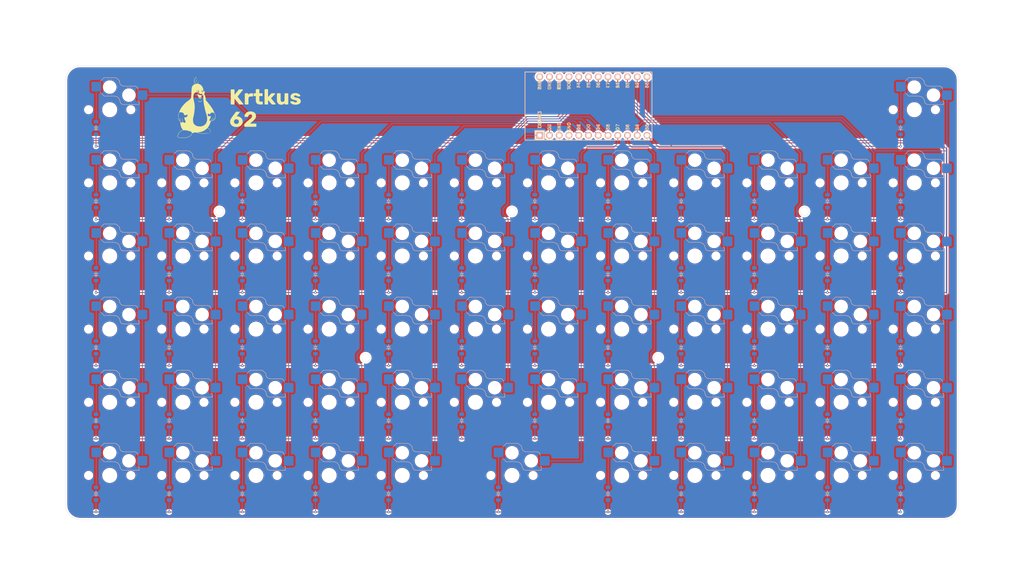
<source format=kicad_pcb>
(kicad_pcb (version 20240108) (generator "pcbnew") (generator_version "8.0")
  (layers (0 "F.Cu" signal) (31 "B.Cu" signal) (34 "B.Paste" user) (35 "F.Paste" user) (36 "B.SilkS" user "B.Silkscreen") (37 "F.SilkS" user "F.Silkscreen") (38 "B.Mask" user) (39 "F.Mask" user) (44 "Edge.Cuts" user))
  (net 0 "")
  (net 1 "Net-(D1-A)")
  (net 2 "ROW0")
  (net 3 "ROW1")
  (net 4 "Net-(D2-A)")
  (net 5 "ROW2")
  (net 6 "Net-(D3-A)")
  (net 7 "ROW3")
  (net 8 "Net-(D4-A)")
  (net 9 "ROW4")
  (net 10 "Net-(D5-A)")
  (net 11 "Net-(D6-A)")
  (net 12 "ROW5")
  (net 14 "Net-(D8-A)")
  (net 15 "Net-(D9-A)")
  (net 16 "Net-(D10-A)")
  (net 17 "Net-(D11-A)")
  (net 18 "Net-(D12-A)")
  (net 20 "Net-(D14-A)")
  (net 21 "Net-(D15-A)")
  (net 22 "Net-(D16-A)")
  (net 23 "Net-(D17-A)")
  (net 24 "Net-(D18-A)")
  (net 25 "Net-(D20-A)")
  (net 26 "Net-(D21-A)")
  (net 27 "Net-(D22-A)")
  (net 28 "Net-(D23-A)")
  (net 29 "Net-(D24-A)")
  (net 30 "Net-(D26-A)")
  (net 31 "Net-(D27-A)")
  (net 32 "Net-(D28-A)")
  (net 33 "Net-(D29-A)")
  (net 34 "Net-(D30-A)")
  (net 35 "Net-(D32-A)")
  (net 36 "Net-(D33-A)")
  (net 37 "Net-(D34-A)")
  (net 38 "Net-(D35-A)")
  (net 39 "Net-(D38-A)")
  (net 40 "Net-(D39-A)")
  (net 41 "Net-(D40-A)")
  (net 42 "Net-(D41-A)")
  (net 43 "Net-(D42-A)")
  (net 44 "Net-(D44-A)")
  (net 45 "Net-(D45-A)")
  (net 46 "Net-(D46-A)")
  (net 47 "Net-(D47-A)")
  (net 48 "Net-(D48-A)")
  (net 49 "Net-(D50-A)")
  (net 50 "Net-(D51-A)")
  (net 51 "Net-(D52-A)")
  (net 52 "Net-(D53-A)")
  (net 53 "Net-(D54-A)")
  (net 54 "Net-(D56-A)")
  (net 55 "Net-(D57-A)")
  (net 56 "Net-(D58-A)")
  (net 57 "Net-(D59-A)")
  (net 58 "Net-(D60-A)")
  (net 59 "Net-(D62-A)")
  (net 60 "Net-(D63-A)")
  (net 61 "Net-(D64-A)")
  (net 62 "Net-(D65-A)")
  (net 63 "Net-(D66-A)")
  (net 64 "Net-(D68-A)")
  (net 65 "Net-(D69-A)")
  (net 66 "Net-(D70-A)")
  (net 67 "Net-(D71-A)")
  (net 68 "Net-(D72-A)")
  (net 69 "COL0")
  (net 70 "COL1")
  (net 71 "COL2")
  (net 72 "COL3")
  (net 73 "COL4")
  (net 74 "COL5")
  (net 75 "COL6")
  (net 76 "COL7")
  (net 77 "COL8")
  (net 78 "COL9")
  (net 79 "COL10")
  (net 80 "COL11")
  (net 83 "Net-(D67-A)")
  (footprint "ScottoKeebs_Hotswap:Hotswap_Choc_V1_1.00u_No_Silkscreen" (layer "F.Cu") (at 289.7875 138.175)
    (property "Reference" "SW64" (hide yes))
    (property "Value" "Push")
  )
  (footprint "ScottoKeebs_Hotswap:Hotswap_Choc_V1_1.00u_No_Silkscreen" (layer "F.Cu") (at 232.6375 138.175)
    (property "Reference" "SW46" (hide yes))
    (property "Value" "Push")
  )
  (footprint "ScottoKeebs_Hotswap:Hotswap_Choc_V1_1.00u_No_Silkscreen" (layer "F.Cu") (at 204.0625 176.275)
    (property "Reference" "SW42" (hide yes))
    (property "Value" "Push")
  )
  (footprint "ScottoKeebs_Hotswap:Hotswap_Choc_V1_1.00u_No_Silkscreen" (layer "F.Cu") (at 270.7375 100.075)
    (property "Reference" "SW56" (hide yes))
    (property "Value" "Push")
  )
  (footprint "ScottoKeebs_Hotswap:Hotswap_Choc_V1_1.00u_No_Silkscreen" (layer "F.Cu") (at 213.5875 157.225)
    (property "Reference" "SW41" (hide yes))
    (property "Value" "Push")
  )
  (footprint "ScottoKeebs_Hotswap:Hotswap_Choc_V1_1.00u_No_Silkscreen" (layer "F.Cu") (at 99.2875 119.125)
    (property "Reference" "SW3" (hide yes))
    (property "Value" "Push")
  )
  (footprint "ScottoKeebs_Hotswap:Hotswap_Choc_V1_1.00u_No_Silkscreen" (layer "F.Cu") (at 99.2875 81.025)
    (property "Reference" "SW1" (hide yes))
    (property "Value" "Push")
  )
  (footprint "ScottoKeebs_Hotswap:Hotswap_Choc_V1_1.00u_No_Silkscreen" (layer "F.Cu") (at 270.7375 157.225)
    (property "Reference" "SW59" (hide yes))
    (property "Value" "Push")
  )
  (footprint "ScottoKeebs_Hotswap:Hotswap_Choc_V1_1.00u_No_Silkscreen" (layer "F.Cu") (at 175.4875 157.225)
    (property "Reference" "SW29" (hide yes))
    (property "Value" "Push")
  )
  (footprint "ScottoKeebs_Hotswap:Hotswap_Choc_V1_1.00u_No_Silkscreen" (layer "F.Cu") (at 308.8375 81.025)
    (property "Reference" "SW67" (hide yes))
    (property "Value" "Push")
  )
  (footprint "ScottoKeebs_Hotswap:Hotswap_Choc_V1_1.00u_No_Silkscreen" (layer "F.Cu") (at 251.6875 176.275)
    (property "Reference" "SW54" (hide yes))
    (property "Value" "Push")
  )
  (footprint "ScottoKeebs_Hotswap:Hotswap_Choc_V1_1.00u_No_Silkscreen" (layer "F.Cu") (at 270.7375 119.125)
    (property "Reference" "SW57" (hide yes))
    (property "Value" "Push")
  )
  (footprint "ScottoKeebs_Hotswap:Hotswap_Choc_V1_1.00u_No_Silkscreen" (layer "F.Cu") (at 232.6375 157.225)
    (property "Reference" "SW47" (hide yes))
    (property "Value" "Push")
  )
  (footprint "ScottoKeebs_Hotswap:Hotswap_Choc_V1_1.00u_No_Silkscreen" (layer "F.Cu") (at 213.5875 119.125)
    (property "Reference" "SW39" (hide yes))
    (property "Value" "Push")
  )
  (footprint "ScottoKeebs_Hotswap:Hotswap_Choc_V1_1.00u_No_Silkscreen" (layer "F.Cu") (at 308.8375 157.225)
    (property "Reference" "SW71" (hide yes))
    (property "Value" "Push")
  )
  (footprint "ScottoKeebs_Hotswap:Hotswap_Choc_V1_1.00u_No_Silkscreen" (layer "F.Cu") (at 99.2875 138.175)
    (property "Reference" "SW4" (hide yes))
    (property "Value" "Push")
  )
  (footprint "ScottoKeebs_Hotswap:Hotswap_Choc_V1_1.00u_No_Silkscreen" (layer "F.Cu") (at 156.4375 100.075)
    (property "Reference" "SW20" (hide yes))
    (property "Value" "Push")
  )
  (footprint "ScottoKeebs_Hotswap:Hotswap_Choc_V1_1.00u_No_Silkscreen" (layer "F.Cu") (at 270.7375 138.175)
    (property "Reference" "SW58" (hide yes))
    (property "Value" "Push")
  )
  (footprint "ScottoKeebs_Hotswap:Hotswap_Choc_V1_1.00u_No_Silkscreen" (layer "F.Cu") (at 137.3875 176.275)
    (property "Reference" "SW18" (hide yes))
    (property "Value" "Push")
  )
  (footprint "ScottoKeebs_Hotswap:Hotswap_Choc_V1_1.00u_No_Silkscreen" (layer "F.Cu") (at 156.4375 176.275)
    (property "Reference" "SW24" (hide yes))
    (property "Value" "Push")
  )
  (footprint "ScottoKeebs_Hotswap:Hotswap_Choc_V1_1.00u_No_Silkscreen" (layer "F.Cu") (at 289.7875 176.275)
    (property "Reference" "SW66" (hide yes))
    (property "Value" "Push")
  )
  (footprint "ScottoKeebs_Hotswap:Hotswap_Choc_V1_1.00u_No_Silkscreen" (layer "F.Cu") (at 118.3375 138.175)
    (property "Reference" "SW10" (hide yes))
    (property "Value" "Push")
  )
  (footprint "ScottoKeebs_Hotswap:Hotswap_Choc_V1_1.00u_No_Silkscreen" (layer "F.Cu") (at 175.4875 138.175)
    (property "Reference" "SW28" (hide yes))
    (property "Value" "Push")
  )
  (footprint "ScottoKeebs_Hotswap:Hotswap_Choc_V1_1.00u_No_Silkscreen" (layer "F.Cu") (at 308.8375 100.075)
    (property "Reference" "SW68" (hide yes))
    (property "Value" "Push")
  )
  (footprint "ScottoKeebs_Hotswap:Hotswap_Choc_V1_1.00u_No_Silkscreen" (layer "F.Cu") (at 251.6875 119.125)
    (property "Reference" "SW51" (hide yes))
    (property "Value" "Push")
  )
  (footprint "ScottoKeebs_Hotswap:Hotswap_Choc_V1_1.00u_No_Silkscreen" (layer "F.Cu") (at 99.2875 100.075)
    (property "Reference" "SW2" (hide yes))
    (property "Value" "Push")
  )
  (footprint "ScottoKeebs_Hotswap:Hotswap_Choc_V1_1.00u_No_Silkscreen" (layer "F.Cu") (at 251.6875 100.075)
    (property "Reference" "SW50" (hide yes))
    (property "Value" "Push")
  )
  (footprint "ScottoKeebs_Hotswap:Hotswap_Choc_V1_1.00u_No_Silkscreen" (layer "F.Cu") (at 118.3375 119.125)
    (property "Reference" "SW9" (hide yes))
    (property "Value" "Push")
  )
  (footprint "ScottoKeebs_Hotswap:Hotswap_Choc_V1_1.00u_No_Silkscreen" (layer "F.Cu") (at 118.3375 176.275)
    (property "Reference" "SW12" (hide yes))
    (property "Value" "Push")
  )
  (footprint "ScottoKeebs_Hotswap:Hotswap_Choc_V1_1.00u_No_Silkscreen" (layer "F.Cu") (at 156.4375 157.225)
    (property "Reference" "SW23" (hide yes))
    (property "Value" "Push")
  )
  (footprint "ScottoKeebs_Hotswap:Hotswap_Choc_V1_1.00u_No_Silkscreen" (layer "F.Cu") (at 232.6375 176.275)
    (property "Reference" "SW48" (hide yes))
    (property "Value" "Push")
  )
  (footprint "ScottoKeebs_Hotswap:Hotswap_Choc_V1_1.00u_No_Silkscreen" (layer "F.Cu") (at 251.6875 157.225)
    (property "Reference" "SW53" (hide yes))
    (property "Value" "Push")
  )
  (footprint "ScottoKeebs_Hotswap:Hotswap_Choc_V1_1.00u_No_Silkscreen" (layer "F.Cu") (at 99.2875 176.275)
    (property "Reference" "SW6" (hide yes))
    (property "Value" "Push")
  )
  (footprint "ScottoKeebs_Hotswap:Hotswap_Choc_V1_1.00u_No_Silkscreen" (layer "F.Cu") (at 194.5375 119.125)
    (property "Reference" "SW33" (hide yes))
    (property "Value" "Push")
  )
  (footprint "ScottoKeebs_Hotswap:Hotswap_Choc_V1_1.00u_No_Silkscreen" (layer "F.Cu") (at 213.5875 138.175)
    (property "Reference" "SW40" (hide yes))
    (property "Value" "Push")
  )
  (footprint "ScottoKeebs_Hotswap:Hotswap_Choc_V1_1.00u_No_Silkscreen" (layer "F.Cu") (at 156.4375 119.125)
    (property "Reference" "SW21" (hide yes))
    (property "Value" "Push")
  )
  (footprint "ScottoKeebs_Hotswap:Hotswap_Choc_V1_1.00u_No_Silkscreen" (layer "F.Cu") (at 156.4375 138.175)
    (property "Reference" "SW22" (hide yes))
    (property "Value" "Push")
  )
  (footprint "ScottoKeebs_Hotswap:Hotswap_Choc_V1_1.00u_No_Silkscreen" (layer "F.Cu") (at 232.6375 119.125)
    (property "Reference" "SW45" (hide yes))
    (property "Value" "Push")
  )
  (footprint "ScottoKeebs_Hotswap:Hotswap_Choc_V1_1.00u_No_Silkscreen" (layer "F.Cu") (at 194.5375 100.075)
    (property "Reference" "SW32" (hide yes))
    (property "Value" "Push")
  )
  (footprint "ScottoKeebs_MCU:Arduino_Pro_Micro" (layer "F.Cu") (at 225.255515 80.072487 90)
    (property "Reference" "U1" (hide yes))
    (property "Value" "Arduino_Pro_Micro" (hide yes))
  )
  (footprint "ScottoKeebs_Hotswap:Hotswap_Choc_V1_1.00u_No_Silkscreen" (layer "F.Cu") (at 118.3375 157.225)
    (property "Reference" "SW11" (hide yes))
    (property "Value" "Push")
  )
  (footprint "ScottoKeebs_Hotswap:Hotswap_Choc_V1_1.00u_No_Silkscreen" (layer "F.Cu") (at 118.3375 100.075)
    (property "Reference" "SW8" (hide yes))
    (property "Value" "Push")
  )
  (footprint "ScottoKeebs_Hotswap:Hotswap_Choc_V1_1.00u_No_Silkscreen" (layer "F.Cu") (at 175.4875 100.075)
    (property "Reference" "SW26" (hide yes))
    (property "Value" "Push")
  )
  (footprint "ScottoKeebs_Hotswap:Hotswap_Choc_V1_1.00u_No_Silkscreen" (layer "F.Cu") (at 99.2875 157.225)
    (property "Reference" "SW5" (hide yes))
    (property "Value" "Push")
  )
  (footprint "ScottoKeebs_Hotswap:Hotswap_Choc_V1_1.00u_No_Silkscreen" (layer "F.Cu") (at 137.3875 138.175)
    (property "Reference" "SW16" (hide yes))
    (property "Value" "Push")
  )
  (footprint "ScottoKeebs_Hotswap:Hotswap_Choc_V1_1.00u_No_Silkscreen" (layer "F.Cu") (at 175.4875 176.275)
    (property "Reference" "SW30" (hide yes))
    (property "Value" "Push")
  )
  (footprint "ScottoKeebs_Hotswap:Hotswap_Choc_V1_1.00u_No_Silkscreen" (layer "F.Cu") (at 270.7375 176.275)
    (property "Reference" "SW60" (hide yes))
    (property "Value" "Push")
  )
  (footprint "ScottoKeebs_Hotswap:Hotswap_Choc_V1_1.00u_No_Silkscreen" (layer "F.Cu") (at 308.8375 138.175)
    (property "Reference" "SW70" (hide yes))
    (property "Value" "Push")
  )
  (footprint "ScottoKeebs_Hotswap:Hotswap_Choc_V1_1.00u_No_Silkscreen" (layer "F.Cu") (at 213.5875 100.075)
    (property "Reference" "SW38" (hide yes))
    (property "Value" "Push")
  )
  (footprint "ScottoKeebs_Hotswap:Hotswap_Choc_V1_1.00u_No_Silkscreen" (layer "F.Cu") (at 194.5375 157.225)
    (property "Reference" "SW35" (hide yes))
    (property "Value" "Push")
  )
  (footprint "ScottoKeebs_Hotswap:Hotswap_Choc_V1_1.00u_No_Silkscreen" (layer "F.Cu") (at 289.7875 100.075)
    (property "Reference" "SW62" (hide yes))
    (property "Value" "Push")
  )
  (footprint "ScottoKeebs_Hotswap:Hotswap_Choc_V1_1.00u_No_Silkscreen" (layer "F.Cu") (at 175.4875 119.125)
    (property "Reference" "SW27" (hide yes))
    (property "Value" "Push")
  )
  (footprint "ScottoKeebs_Hotswap:Hotswap_Choc_V1_1.00u_No_Silkscreen" (layer "F.Cu") (at 289.7875 157.225)
    (property "Reference" "SW65" (hide yes))
    (property "Value" "Push")
  )
  (footprint "ScottoKeebs_Hotswap:Hotswap_Choc_V1_1.00u_No_Silkscreen" (layer "F.Cu") (at 251.6875 138.175)
    (property "Reference" "SW52" (hide yes))
    (property "Value" "Push")
  )
  (footprint "ScottoKeebs_Hotswap:Hotswap_Choc_V1_1.00u_No_Silkscreen" (layer "F.Cu") (at 289.7875 119.125)
    (property "Reference" "SW63" (hide yes))
    (property "Value" "Push")
  )
  (footprint "ScottoKeebs_Hotswap:Hotswap_Choc_V1_1.00u_No_Silkscreen" (layer "F.Cu") (at 232.6375 100.075)
    (property "Reference" "SW44" (hide yes))
    (property "Value" "Push")
  )
  (footprint "ScottoKeebs_Hotswap:Hotswap_Choc_V1_1.00u_No_Silkscreen" (layer "F.Cu") (at 137.3875 100.075)
    (property "Reference" "SW14" (hide yes))
    (property "Value" "Push")
  )
  (footprint "ScottoKeebs_Hotswap:Hotswap_Choc_V1_1.00u_No_Silkscreen" (layer "F.Cu") (at 308.8375 119.125)
    (property "Reference" "SW69" (hide yes))
    (property "Value" "Push")
  )
  (footprint "ScottoKeebs_Hotswap:Hotswap_Choc_V1_1.00u_No_Silkscreen" (layer "F.Cu") (at 194.5375 138.175)
    (property "Reference" "SW34" (hide yes))
    (property "Value" "Push")
  )
  (footprint "ScottoKeebs_Hotswap:Hotswap_Choc_V1_1.00u_No_Silkscreen" (layer "F.Cu") (at 137.3875 157.225)
    (property "Reference" "SW17" (hide yes))
    (property "Value" "Push")
  )
  (footprint "ScottoKeebs_Hotswap:Hotswap_Choc_V1_1.00u_No_Silkscreen" (layer "F.Cu") (at 308.8375 176.275)
    (property "Reference" "SW72" (hide yes))
    (property "Value" "Push")
  )
  (footprint "ScottoKeebs_Hotswap:Hotswap_Choc_V1_1.00u_No_Silkscreen" (layer "F.Cu") (at 137.3875 119.125)
    (property "Reference" "SW15" (hide yes))
    (property "Value" "Push")
  )
  (footprint "ScottoKeebs_Components:Diode_SOD-123" (layer "B.Cu") (at 190.965625 161.9875 90)
    (property "Reference" "D35" (hide yes))
    (property "Value" "1N47xxA" (hide yes))
  )
  (footprint "ScottoKeebs_Components:Diode_SOD-123" (layer "B.Cu") (at 248.115625 123.8875 90)
    (property "Reference" "D51" (hide yes))
    (property "Value" "1N47xxA" (hide yes))
  )
  (footprint "ScottoKeebs_Components:Diode_SOD-123" (layer "B.Cu") (at 286.215625 104.8375 90)
    (property "Reference" "D62" (hide yes))
    (property "Value" "1N47xxA" (hide yes))
  )
  (footprint "ScottoKeebs_Components:Diode_SOD-123" (layer "B.Cu") (at 248.115625 142.9375 90)
    (property "Reference" "D52" (hide yes))
    (property "Value" "1N47xxA" (hide yes))
  )
  (footprint "ScottoKeebs_Components:Diode_SOD-123" (layer "B.Cu") (at 267.165625 142.9375 90)
    (property "Reference" "D58" (hide yes))
    (property "Value" "1N47xxA" (hide yes))
  )
  (footprint "ScottoKeebs_Components:Diode_SOD-123" (layer "B.Cu") (at 114.765625 181.0375 90)
    (property "Reference" "D12" (hide yes))
    (property "Value" "1N47xxA" (hide yes))
  )
  (footprint "ScottoKeebs_Components:Diode_SOD-123" (layer "B.Cu") (at 114.765625 104.8375 90)
    (property "Reference" "D8" (hide yes))
    (property "Value" "1N47xxA" (hide yes))
  )
  (footprint "ScottoKeebs_Components:Diode_SOD-123" (layer "B.Cu") (at 267.165625 104.8375 90)
    (property "Reference" "D56" (hide yes))
    (property "Value" "1N47xxA" (hide yes))
  )
  (footprint "ScottoKeebs_Components:Diode_SOD-123" (layer "B.Cu") (at 190.965625 123.8875 90)
    (property "Reference" "D33" (hide yes))
    (property "Value" "1N47xxA" (hide yes))
  )
  (footprint "ScottoKeebs_Components:Diode_SOD-123" (layer "B.Cu") (at 305.265444 85.787488 90)
    (property "Reference" "D67" (hide yes))
    (property "Value" "1N47xxA" (hide yes))
  )
  (footprint "ScottoKeebs_Components:Diode_SOD-123" (layer "B.Cu") (at 267.165625 181.0375 90)
    (property "Reference" "D60" (hide yes))
    (property "Value" "1N47xxA" (hide yes))
  )
  (footprint "ScottoKeebs_Components:Diode_SOD-123" (layer "B.Cu") (at 152.865625 123.8875 90)
    (property "Reference" "D21" (hide yes))
    (property "Value" "1N47xxA" (hide yes))
  )
  (footprint "ScottoKeebs_Components:Diode_SOD-123" (layer "B.Cu") (at 171.915625 104.8375 90)
    (property "Reference" "D26" (hide yes))
    (property "Value" "1N47xxA" (hide yes))
  )
  (footprint "ScottoKeebs_Components:Diode_SOD-123" (layer "B.Cu") (at 229.065625 142.9375 90)
    (property "Reference" "D46" (hide yes))
    (property "Value" "1N47xxA" (hide yes))
  )
  (footprint "ScottoKeebs_Components:Diode_SOD-123" (layer "B.Cu") (at 305.265625 142.9375 90)
    (property "Reference" "D70" (hide yes))
    (property "Value" "1N47xxA" (hide yes))
  )
  (footprint "ScottoKeebs_Components:Diode_SOD-123" (layer "B.Cu") (at 210.015625 142.9375 90)
    (property "Reference" "D40" (hide yes))
    (property "Value" "1N47xxA" (hide yes))
  )
  (footprint "ScottoKeebs_Components:Diode_SOD-123" (layer "B.Cu") (at 114.765625 142.9375 90)
    (property "Reference" "D10" (hide yes))
    (property "Value" "1N47xxA" (hide yes))
  )
  (footprint "ScottoKeebs_Components:Diode_SOD-123" (layer "B.Cu") (at 248.115625 181.0375 90)
    (property "Reference" "D54" (hide yes))
    (property "Value" "1N47xxA" (hide yes))
  )
  (footprint "ScottoKeebs_Components:Diode_SOD-123" (layer "B.Cu") (at 95.715625 123.8875 90)
    (property "Reference" "D3" (hide yes))
    (property "Value" "1N47xxA" (hide yes))
  )
  (footprint "ScottoKeebs_Components:Diode_SOD-123" (layer "B.Cu") (at 286.215625 142.9375 90)
    (property "Reference" "D64" (hide yes))
    (property "Value" "1N47xxA" (hide yes))
  )
  (footprint "ScottoKeebs_Components:Diode_SOD-123" (layer "B.Cu") (at 248.115625 161.9875 90)
    (property "Reference" "D53" (hide yes))
    (property "Value" "1N47xxA" (hide yes))
  )
  (footprint "ScottoKeebs_Components:Diode_SOD-123" (layer "B.Cu") (at 286.215625 161.9875 90)
    (property "Reference" "D65" (hide yes))
    (property "Value" "1N47xxA" (hide yes))
  )
  (footprint "ScottoKeebs_Components:Diode_SOD-123" (layer "B.Cu") (at 171.915625 181.0375 90)
    (property "Reference" "D30" (hide yes))
    (property "Value" "1N47xxA" (hide yes))
  )
  (footprint "ScottoKeebs_Components:Diode_SOD-123" (layer "B.Cu") (at 95.715625 161.9875 90)
    (property "Reference" "D5" (hide yes))
    (property "Value" "1N47xxA" (hide yes))
  )
  (footprint "ScottoKeebs_Components:Diode_SOD-123" (layer "B.Cu") (at 229.065625 181.0375 90)
    (property "Reference" "D48" (hide yes))
    (property "Value" "1N47xxA" (hide yes))
  )
  (footprint "ScottoKeebs_Components:Diode_SOD-123" (layer "B.Cu") (at 210.015625 104.8375 90)
    (property "Reference" "D38" (hide yes))
    (property "Value" "1N47xxA" (hide yes))
  )
  (footprint "ScottoKeebs_Components:Diode_SOD-123" (layer "B.Cu") (at 95.715625 104.8375 90)
    (property "Reference" "D2" (hide yes))
    (property "Value" "1N47xxA" (hide yes))
  )
  (footprint "ScottoKeebs_Components:Diode_SOD-123" (layer "B.Cu") (at 114.765625 161.9875 90)
    (property "Reference" "D11" (hide yes))
    (property "Value" "1N47xxA" (hide yes))
  )
  (footprint "ScottoKeebs_Components:Diode_SOD-123" (layer "B.Cu") (at 305.265625 181.0375 90)
    (property "Reference" "D72" (hide yes))
    (property "Value" "1N47xxA" (hide yes))
  )
  (footprint "ScottoKeebs_Components:Diode_SOD-123" (layer "B.Cu") (at 133.815625 181.0375 90)
    (property "Reference" "D18" (hide yes))
    (property "Value" "1N47xxA" (hide yes))
  )
  (footprint "ScottoKeebs_Components:Diode_SOD-123" (layer "B.Cu") (at 229.065625 104.8375 90)
    (property "Reference" "D44" (hide yes))
    (property "Value" "1N47xxA" (hide yes))
  )
  (footprint "ScottoKeebs_Components:Diode_SOD-123" (layer "B.Cu") (at 95.715625 85.7875 90)
    (property "Reference" "D1" (hide yes))
    (property "Value" "1N47xxA" (hide yes))
  )
  (footprint "ScottoKeebs_Components:Diode_SOD-123" (layer "B.Cu") (at 210.015625 161.9875 90)
    (property "Reference" "D41" (hide yes))
    (property "Value" "1N47xxA" (hide yes))
  )
  (footprint "ScottoKeebs_Components:Diode_SOD-123" (layer "B.Cu") (at 200.490625 181.0375 90)
    (property "Reference" "D42" (hide yes))
    (property "Value" "1N47xxA" (hide yes))
  )
  (footprint "ScottoKeebs_Components:Diode_SOD-123" (layer "B.Cu") (at 133.815625 104.8375 90)
    (property "Reference" "D14" (hide yes))
    (property "Value" "1N47xxA" (hide yes))
  )
  (footprint "ScottoKeebs_Components:Diode_SOD-123" (layer "B.Cu") (at 152.865625 181.0375 90)
    (property "Reference" "D24" (hide yes))
    (property "Value" "1N47xxA" (hide yes))
  )
  (footprint "ScottoKeebs_Components:Diode_SOD-123" (layer "B.Cu") (at 152.865625 105.296875 90)
    (property "Reference" "D20" (hide yes))
    (property "Value" "1N47xxA" (hide yes))
  )
  (footprint "ScottoKeebs_Components:Diode_SOD-123" (layer "B.Cu") (at 95.715625 142.9375 90)
    (property "Reference" "D4" (hide yes))
    (property "Value" "1N47xxA" (hide yes))
  )
  (footprint "ScottoKeebs_Components:Diode_SOD-123" (layer "B.Cu") (at 171.915625 123.8875 90)
    (property "Reference" "D27" (hide yes))
    (property "Value" "1N47xxA" (hide yes))
  )
  (footprint "ScottoKeebs_Components:Diode_SOD-123" (layer "B.Cu") (at 229.065625 161.9875 90)
    (property "Reference" "D47" (hide yes))
    (property "Value" "1N47xxA" (hide yes))
  )
  (footprint "ScottoKeebs_Components:Diode_SOD-123" (layer "B.Cu") (at 152.865625 161.9875 90)
    (property "Reference" "D23" (hide yes))
    (property "Value" "1N47xxA" (hide yes))
  )
  (footprint "ScottoKeebs_Components:Diode_SOD-123" (layer "B.Cu") (at 305.265625 104.8375 90)
    (property "Reference" "D68" (hide yes))
    (property "Value" "1N47xxA" (hide yes))
  )
  (footprint "ScottoKeebs_Components:Diode_SOD-123" (layer "B.Cu") (at 152.865625 142.9375 90)
    (property "Reference" "D22" (hide yes))
    (property "Value" "1N47xxA" (hide yes))
  )
  (footprint "ScottoKeebs_Components:Diode_SOD-123" (layer "B.Cu") (at 229.065625 123.8875 90)
    (property "Reference" "D45" (hide yes))
    (property "Value" "1N47xxA" (hide yes))
  )
  (footprint "ScottoKeebs_Components:Diode_SOD-123" (layer "B.Cu") (at 286.215625 123.8875 90)
    (property "Reference" "D63" (hide yes))
    (property "Value" "1N47xxA" (hide yes))
  )
  (footprint "ScottoKeebs_Components:Diode_SOD-123" (layer "B.Cu") (at 133.815625 123.8875 90)
    (property "Reference" "D15" (hide yes))
    (property "Value" "1N47xxA" (hide yes))
  )
  (footprint "ScottoKeebs_Components:Diode_SOD-123" (layer "B.Cu") (at 248.115625 104.8375 90)
    (property "Reference" "D50" (hide yes))
    (property "Value" "1N47xxA" (hide yes))
  )
  (footprint "ScottoKeebs_Components:Diode_SOD-123" (layer "B.Cu") (at 171.915625 161.9875 90)
    (property "Reference" "D29" (hide yes))
    (property "Value" "1N47xxA" (hide yes))
  )
  (footprint "ScottoKeebs_Components:Diode_SOD-123" (layer "B.Cu") (at 267.165625 123.8875 90)
    (property "Reference" "D57" (hide yes))
    (property "Value" "1N47xxA" (hide yes))
  )
  (footprint "ScottoKeebs_Components:Diode_SOD-123" (layer "B.Cu") (at 305.265625 123.8875 90)
    (property "Reference" "D69" (hide yes))
    (property "Value" "1N47xxA" (hide yes))
  )
  (footprint "ScottoKeebs_Components:Diode_SOD-123" (layer "B.Cu") (at 190.965625 104.8375 90)
    (property "Reference" "D32" (hide yes))
    (property "Value" "1N47xxA" (hide yes))
  )
  (footprint "ScottoKeebs_Components:Diode_SOD-123" (layer "B.Cu") (at 286.215625 181.0375 90)
    (property "Reference" "D66" (hide yes))
    (property "Value" "1N47xxA" (hide yes))
  )
  (footprint "ScottoKeebs_Components:Diode_SOD-123" (layer "B.Cu") (at 305.265625 161.9875 90)
    (property "Reference" "D71" (hide yes))
    (property "Value" "1N47xxA" (hide yes))
  )
  (footprint "ScottoKeebs_Components:Diode_SOD-123" (layer "B.Cu") (at 210.015625 123.8875 90)
    (property "Reference" "D39" (hide yes))
    (property "Value" "1N47xxA" (hide yes))
  )
  (footprint "ScottoKeebs_Components:Diode_SOD-123" (layer "B.Cu") (at 133.815625 142.9375 90)
    (property "Reference" "D16" (hide yes))
    (property "Value" "1N47xxA" (hide yes))
  )
  (footprint "ScottoKeebs_Components:Diode_SOD-123" (layer "B.Cu") (at 171.915625 142.9375 90)
    (property "Reference" "D28" (hide yes))
    (property "Value" "1N47xxA" (hide yes))
  )
  (footprint "ScottoKeebs_Components:Diode_SOD-123" (layer "B.Cu") (at 95.715625 181.0375 90)
    (property "Reference" "D6" (hide yes))
    (property "Value" "1N47xxA" (hide yes))
  )
  (footprint "ScottoKeebs_Components:Diode_SOD-123" (layer "B.Cu") (at 267.165625 161.9875 90)
    (property "Reference" "D59" (hide yes))
    (property "Value" "1N47xxA" (hide yes))
  )
  (footprint "ScottoKeebs_Components:Diode_SOD-123" (layer "B.Cu") (at 133.815625 161.9875 90)
    (property "Reference" "D17" (hide yes))
    (property "Value" "1N47xxA" (hide yes))
  )
  (footprint "ScottoKeebs_Components:Diode_SOD-123" (layer "B.Cu") (at 114.765625 123.8875 90)
    (property "Reference" "D9" (hide yes))
    (property "Value" "1N47xxA" (hide yes))
  )
  (footprint "ScottoKeebs_Components:Diode_SOD-123" (layer "B.Cu") (at 190.965625 142.9375 90)
    (property "Reference" "D34" (hide yes))
    (property "Value" "1N47xxA" (hide yes))
  )
  (gr_poly (pts (xy 138.11614 75.673884) (xy 138.122971 75.674345) (xy 138.12967 75.675114) (xy 138.136238 75.67619) (xy 138.142673 75.677574) (xy 138.148977 75.679265) (xy 138.155149 75.681264) (xy 138.161189 75.68357) (xy 138.167098 75.686184) (xy 138.172874 75.689105) (xy 138.178519 75.692334) (xy 138.184032 75.69587) (xy 138.189413 75.699714) (xy 138.194663 75.703865) (xy 138.199781 75.708324) (xy 138.204766 75.71309) (xy 138.210213 75.718098) (xy 138.215309 75.723281) (xy 138.220053 75.728641) (xy 138.224446 75.734176) (xy 138.228487 75.739886) (xy 138.232177 75.745773) (xy 138.235515 75.751835) (xy 138.238502 75.758072) (xy 138.241138 75.764486) (xy 138.243422 75.771075) (xy 138.245355 75.77784) (xy 138.246936 75.784781) (xy 138.248166 75.791897) (xy 138.249045 75.799189) (xy 138.249572 75.806657) (xy 138.249747 75.814301) (xy 138.249747 76.742062) (xy 138.952598 76.742062) (xy 138.960241 76.742216) (xy 138.967709 76.742677) (xy 138.975001 76.743446) (xy 138.982117 76.744522) (xy 138.989058 76.745906) (xy 138.995822 76.747597) (xy 139.002412 76.749595) (xy 139.008825 76.751902) (xy 139.015063 76.754515) (xy 139.021125 76.757437) (xy 139.027011 76.760665) (xy 139.032722 76.764202) (xy 139.038257 76.768045) (xy 139.043616 76.772197) (xy 139.0488 76.776656) (xy 139.053807 76.781422) (xy 139.058573 76.78643) (xy 139.063032 76.791613) (xy 139.067183 76.796973) (xy 139.071027 76.802508) (xy 139.074563 76.808218) (xy 139.077792 76.814105) (xy 139.080713 76.820167) (xy 139.083327 76.826405) (xy 139.085633 76.832818) (xy 139.087632 76.839408) (xy 139.089324 76.846173) (xy 139.090707 76.853113) (xy 139.091784 76.860229) (xy 139.092552 76.867521) (xy 139.093014 76.874989) (xy 139.093167 76.882632) (xy 139.093167 77.326834) (xy 139.093014 77.333818) (xy 139.092552 77.340715) (xy 139.091784 77.347524) (xy 139.090707 77.354245) (xy 139.089324 77.360878) (xy 139.087632 77.367423) (xy 139.085633 77.373881) (xy 139.083327 77.38025) (xy 139.080713 77.386532) (xy 139.077792 77.392726) (xy 139.074563 77.398831) (xy 139.071027 77.40485) (xy 139.067183 77.41078) (xy 139.063032 77.416622) (xy 139.058573 77.422377) (xy 139.053807 77.428044) (xy 139.0488 77.43281) (xy 139.043616 77.437269) (xy 139.038257 77.44142) (xy 139.032722 77.445264) (xy 139.027011 77.4488) (xy 139.021125 77.452029) (xy 139.015063 77.45495) (xy 139.008825 77.457564) (xy 139.002412 77.45987) (xy 138.995822 77.461869) (xy 138.989058 77.46356) (xy 138.982117 77.464944) (xy 138.975001 77.46602) (xy 138.967709 77.466789) (xy 138.960241 77.46725) (xy 138.952598 77.467404) (xy 138.249747 77.467404) (xy 138.249747 78.485129) (xy 138.250033 78.509399) (xy 138.250889 78.533011) (xy 138.252317 78.555963) (xy 138.254316 78.578257) (xy 138.256886 78.599891) (xy 138.260026 78.620867) (xy 138.263738 78.641184) (xy 138.268021 78.660842) (xy 138.272875 78.679841) (xy 138.2783 78.698181) (xy 138.284297 78.715862) (xy 138.290864 78.732884) (xy 138.298002 78.749247) (xy 138.305712 78.764951) (xy 138.313993 78.779996) (xy 138.322845 78.794383) (xy 138.327512 78.801301) (xy 138.332377 78.808) (xy 138.33744 78.81448) (xy 138.3427 78.82074) (xy 138.348158 78.82678) (xy 138.353814 78.8326) (xy 138.359667 78.838201) (xy 138.365718 78.843582) (xy 138.371967 78.848744) (xy 138.378413 78.853685) (xy 138.385057 78.858408) (xy 138.391899 78.86291) (xy 138.398938 78.867193) (xy 138.406176 78.871257) (xy 138.41361 78.8751) (xy 138.421243 78.878724) (xy 138.429073 78.882129) (xy 138.437101 78.885313) (xy 138.445326 78.888279) (xy 138.453749 78.891024) (xy 138.46237 78.89355) (xy 138.471189 78.895856) (xy 138.489419 78.89981) (xy 138.50844 78.902885) (xy 138.528251 78.905081) (xy 138.548854 78.906399) (xy 138.570247 78.906838) (xy 139.003202 78.906838) (xy 139.010164 78.907014) (xy 139.016995 78.907541) (xy 139.023694 78.90842) (xy 139.030261 78.909649) (xy 139.036697 78.911231) (xy 139.043001 78.913164) (xy 139.049173 78.915448) (xy 139.055213 78.918084) (xy 139.061122 78.921071) (xy 139.066898 78.924409) (xy 139.072543 78.928099) (xy 139.078056 78.93214) (xy 139.083437 78.936533) (xy 139.088687 78.941277) (xy 139.093804 78.946373) (xy 139.09879 78.95182) (xy 139.104237 78.956806) (xy 139.109333 78.961923) (xy 139.114077 78.967173) (xy 139.118469 78.972554) (xy 139.122511 78.978067) (xy 139.126201 78.983712) (xy 139.129539 78.989488) (xy 139.132526 78.995396) (xy 139.135162 79.001436) (xy 139.137446 79.007608) (xy 139.139379 79.013912) (xy 139.14096 79.020347) (xy 139.14219 79.026915) (xy 139.143068 79.033614) (xy 139.143596 79.040444) (xy 139.143771 79.047407) (xy 139.143771 79.525345) (xy 139.143596 79.532988) (xy 139.143068 79.540456) (xy 139.14219 79.547748) (xy 139.14096 79.554864) (xy 139.139379 79.561804) (xy 139.137446 79.568569) (xy 139.135162 79.575159) (xy 139.132526 79.581572) (xy 139.129539 79.58781) (xy 139.126201 79.593872) (xy 139.122511 79.599758) (xy 139.118469 79.605469) (xy 139.114077 79.611004) (xy 139.109333 79.616363) (xy 139.104237 79.621546) (xy 139.09879 79.626554) (xy 139.093804 79.63132) (xy 139.088687 79.635779) (xy 139.083437 79.63993) (xy 139.078056 79.643774) (xy 139.072543 79.64731) (xy 139.066898 79.650539) (xy 139.061122 79.65346) (xy 139.055213 79.656074) (xy 139.049173 79.65838) (xy 139.043001 79.660379) (xy 139.036697 79.66207) (xy 139.030261 79.663454) (xy 139.023694 79.66453) (xy 139.016995 79.665299) (xy 139.010164 79.665761) (xy 139.003202 79.665914) (xy 138.485906 79.665914) (xy 138.441319 79.665475) (xy 138.397522 79.664157) (xy 138.354517 79.661961) (xy 138.312302 79.658886) (xy 138.270877 79.654932) (xy 138.230244 79.6501) (xy 138.190401 79.64439) (xy 138.151349 79.6378) (xy 138.113088 79.630333) (xy 138.075617 79.621986) (xy 138.038937 79.612762) (xy 138.003048 79.602658) (xy 137.96795 79.591676) (xy 137.933642 79.579816) (xy 137.900125 79.567077) (xy 137.867398 79.553459) (xy 137.835529 79.538216) (xy 137.804581 79.522006) (xy 137.774556 79.50483) (xy 137.745454 79.486688) (xy 137.717274 79.467579) (xy 137.690017 79.447504) (xy 137.663682 79.426462) (xy 137.638269 79.404454) (xy 137.61378 79.38148) (xy 137.590212 79.357539) (xy 137.567567 79.332632) (xy 137.545845 79.306758) (xy 137.525045 79.279918) (xy 137.505168 79.252111) (xy 137.486213 79.223339) (xy 137.468181 79.193599) (xy 137.451839 79.162147) (xy 137.436552 79.12964) (xy 137.422319 79.096079) (xy 137.409141 79.061464) (xy 137.397016 79.025794) (xy 137.385946 78.98907) (xy 137.375931 78.951292) (xy 137.366969 78.91246) (xy 137.359062 78.872573) (xy 137.352209 78.831632) (xy 137.346411 78.789637) (xy 137.341666 78.746588) (xy 137.337976 78.702484) (xy 137.335341 78.657326) (xy 137.333759 78.611114) (xy 137.333232 78.563847) (xy 137.333232 77.467403) (xy 136.894652 77.467403) (xy 136.887009 77.467249) (xy 136.879541 77.466788) (xy 136.872249 77.466019) (xy 136.865133 77.464943) (xy 136.858193 77.463559) (xy 136.851428 77.461868) (xy 136.844839 77.459869) (xy 136.838425 77.457563) (xy 136.832188 77.454949) (xy 136.826126 77.452028) (xy 136.820239 77.448799) (xy 136.814529 77.445263) (xy 136.808994 77.441419) (xy 136.803635 77.437268) (xy 136.798452 77.432809) (xy 136.793445 77.428043) (xy 136.788678 77.422376) (xy 136.784219 77.416622) (xy 136.780068 77.410779) (xy 136.776224 77.404849) (xy 136.772688 77.398831) (xy 136.769459 77.392725) (xy 136.766538 77.386531) (xy 136.763924 77.380249) (xy 136.761618 77.37388) (xy 136.759619 77.367422) (xy 136.757928 77.360877) (xy 136.756544 77.354244) (xy 136.755468 77.347523) (xy 136.7547 77.340714) (xy 136.754238 77.333818) (xy 136.754085 77.326833) (xy 136.754085 76.882631) (xy 136.754238 76.874988) (xy 136.7547 76.86752) (xy 136.755468 76.860228) (xy 136.756544 76.853112) (xy 136.757928 76.846172) (xy 136.759619 76.839407) (xy 136.761618 76.832817) (xy 136.763924 76.826404) (xy 136.766538 76.820166) (xy 136.769459 76.814104) (xy 136.772688 76.808218) (xy 136.776224 76.802507) (xy 136.780068 76.796972) (xy 136.784219 76.791612) (xy 136.788678 76.786429) (xy 136.793445 76.781421) (xy 136.798452 76.776655) (xy 136.803635 76.772196) (xy 136.808994 76.768045) (xy 136.814529 76.764201) (xy 136.820239 76.760664) (xy 136.826126 76.757436) (xy 136.832188 76.754514) (xy 136.838425 76.751901) (xy 136.844839 76.749595) (xy 136.851428 76.747596) (xy 136.858193 76.745905) (xy 136.865133 76.744521) (xy 136.872249 76.743445) (xy 136.879541 76.742676) (xy 136.887009 76.742215) (xy 136.894652 76.742061) (xy 137.333232 76.742061) (xy 137.333232 75.814301) (xy 137.333386 75.806657) (xy 137.333847 75.799189) (xy 137.334616 75.791897) (xy 137.335692 75.784781) (xy 137.337076 75.77784) (xy 137.338767 75.771075) (xy 137.340766 75.764486) (xy 137.343072 75.758072) (xy 137.345686 75.751835) (xy 137.348607 75.745773) (xy 137.351836 75.739886) (xy 137.355372 75.734176) (xy 137.359216 75.728641) (xy 137.363367 75.723281) (xy 137.367826 75.718098) (xy 137.372592 75.71309) (xy 137.378259 75.708324) (xy 137.384014 75.703865) (xy 137.389856 75.699714) (xy 137.395786 75.69587) (xy 137.401805 75.692334) (xy 137.407911 75.689105) (xy 137.414104 75.686184) (xy 137.420386 75.68357) (xy 137.426755 75.681264) (xy 137.433213 75.679265) (xy 137.439758 75.677574) (xy 137.446391 75.67619) (xy 137.453112 75.675114) (xy 137.459921 75.674345) (xy 137.466817 75.673884) (xy 137.473802 75.67373) (xy 138.109178 75.67373)) (stroke (width -0.000001)) (fill solid) (layer "F.SilkS"))
  (gr_poly (pts (xy 131.656229 75.730112) (xy 131.663696 75.730573) (xy 131.670988 75.731341) (xy 131.678105 75.732418) (xy 131.685045 75.733801) (xy 131.69181 75.735493) (xy 131.6984 75.737491) (xy 131.704813 75.739798) (xy 131.711051 75.742411) (xy 131.717113 75.745333) (xy 131.723 75.748561) (xy 131.72871 75.752098) (xy 131.734246 75.755941) (xy 131.739605 75.760093) (xy 131.744789 75.764552) (xy 131.749797 75.769318) (xy 131.754563 75.774326) (xy 131.759022 75.779509) (xy 131.763174 75.784869) (xy 131.767017 75.790404) (xy 131.770554 75.796114) (xy 131.773783 75.802001) (xy 131.776704 75.808063) (xy 131.779317 75.8143) (xy 131.781624 75.820714) (xy 131.783622 75.827303) (xy 131.785313 75.834068) (xy 131.786697 75.841009) (xy 131.787773 75.848125) (xy 131.788542 75.855417) (xy 131.789003 75.862885) (xy 131.789157 75.870528) (xy 131.789157 77.124412) (xy 132.851865 75.836791) (xy 132.854786 75.832574) (xy 132.857927 75.828357) (xy 132.861287 75.82414) (xy 132.864867 75.819923) (xy 132.868667 75.815706) (xy 132.872686 75.811489) (xy 132.876925 75.807272) (xy 132.881384 75.803055) (xy 132.886062 75.798837) (xy 132.89096 75.79462) (xy 132.896077 75.790403) (xy 132.901415 75.786186) (xy 132.906972 75.781969) (xy 132.912748 75.777752) (xy 132.918744 75.773535) (xy 132.92496 75.769318) (xy 132.932121 75.764552) (xy 132.939545 75.760093) (xy 132.947232 75.755941) (xy 132.955183 75.752098) (xy 132.963398 75.748561) (xy 132.971876 75.745333) (xy 132.980618 75.742411) (xy 132.989623 75.739798) (xy 132.998892 75.737491) (xy 133.008424 75.735493) (xy 133.01822 75.733801) (xy 133.02828 75.732418) (xy 133.038603 75.731341) (xy 133.04919 75.730573) (xy 133.060041 75.730112) (xy 133.071155 75.729958) (xy 133.858344 75.729958) (xy 133.863923 75.730112) (xy 133.869414 75.730573) (xy 133.874817 75.731341) (xy 133.880132 75.732418) (xy 133.88536 75.733801) (xy 133.890499 75.735493) (xy 133.895551 75.737491) (xy 133.900515 75.739798) (xy 133.905391 75.742411) (xy 133.91018 75.745333) (xy 133.91488 75.748561) (xy 133.919493 75.752098) (xy 133.924017 75.755941) (xy 133.928454 75.760093) (xy 133.932803 75.764552) (xy 133.937064 75.769318) (xy 133.94183 75.773579) (xy 133.946289 75.777928) (xy 133.95044 75.782364) (xy 133.954284 75.786889) (xy 133.95782 75.791501) (xy 133.961049 75.796201) (xy 133.96397 75.80099) (xy 133.966584 75.805866) (xy 133.96889 75.810829) (xy 133.970889 75.815881) (xy 133.97258 75.821021) (xy 133.973964 75.826248) (xy 133.97504 75.831563) (xy 133.975809 75.836966) (xy 133.976271 75.842457) (xy 133.976424 75.848036) (xy 133.976336 75.852912) (xy 133.976073 75.8577) (xy 133.975634 75.862401) (xy 133.975018 75.867013) (xy 133.974228 75.871538) (xy 133.973261 75.875975) (xy 133.972119 75.880324) (xy 133.970801 75.884585) (xy 133.969308 75.888758) (xy 133.967638 75.892843) (xy 133.965793 75.896841) (xy 133.963773 75.900751) (xy 133.961576 75.904572) (xy 133.959204 75.908306) (xy 133.956656 75.911952) (xy 133.953933 75.91551) (xy 132.587592 77.613594) (xy 134.060767 79.480362) (xy 134.06349 79.483261) (xy 134.066038 79.486335) (xy 134.06841 79.489586) (xy 134.070606 79.493012) (xy 134.072626 79.496614) (xy 134.074471 79.500392) (xy 134.07614 79.504345) (xy 134.077634 79.508475) (xy 134.078952 79.51278) (xy 134.080094 79.51726) (xy 134.08106 79.521917) (xy 134.081851 79.526749) (xy 134.082466 79.531757) (xy 134.082905 79.53694) (xy 134.083169 79.542299) (xy 134.083257 79.547834) (xy 134.083103 79.553435) (xy 134.082642 79.558992) (xy 134.081873 79.564505) (xy 134.080797 79.569975) (xy 134.079413 79.5754) (xy 134.077722 79.580781) (xy 134.075723 79.586118) (xy 134.073417 79.591412) (xy 134.070803 79.596661) (xy 134.067882 79.601867) (xy 134.064653 79.607028) (xy 134.061117 79.612146) (xy 134.057273 79.61722) (xy 134.053122 79.622249) (xy 134.048663 79.627235) (xy 134.043897 79.632177) (xy 134.039636 79.636262) (xy 134.035287 79.640084) (xy 134.030851 79.643642) (xy 134.026326 79.646936) (xy 134.021714 79.649967) (xy 134.017014 79.652734) (xy 134.012225 79.655238) (xy 134.007349 79.657478) (xy 134.002385 79.659455) (xy 133.997334 79.661168) (xy 133.992194 79.662618) (xy 133.986967 79.663804) (xy 133.981651 79.664726) (xy 133.976248 79.665385) (xy 133.970757 79.665781) (xy 133.965179 79.665912) (xy 133.149873 79.665912) (xy 133.137397 79.665737) (xy 133.125274 79.66521) (xy 133.113501 79.664331) (xy 133.10208 79.663101) (xy 133.09101 79.66152) (xy 133.080292 79.659587) (xy 133.069925 79.657303) (xy 133.059909 79.654667) (xy 133.050245 79.65168) (xy 133.040932 79.648342) (xy 133.031971 79.644652) (xy 133.023361 79.640611) (xy 133.015102 79.636218) (xy 133.007195 79.631474) (xy 132.999639 79.626378) (xy 132.992435 79.620931) (xy 132.98031 79.610037) (xy 132.96924 79.599846) (xy 132.959225 79.590357) (xy 132.950263 79.581572) (xy 132.942356 79.573489) (xy 132.935503 79.566109) (xy 132.929704 79.559432) (xy 132.92496 79.553457) (xy 131.789157 78.153381) (xy 131.789157 79.525343) (xy 131.789003 79.532986) (xy 131.788542 79.540454) (xy 131.787773 79.547746) (xy 131.786697 79.554862) (xy 131.785313 79.561803) (xy 131.783622 79.568567) (xy 131.781623 79.575157) (xy 131.779317 79.58157) (xy 131.776703 79.587808) (xy 131.773782 79.59387) (xy 131.770553 79.599756) (xy 131.767017 79.605467) (xy 131.763173 79.611002) (xy 131.759022 79.616361) (xy 131.754563 79.621545) (xy 131.749797 79.626552) (xy 131.744789 79.631318) (xy 131.739605 79.635777) (xy 131.734246 79.639928) (xy 131.72871 79.643772) (xy 131.723 79.647308) (xy 131.717113 79.650537) (xy 131.711051 79.653458) (xy 131.704813 79.656072) (xy 131.6984 79.658378) (xy 131.69181 79.660377) (xy 131.685045 79.662068) (xy 131.678105 79.663452) (xy 131.670988 79.664529) (xy 131.663696 79.665297) (xy 131.656229 79.665759) (xy 131.648585 79.665912) (xy 130.956983 79.665914) (xy 130.949998 79.665761) (xy 130.943101 79.665299) (xy 130.936293 79.66453) (xy 130.929572 79.663454) (xy 130.922938 79.66207) (xy 130.916393 79.660379) (xy 130.909936 79.65838) (xy 130.903566 79.656074) (xy 130.897284 79.65346) (xy 130.891091 79.650539) (xy 130.884985 79.64731) (xy 130.878967 79.643774) (xy 130.873036 79.63993) (xy 130.867194 79.635779) (xy 130.86144 79.63132) (xy 130.855773 79.626554) (xy 130.851007 79.621546) (xy 130.846548 79.616363) (xy 130.842396 79.611004) (xy 130.838552 79.605469) (xy 130.835016 79.599758) (xy 130.831787 79.593872) (xy 130.828866 79.58781) (xy 130.826253 79.581572) (xy 130.823946 79.575159) (xy 130.821948 79.568569) (xy 130.820256 79.561804) (xy 130.818873 79.554864) (xy 130.817797 79.547748) (xy 130.817028 79.540456) (xy 130.816567 79.532988) (xy 130.816413 79.525345) (xy 130.816413 75.870528) (xy 130.816567 75.862885) (xy 130.817028 75.855417) (xy 130.817797 75.848125) (xy 130.818873 75.841009) (xy 130.820256 75.834068) (xy 130.821948 75.827303) (xy 130.823946 75.820714) (xy 130.826253 75.8143) (xy 130.828866 75.808063) (xy 130.831787 75.802001) (xy 130.835016 75.796114) (xy 130.838552 75.790404) (xy 130.842396 75.784869) (xy 130.846548 75.779509) (xy 130.851007 75.774326) (xy 130.855773 75.769318) (xy 130.86144 75.764552) (xy 130.867194 75.760093) (xy 130.873036 75.755941) (xy 130.878967 75.752098) (xy 130.884985 75.748561) (xy 130.891091 75.745333) (xy 130.897284 75.742411) (xy 130.903566 75.739798) (xy 130.909936 75.737491) (xy 130.916393 75.735493) (xy 130.922938 75.733801) (xy 130.929572 75.732418) (xy 130.936293 75.731341) (xy 130.943101 75.730573) (xy 130.949998 75.730112) (xy 130.956983 75.729958) (xy 131.648585 75.729958)) (stroke (width -0.000001)) (fill solid) (layer "F.SilkS"))
  (gr_poly (pts (xy 140.394056 75.673884) (xy 140.401524 75.674345) (xy 140.408816 75.675114) (xy 140.415932 75.67619) (xy 140.422873 75.677574) (xy 140.429637 75.679265) (xy 140.436227 75.681264) (xy 140.44264 75.68357) (xy 140.448878 75.686184) (xy 140.45494 75.689105) (xy 140.460826 75.692334) (xy 140.466537 75.69587) (xy 140.472072 75.699714) (xy 140.477431 75.703865) (xy 140.482615 75.708324) (xy 140.487622 75.71309) (xy 140.492388 75.718098) (xy 140.496847 75.723281) (xy 140.500998 75.728641) (xy 140.504842 75.734176) (xy 140.508378 75.739886) (xy 140.511607 75.745773) (xy 140.514528 75.751835) (xy 140.517142 75.758072) (xy 140.519448 75.764486) (xy 140.521447 75.771075) (xy 140.523139 75.77784) (xy 140.524522 75.784781) (xy 140.525599 75.791897) (xy 140.526367 75.799189) (xy 140.526829 75.806657) (xy 140.526982 75.814301) (xy 140.526982 77.70356) (xy 141.325418 76.837649) (xy 141.33394 76.827984) (xy 141.342638 76.818672) (xy 141.351511 76.80971) (xy 141.360561 76.801101) (xy 141.369786 76.792842) (xy 141.379186 76.784935) (xy 141.388763 76.777379) (xy 141.398515 76.770175) (xy 141.403588 76.766771) (xy 141.40897 76.763586) (xy 141.414658 76.760621) (xy 141.420654 76.757875) (xy 141.426958 76.755349) (xy 141.433569 76.753043) (xy 141.440487 76.750957) (xy 141.447713 76.74909) (xy 141.455247 76.747442) (xy 141.463088 76.746015) (xy 141.471236 76.744806) (xy 141.479692 76.743818) (xy 141.488456 76.743049) (xy 141.497527 76.7425) (xy 141.506905 76.742171) (xy 141.516591 76.742061) (xy 142.241933 76.742061) (xy 142.248874 76.742215) (xy 142.255638 76.742676) (xy 142.262228 76.743445) (xy 142.268641 76.744521) (xy 142.274879 76.745905) (xy 142.280941 76.747596) (xy 142.286827 76.749595) (xy 142.292538 76.751901) (xy 142.298072 76.754514) (xy 142.303432 76.757436) (xy 142.308615 76.760664) (xy 142.313623 76.764201) (xy 142.318455 76.768045) (xy 142.323111 76.772196) (xy 142.327592 76.776655) (xy 142.331897 76.781421) (xy 142.336663 76.785704) (xy 142.341122 76.790119) (xy 142.345273 76.794665) (xy 142.349116 76.799344) (xy 142.352652 76.804154) (xy 142.355881 76.809096) (xy 142.358802 76.814169) (xy 142.361416 76.819375) (xy 142.363722 76.824712) (xy 142.36572 76.830181) (xy 142.367412 76.835782) (xy 142.368795 76.841514) (xy 142.369871 76.847379) (xy 142.37064 76.853375) (xy 142.371101 76.859503) (xy 142.371255 76.865763) (xy 142.371211 76.868596) (xy 142.371079 76.871474) (xy 142.37086 76.874395) (xy 142.370552 76.87736) (xy 142.370157 76.880369) (xy 142.369674 76.883422) (xy 142.369103 76.886519) (xy 142.368444 76.88966) (xy 142.367697 76.892845) (xy 142.366862 76.896073) (xy 142.36594 76.899346) (xy 142.36493 76.902662) (xy 142.363831 76.906023) (xy 142.362645 76.909427) (xy 142.361371 76.912875) (xy 142.360009 76.916368) (xy 142.35856 76.919838) (xy 142.357023 76.923221) (xy 142.355397 76.926515) (xy 142.353684 76.929722) (xy 142.351883 76.932841) (xy 142.349995 76.935872) (xy 142.348018 76.938815) (xy 142.345953 76.94167) (xy 142.343801 76.944438) (xy 142.341561 76.947118) (xy 142.339232 76.949709) (xy 142.336816 76.952213) (xy 142.334313 76.95463) (xy 142.331721 76.956958) (xy 142.329041 76.959198) (xy 142.326274 76.961351) (xy 141.297303 78.052172) (xy 142.466844 79.452249) (xy 142.47161 79.457872) (xy 142.476069 79.463495) (xy 142.48022 79.469117) (xy 142.484063 79.47474) (xy 142.4876 79.480362) (xy 142.490828 79.485985) (xy 142.49375 79.491608) (xy 142.496363 79.49723) (xy 142.49867 79.502853) (xy 142.500669 79.508476) (xy 142.50236 79.514099) (xy 142.503744 79.519722) (xy 142.50482 79.525344) (xy 142.505589 79.530967) (xy 142.50605 79.53659) (xy 142.506204 79.542213) (xy 142.50605 79.548495) (xy 142.505589 79.554689) (xy 142.50482 79.560795) (xy 142.503744 79.566813) (xy 142.50236 79.572743) (xy 142.500669 79.578586) (xy 142.49867 79.58434) (xy 142.496363 79.590007) (xy 142.49375 79.595586) (xy 142.490828 79.601076) (xy 142.4876 79.60648) (xy 142.484063 79.611795) (xy 142.48022 79.617022) (xy 142.476069 79.622162) (xy 142.47161 79.627213) (xy 142.466844 79.632177) (xy 142.462561 79.636262) (xy 142.458146 79.640084) (xy 142.4536 79.643642) (xy 142.448922 79.646936) (xy 142.444112 79.649967) (xy 142.43917 79.652734) (xy 142.434096 79.655238) (xy 142.428891 79.657478) (xy 142.423554 79.659455) (xy 142.418085 79.661168) (xy 142.412484 79.662618) (xy 142.406751 79.663804) (xy 142.400887 79.664726) (xy 142.394891 79.665385) (xy 142.388762 79.665781) (xy 142.382503 79.665912) (xy 141.629048 79.665912) (xy 141.618681 79.665803) (xy 141.608666 79.665473) (xy 141.599001 79.664924) (xy 141.589688 79.664155) (xy 141.580727 79.663167) (xy 141.572117 79.661959) (xy 141.563858 79.660531) (xy 141.555951 79.658884) (xy 141.548395 79.657017) (xy 141.541191 79.65493) (xy 141.534338 79.652624) (xy 141.527837 79.650098) (xy 141.521687 79.647353) (xy 141.515888 79.644388) (xy 141.510441 79.641203) (xy 141.505345 79.637798) (xy 141.496824 79.629364) (xy 141.488126 79.620931) (xy 141.479253 79.612497) (xy 141.470204 79.604063) (xy 141.460979 79.595628) (xy 141.451578 79.587194) (xy 141.442002 79.57876) (xy 141.43225 79.570326) (xy 140.52698 78.496372) (xy 140.52698 79.525343) (xy 140.526827 79.532986) (xy 140.526365 79.540454) (xy 140.525597 79.547746) (xy 140.52452 79.554862) (xy 140.523137 79.561803) (xy 140.521445 79.568567) (xy 140.519447 79.575157) (xy 140.51714 79.58157) (xy 140.514526 79.587808) (xy 140.511605 79.59387) (xy 140.508376 79.599756) (xy 140.50484 79.605467) (xy 140.500996 79.611002) (xy 140.496845 79.616361) (xy 140.492387 79.621545) (xy 140.48762 79.626552) (xy 140.482613 79.631318) (xy 140.477429 79.635777) (xy 140.47207 79.639928) (xy 140.466535 79.643772) (xy 140.460824 79.647308) (xy 140.454938 79.650537) (xy 140.448876 79.653458) (xy 140.442638 79.656072) (xy 140.436225 79.658378) (xy 140.429636 79.660377) (xy 140.422871 79.662068) (xy 140.41593 79.663452) (xy 140.408814 79.664529) (xy 140.401522 79.665297) (xy 140.394054 79.665759) (xy 140.386411 79.665912) (xy 139.756661 79.665914) (xy 139.749018 79.665761) (xy 139.74155 79.665299) (xy 139.734258 79.66453) (xy 139.727142 79.663454) (xy 139.720202 79.66207) (xy 139.713437 79.660379) (xy 139.706848 79.65838) (xy 139.700434 79.656074) (xy 139.694196 79.65346) (xy 139.688134 79.650539) (xy 139.682248 79.64731) (xy 139.676537 79.643774) (xy 139.671002 79.63993) (xy 139.665643 79.635779) (xy 139.66046 79.63132) (xy 139.655452 79.626554) (xy 139.650686 79.621546) (xy 139.646227 79.616363) (xy 139.642076 79.611004) (xy 139.638232 79.605469) (xy 139.634696 79.599758) (xy 139.631467 79.593872) (xy 139.628546 79.58781) (xy 139.625932 79.581572) (xy 139.623626 79.575159) (xy 139.621627 79.568569) (xy 139.619936 79.561804) (xy 139.618552 79.554864) (xy 139.617476 79.547748) (xy 139.616707 79.540456) (xy 139.616246 79.532988) (xy 139.616092 79.525345) (xy 139.616092 75.814301) (xy 139.616246 75.806657) (xy 139.616707 75.799189) (xy 139.617476 75.791897) (xy 139.618552 75.784781) (xy 139.619936 75.77784) (xy 139.621627 75.771075) (xy 139.623626 75.764486) (xy 139.625932 75.758072) (xy 139.628546 75.751835) (xy 139.631467 75.745773) (xy 139.634696 75.739886) (xy 139.638232 75.734176) (xy 139.642076 75.728641) (xy 139.646227 75.723281) (xy 139.650686 75.718098) (xy 139.655452 75.71309) (xy 139.66046 75.708324) (xy 139.665643 75.703865) (xy 139.671002 75.699714) (xy 139.676537 75.69587) (xy 139.682248 75.692334) (xy 139.688134 75.689105) (xy 139.694196 75.686184) (xy 139.700434 75.68357) (xy 139.706848 75.681264) (xy 139.713437 75.679265) (xy 139.720202 75.677574) (xy 139.727142 75.67619) (xy 139.734258 75.675114) (xy 139.74155 75.674345) (xy 139.749018 75.673884) (xy 139.756661 75.67373) (xy 140.386413 75.67373)) (stroke (width -0.000001)) (fill solid) (layer "F.SilkS"))
  (gr_poly (pts (xy 121.909375 72.463981) (xy 121.911908 72.464233) (xy 121.914426 72.46474) (xy 121.916959 72.465412) (xy 121.919477 72.466335) (xy 121.92201 72.467342) (xy 121.922431 72.467677) (xy 121.922849 72.468014) (xy 121.923688 72.468688) (xy 121.925366 72.470115) (xy 121.927045 72.471878) (xy 121.928723 72.473724) (xy 121.929563 72.475826) (xy 121.930417 72.478095) (xy 121.931256 72.480613) (xy 121.93176 72.483299) (xy 121.932096 72.48624) (xy 121.932133 72.486996) (xy 121.932174 72.487754) (xy 121.932263 72.489265) (xy 121.93176 72.495235) (xy 121.930081 72.501201) (xy 121.927564 72.507415) (xy 121.924192 72.513885) (xy 121.919995 72.520606) (xy 121.91496 72.52758) (xy 121.908246 72.534969) (xy 121.900678 72.542613) (xy 121.892026 72.550762) (xy 121.882199 72.559329) (xy 121.871183 72.568489) (xy 121.858838 72.578063) (xy 121.845319 72.58823) (xy 121.830442 72.599067) (xy 121.796506 72.622672) (xy 121.768018 72.642833) (xy 121.739713 72.665008) (xy 121.711743 72.688953) (xy 121.684262 72.714576) (xy 121.6573 72.741714) (xy 121.630918 72.770271) (xy 121.605298 72.800094) (xy 121.580595 72.831004) (xy 121.556745 72.86301) (xy 121.533979 72.895774) (xy 121.512296 72.929294) (xy 121.49188 72.963313) (xy 121.472807 72.99784) (xy 121.455167 73.032699) (xy 121.439039 73.067729) (xy 121.424604 73.10276) (xy 121.407545 73.150394) (xy 121.39192 73.19987) (xy 121.377729 73.251197) (xy 121.364957 73.304286) (xy 121.353696 73.359061) (xy 121.34387 73.415511) (xy 121.335477 73.47364) (xy 121.328764 73.533366) (xy 121.323713 73.594608) (xy 121.319517 73.657439) (xy 121.316984 73.721622) (xy 121.316145 73.787231) (xy 121.316816 73.85427) (xy 121.319334 73.922565) (xy 121.323545 73.992122) (xy 121.32858 74.062934) (xy 121.332777 74.11124) (xy 121.336988 74.155681) (xy 121.341184 74.196342) (xy 121.346235 74.233218) (xy 121.35127 74.266399) (xy 121.353788 74.281692) (xy 121.356321 74.296054) (xy 121.358839 74.309577) (xy 121.361372 74.322177) (xy 121.363889 74.333938) (xy 121.366422 74.344859) (xy 121.36894 74.354938) (xy 121.372297 74.364097) (xy 121.375654 74.372584) (xy 121.379011 74.380145) (xy 121.382383 74.38695) (xy 121.38574 74.39292) (xy 121.389097 74.398131) (xy 121.392454 74.402583) (xy 121.395811 74.406283) (xy 121.399168 74.409141) (xy 121.402525 74.411326) (xy 121.406736 74.412757) (xy 121.410932 74.413428) (xy 121.415144 74.413344) (xy 121.41934 74.412589) (xy 121.423551 74.411159) (xy 121.441022 74.404693) (xy 121.46858 74.395034) (xy 121.539136 74.371181) (xy 121.557294 74.364547) (xy 121.574766 74.357997) (xy 121.591062 74.351695) (xy 121.605832 74.345813) (xy 121.618695 74.340354) (xy 121.62457 74.337832) (xy 121.629605 74.335563) (xy 121.633817 74.333381) (xy 121.637174 74.33145) (xy 121.638434 74.330568) (xy 121.639707 74.329688) (xy 121.640121 74.329309) (xy 121.64054 74.328931) (xy 121.641385 74.328174) (xy 121.643064 74.32574) (xy 121.644742 74.321036) (xy 121.648099 74.305831) (xy 121.650617 74.283484) (xy 121.65315 74.254836) (xy 121.655667 74.220985) (xy 121.657346 74.182761) (xy 121.659024 74.141093) (xy 121.659879 74.097076) (xy 121.661557 74.017696) (xy 121.665753 73.943855) (xy 121.668286 73.908824) (xy 121.671643 73.875053) (xy 121.675 73.842292) (xy 121.679212 73.810706) (xy 121.684247 73.780048) (xy 121.689282 73.750392) (xy 121.695157 73.721576) (xy 121.701047 73.693599) (xy 121.707761 73.666465) (xy 121.715329 73.639919) (xy 121.723722 73.614043) (xy 121.732282 73.58876) (xy 121.749097 73.54491) (xy 121.768155 73.500137) (xy 121.789075 73.45528) (xy 121.811521 73.41067) (xy 121.835034 73.367072) (xy 121.85922 73.324901) (xy 121.883664 73.284831) (xy 121.908109 73.247447) (xy 121.93205 73.213252) (xy 121.955075 73.182841) (xy 121.976926 73.156718) (xy 121.997159 73.135551) (xy 122.006482 73.127063) (xy 122.015302 73.119926) (xy 122.023694 73.114379) (xy 122.031262 73.110351) (xy 122.037976 73.107997) (xy 122.043851 73.10741) (xy 122.048886 73.108588) (xy 122.053098 73.111694) (xy 122.053937 73.112956) (xy 122.054792 73.114139) (xy 122.055631 73.115401) (xy 122.056485 73.116664) (xy 122.056905 73.117252) (xy 122.057116 73.117548) (xy 122.057324 73.117843) (xy 122.05754 73.118136) (xy 122.057752 73.118431) (xy 122.057964 73.118726) (xy 122.058179 73.119022) (xy 122.058362 73.119338) (xy 122.058547 73.119653) (xy 122.058735 73.119968) (xy 122.058927 73.120284) (xy 122.059598 73.121463) (xy 122.059668 73.121609) (xy 122.05974 73.121757) (xy 122.05989 73.122052) (xy 122.060193 73.122642) (xy 122.060773 73.123821) (xy 122.061277 73.125083) (xy 122.061439 73.125674) (xy 122.061523 73.125969) (xy 122.061612 73.126262) (xy 122.061774 73.126853) (xy 122.061859 73.127148) (xy 122.061948 73.127441) (xy 122.062268 73.128623) (xy 122.062314 73.128916) (xy 122.062358 73.129211) (xy 122.062399 73.129507) (xy 122.062436 73.129802) (xy 122.062482 73.130095) (xy 122.062526 73.13039) (xy 122.062567 73.130685) (xy 122.062604 73.130981) (xy 122.062604 73.132159) (xy 122.062696 73.133338) (xy 122.062604 73.134517) (xy 122.062567 73.134812) (xy 122.062526 73.135108) (xy 122.062482 73.135403) (xy 122.062436 73.135696) (xy 122.062399 73.135991) (xy 122.062358 73.136287) (xy 122.062268 73.136878) (xy 122.062152 73.137508) (xy 122.06209 73.137824) (xy 122.062024 73.138141) (xy 122.061765 73.13932) (xy 122.061429 73.140498) (xy 122.061221 73.141088) (xy 122.061114 73.141383) (xy 122.061002 73.141677) (xy 122.060752 73.142308) (xy 122.060631 73.142623) (xy 122.060514 73.14294) (xy 122.059659 73.145374) (xy 122.057981 73.147811) (xy 122.056302 73.150245) (xy 122.052091 73.155791) (xy 122.045377 73.164191) (xy 122.027326 73.188049) (xy 121.979352 73.252479) (xy 121.96449 73.272132) (xy 121.950116 73.292213) (xy 121.93617 73.312793) (xy 121.92265 73.333713) (xy 121.909452 73.355048) (xy 121.896695 73.376891) (xy 121.884427 73.399066) (xy 121.872418 73.421828) (xy 121.860898 73.44493) (xy 121.849729 73.468532) (xy 121.838971 73.492645) (xy 121.828641 73.517173) (xy 121.818723 73.542121) (xy 121.809156 73.567573) (xy 121.791089 73.619991) (xy 121.778241 73.662082) (xy 121.766233 73.707362) (xy 121.755139 73.755161) (xy 121.745145 73.804637) (xy 121.736234 73.855121) (xy 121.728665 73.906028) (xy 121.721952 73.956432) (xy 121.716916 74.005824) (xy 121.712705 74.053291) (xy 121.710187 74.098315) (xy 121.709348 74.140063) (xy 121.709928 74.177779) (xy 121.712461 74.210876) (xy 121.716657 74.238597) (xy 121.722547 74.260188) (xy 121.725904 74.268424) (xy 121.7301 74.27489) (xy 121.733457 74.279086) (xy 121.736829 74.282702) (xy 121.740186 74.285727) (xy 121.743543 74.288329) (xy 121.7469 74.290259) (xy 121.751096 74.29177) (xy 121.755307 74.292693) (xy 121.760343 74.293029) (xy 121.766233 74.292945) (xy 121.772946 74.29227) (xy 121.7805 74.291182) (xy 121.789151 74.289504) (xy 121.799069 74.287318) (xy 121.810315 74.284717) (xy 121.837537 74.277907) (xy 121.857282 74.272872) (xy 121.879376 74.268001) (xy 121.903058 74.263381) (xy 121.927671 74.25901) (xy 121.952542 74.255061) (xy 121.976911 74.25162) (xy 121.999997 74.248843) (xy 122.021253 74.246741) (xy 122.075437 74.242286) (xy 122.097364 74.240184) (xy 122.116086 74.238082) (xy 122.124478 74.236995) (xy 122.132047 74.235812) (xy 122.138761 74.23455) (xy 122.144651 74.233123) (xy 122.150525 74.231693) (xy 122.155561 74.230014) (xy 122.159772 74.228336) (xy 122.163968 74.226405) (xy 122.167325 74.224303) (xy 122.170697 74.22195) (xy 122.173215 74.219432) (xy 122.174476 74.218045) (xy 122.175748 74.216659) (xy 122.177426 74.213634) (xy 122.179105 74.210357) (xy 122.180783 74.206825) (xy 122.181623 74.20296) (xy 122.182477 74.198848) (xy 122.183057 74.194308) (xy 122.183484 74.189437) (xy 122.183744 74.184226) (xy 122.184003 74.172633) (xy 122.184003 74.159278) (xy 122.184079 74.152137) (xy 122.184253 74.148397) (xy 122.184415 74.144656) (xy 122.185269 74.128867) (xy 122.186948 74.112399) (xy 122.189466 74.095771) (xy 122.192823 74.079471) (xy 122.194501 74.071658) (xy 122.196179 74.064098) (xy 122.197024 74.060485) (xy 122.197858 74.056873) (xy 122.199552 74.049983) (xy 122.200385 74.046832) (xy 122.20123 74.043681) (xy 122.203748 74.037799) (xy 122.249707 73.900031) (xy 122.255582 73.88222) (xy 122.26315 73.862811) (xy 122.271543 73.842235) (xy 122.280103 73.821315) (xy 122.288922 73.800479) (xy 122.297666 73.78057) (xy 122.306058 73.762176) (xy 122.313626 73.745879) (xy 122.321195 73.731601) (xy 122.329846 73.716563) (xy 122.339505 73.70119) (xy 122.349835 73.685481) (xy 122.360669 73.669772) (xy 122.372006 73.654231) (xy 122.383435 73.639194) (xy 122.39494 73.624747) (xy 122.406293 73.611224) (xy 122.417371 73.598708) (xy 122.427869 73.587619) (xy 122.437619 73.57796) (xy 122.44653 73.570064) (xy 122.450727 73.566875) (xy 122.454938 73.564189) (xy 122.458295 73.562087) (xy 122.461652 73.560489) (xy 122.46417 73.559566) (xy 122.466703 73.559234) (xy 122.468381 73.559318) (xy 122.46922 73.559485) (xy 122.469638 73.559568) (xy 122.470059 73.55965) (xy 122.471738 73.560157) (xy 122.472577 73.560536) (xy 122.472995 73.560725) (xy 122.473416 73.560912) (xy 122.474256 73.561375) (xy 122.474674 73.561606) (xy 122.475095 73.561835) (xy 122.47531 73.562131) (xy 122.475522 73.562426) (xy 122.475734 73.562721) (xy 122.475949 73.563014) (xy 122.476363 73.563689) (xy 122.476574 73.564025) (xy 122.476789 73.564361) (xy 122.477628 73.565791) (xy 122.477969 73.566631) (xy 122.478136 73.567051) (xy 122.478299 73.56747) (xy 122.478803 73.569316) (xy 122.478965 73.570281) (xy 122.47905 73.570764) (xy 122.479138 73.571246) (xy 122.479175 73.571771) (xy 122.479217 73.572297) (xy 122.479306 73.573348) (xy 122.479306 73.575614) (xy 122.479217 73.576791) (xy 122.479175 73.57738) (xy 122.479138 73.577968) (xy 122.478376 73.583095) (xy 122.476697 73.588638) (xy 122.475019 73.594608) (xy 122.472501 73.600822) (xy 122.469129 73.607372) (xy 122.465772 73.614097) (xy 122.461576 73.620902) (xy 122.45654 73.627792) (xy 122.451505 73.634765) (xy 122.445615 73.643333) (xy 122.438047 73.654254) (xy 122.429654 73.667022) (xy 122.420835 73.6813) (xy 122.411679 73.696593) (xy 122.402448 73.71247) (xy 122.393369 73.728599) (xy 122.384717 73.744476) (xy 122.36807 73.774718) (xy 122.352704 73.803111) (xy 122.34036 73.826301) (xy 122.332807 73.840747) (xy 122.321881 73.861915) (xy 122.311048 73.886028) (xy 122.30029 73.912654) (xy 122.289792 73.941131) (xy 122.279798 73.970954) (xy 122.270307 74.001613) (xy 122.261487 74.032359) (xy 122.253079 74.062854) (xy 122.246366 74.092342) (xy 122.240491 74.120399) (xy 122.23628 74.146358) (xy 122.232923 74.169795) (xy 122.231244 74.189956) (xy 122.231153 74.206504) (xy 122.231483 74.209822) (xy 122.231824 74.213138) (xy 122.232663 74.218684) (xy 122.234342 74.222964) (xy 122.23602 74.22599) (xy 122.238553 74.227752) (xy 122.24191 74.229682) (xy 122.246106 74.2317) (xy 122.251157 74.233886) (xy 122.264005 74.238589) (xy 122.279798 74.243625) (xy 122.298032 74.248836) (xy 122.318189 74.254131) (xy 122.33978 74.259425) (xy 122.36221 74.264552) (xy 122.373548 74.266822) (xy 122.384641 74.269172) (xy 122.406064 74.274043) (xy 122.416226 74.276561) (xy 122.425885 74.279082) (xy 122.435132 74.281684) (xy 122.443784 74.284202) (xy 122.452176 74.286639) (xy 122.459745 74.289073) (xy 122.466458 74.291427) (xy 122.472333 74.293693) (xy 122.477384 74.295878) (xy 122.48158 74.2979) (xy 122.484937 74.299827) (xy 122.485152 74.300058) (xy 122.485364 74.30029) (xy 122.485576 74.30052) (xy 122.485791 74.30075) (xy 122.485975 74.30096) (xy 122.486159 74.301169) (xy 122.486347 74.301378) (xy 122.486539 74.301589) (xy 122.488217 74.302936) (xy 122.489896 74.304282) (xy 122.491574 74.305545) (xy 122.493253 74.306807) (xy 122.495786 74.307986) (xy 122.498303 74.309077) (xy 122.500836 74.31008) (xy 122.503354 74.311004) (xy 122.505887 74.311843) (xy 122.508405 74.312686) (xy 122.510938 74.313273) (xy 122.513455 74.313865) (xy 122.515988 74.314288) (xy 122.518506 74.31462) (xy 122.519345 74.314745) (xy 122.520185 74.314868) (xy 122.521024 74.314911) (xy 122.521442 74.314933) (xy 122.521863 74.314952) (xy 122.535718 74.316974) (xy 122.555127 74.322764) (xy 122.579404 74.332007) (xy 122.607892 74.344359) (xy 122.674848 74.37678) (xy 122.750775 74.41719) (xy 122.830319 74.462554) (xy 122.9082 74.509929) (xy 122.979016 74.556548) (xy 123.010175 74.578643) (xy 123.037549 74.599387) (xy 123.072751 74.628703) (xy 123.108716 74.661883) (xy 123.145169 74.698508) (xy 123.18179 74.738162) (xy 123.218335 74.780501) (xy 123.254544 74.825107) (xy 123.290158 74.871562) (xy 123.324765 74.919444) (xy 123.358289 74.968413) (xy 123.39021 75.017977) (xy 123.420453 75.067794) (xy 123.448575 75.117438) (xy 123.474469 75.166499) (xy 123.497724 75.214549) (xy 123.51814 75.26126) (xy 123.535367 75.306197) (xy 123.541242 75.323504) (xy 123.547956 75.340556) (xy 123.553845 75.357104) (xy 123.559735 75.372481) (xy 123.56561 75.386428) (xy 123.570645 75.398272) (xy 123.574857 75.407763) (xy 123.578214 75.414397) (xy 123.579892 75.417338) (xy 123.581571 75.420871) (xy 123.584928 75.428931) (xy 123.588285 75.438426) (xy 123.592496 75.449012) (xy 123.595853 75.460265) (xy 123.59921 75.47211) (xy 123.602567 75.484038) (xy 123.605924 75.495883) (xy 123.613492 75.527133) (xy 123.624738 75.570475) (xy 123.651624 75.670695) (xy 123.658338 75.698588) (xy 123.665052 75.732608) (xy 123.671765 75.771331) (xy 123.678495 75.813502) (xy 123.685208 75.857859) (xy 123.691083 75.903056) (xy 123.696118 75.947745) (xy 123.70033 75.990756) (xy 123.705365 76.037551) (xy 123.710401 76.079047) (xy 123.715436 76.11542) (xy 123.717969 76.13172) (xy 123.720487 76.146838) (xy 123.72302 76.160701) (xy 123.725537 76.173384) (xy 123.728894 76.184893) (xy 123.732267 76.195307) (xy 123.735623 76.20455) (xy 123.73898 76.212615) (xy 123.742337 76.219672) (xy 123.746533 76.225638) (xy 123.750745 76.230509) (xy 123.754941 76.234374) (xy 123.756213 76.235128) (xy 123.757474 76.235884) (xy 123.759992 76.237231) (xy 123.762525 76.238238) (xy 123.765042 76.238993) (xy 123.767575 76.239585) (xy 123.770093 76.239833) (xy 123.772626 76.239917) (xy 123.775144 76.239749) (xy 123.781034 76.238661) (xy 123.786923 76.23664) (xy 123.792798 76.233699) (xy 123.799512 76.229918) (xy 123.806241 76.225215) (xy 123.813794 76.219672) (xy 123.821363 76.213286) (xy 123.829755 76.206145) (xy 123.838147 76.198085) (xy 123.846967 76.189349) (xy 123.858228 76.178343) (xy 123.863263 76.173392) (xy 123.868299 76.168853) (xy 123.873334 76.164572) (xy 123.878369 76.160708) (xy 123.882581 76.157176) (xy 123.886777 76.153983) (xy 123.890988 76.151126) (xy 123.895185 76.148608) (xy 123.899396 76.146422) (xy 123.903607 76.14466) (xy 123.907804 76.143145) (xy 123.912015 76.142058) (xy 123.915372 76.141215) (xy 123.918729 76.140795) (xy 123.922086 76.140712) (xy 123.925443 76.140876) (xy 123.9288 76.141467) (xy 123.932157 76.14239) (xy 123.935514 76.143653) (xy 123.93887 76.145163) (xy 123.942227 76.147093) (xy 123.9456 76.149279) (xy 123.948957 76.151881) (xy 123.952314 76.154738) (xy 123.95567 76.158015) (xy 123.959027 76.161547) (xy 123.962384 76.165412) (xy 123.965741 76.169608) (xy 123.969098 76.174147) (xy 123.972455 76.178935) (xy 123.98364 76.19599) (xy 123.993711 76.215312) (xy 124.002698 76.236731) (xy 124.01109 76.260253) (xy 124.017804 76.285536) (xy 124.023694 76.31259) (xy 124.02789 76.341147) (xy 124.031262 76.371218) (xy 124.03378 76.402552) (xy 124.034635 76.434977) (xy 124.034543 76.468413) (xy 124.032865 76.502772) (xy 124.030332 76.537802) (xy 124.026136 76.57342) (xy 124.021085 76.609374) (xy 124.01521 76.645663) (xy 124.010175 76.667338) (xy 124.004285 76.690184) (xy 123.997571 76.713874) (xy 123.990003 76.738234) (xy 123.981519 76.762679) (xy 123.97244 76.786872) (xy 123.96304 76.810561) (xy 123.953458 76.833327) (xy 123.943799 76.854743) (xy 123.934293 76.874568) (xy 123.924985 76.892295) (xy 123.916165 76.907588) (xy 123.907773 76.920188) (xy 123.900205 76.929595) (xy 123.896848 76.933039) (xy 123.893491 76.935557) (xy 123.890134 76.937068) (xy 123.887601 76.937575) (xy 123.885083 76.937743) (xy 123.88255 76.938166) (xy 123.880033 76.938922) (xy 123.879612 76.939172) (xy 123.879193 76.939424) (xy 123.878354 76.939929) (xy 123.876676 76.941191) (xy 123.875831 76.941945) (xy 123.875412 76.942323) (xy 123.874997 76.942702) (xy 123.874143 76.944464) (xy 123.873951 76.94497) (xy 123.873763 76.945475) (xy 123.873395 76.946482) (xy 123.872891 76.948752) (xy 123.872632 76.95127) (xy 123.872724 76.953955) (xy 123.872886 76.955428) (xy 123.87297 76.956164) (xy 123.873059 76.9569) (xy 123.874738 76.96345) (xy 123.877256 76.970755) (xy 123.880612 76.97882) (xy 123.884824 76.987551) (xy 123.890699 76.996962) (xy 123.897428 77.006961) (xy 123.904981 77.017546) (xy 123.913373 77.028468) (xy 123.92262 77.039897) (xy 123.932691 77.051741) (xy 123.950925 77.073664) (xy 123.9689 77.098025) (xy 123.986631 77.124739) (xy 124.004178 77.15372) (xy 124.021482 77.185054) (xy 124.038541 77.218741) (xy 124.055509 77.254779) (xy 124.072141 77.293254) (xy 124.104993 77.377173) (xy 124.137067 77.470504) (xy 124.168576 77.573405) (xy 124.199399 77.685892) (xy 124.221082 77.777624) (xy 124.242337 77.881708) (xy 124.262326 77.993014) (xy 124.280393 78.106505) (xy 124.295682 78.217222) (xy 124.307523 78.31996) (xy 124.315091 78.409762) (xy 124.317609 78.481589) (xy 124.317868 78.509649) (xy 124.318296 78.52141) (xy 124.319135 78.531824) (xy 124.31973 78.536692) (xy 124.320109 78.539004) (xy 124.320478 78.541315) (xy 124.321332 78.545687) (xy 124.322171 78.549967) (xy 124.323026 78.554079) (xy 124.324704 78.558115) (xy 124.326383 78.561976) (xy 124.328061 78.565844) (xy 124.32974 78.569712) (xy 124.332257 78.573572) (xy 124.33353 78.575506) (xy 124.33479 78.57744) (xy 124.338147 78.581385) (xy 124.344861 78.589625) (xy 124.353253 78.59852) (xy 124.36276 78.608179) (xy 124.373685 78.618937) (xy 124.400647 78.644556) (xy 124.460034 78.705713) (xy 124.544629 78.800135) (xy 124.649213 78.921602) (xy 124.768323 79.06357) (xy 125.028897 79.383043) (xy 125.159696 79.547693) (xy 125.28378 79.706964) (xy 125.396772 79.853304) (xy 125.467496 79.944116) (xy 125.476911 79.955118) (xy 125.487165 79.967882) (xy 125.497922 79.981996) (xy 125.509015 79.996866) (xy 125.53085 80.027193) (xy 125.550519 80.055254) (xy 125.568479 80.081293) (xy 125.587552 80.108598) (xy 125.605527 80.133547) (xy 125.613095 80.14422) (xy 125.619809 80.15304) (xy 125.643003 80.183946) (xy 125.677533 80.231577) (xy 125.762631 80.351541) (xy 125.839658 80.462679) (xy 125.864026 80.49914) (xy 125.870755 80.509889) (xy 125.873273 80.514597) (xy 125.874951 80.518793) (xy 125.880841 80.528711) (xy 125.902585 80.563318) (xy 125.973493 80.673113) (xy 126.039609 80.77627) (xy 126.101941 80.877496) (xy 126.160062 80.976122) (xy 126.213742 81.071298) (xy 126.262464 81.162523) (xy 126.305905 81.249048) (xy 126.343534 81.330103) (xy 126.375119 81.405122) (xy 126.392926 81.448976) (xy 126.415845 81.502741) (xy 126.440885 81.559526) (xy 126.465497 81.612535) (xy 126.477002 81.637903) (xy 126.488187 81.663522) (xy 126.498685 81.688722) (xy 126.508252 81.712755) (xy 126.51666 81.734842) (xy 126.523374 81.754419) (xy 126.528409 81.770715) (xy 126.530088 81.777353) (xy 126.531766 81.782976) (xy 126.533444 81.78869) (xy 126.535123 81.795152) (xy 126.537656 81.802461) (xy 126.541013 81.810442) (xy 126.548566 81.828081) (xy 126.558072 81.847574) (xy 126.568738 81.868234) (xy 126.580503 81.889406) (xy 126.592938 81.910578) (xy 126.605619 81.93107) (xy 126.638974 81.983324) (xy 126.669568 82.034479) (xy 126.697461 82.085054) (xy 126.722745 82.135126) (xy 126.745511 82.185106) (xy 126.765927 82.235346) (xy 126.783994 82.285997) (xy 126.799787 82.337496) (xy 126.813474 82.390001) (xy 126.825055 82.443933) (xy 126.834638 82.499544) (xy 126.842191 82.557085) (xy 126.848081 82.616892) (xy 126.852277 82.679231) (xy 126.85481 82.744417) (xy 126.855649 82.812792) (xy 126.855405 82.904947) (xy 126.85455 82.945184) (xy 126.852872 82.982393) (xy 126.850354 83.017175) (xy 126.846997 83.050188) (xy 126.842786 83.081941) (xy 126.836896 83.113191) (xy 126.830182 83.144441) (xy 126.82179 83.176286) (xy 126.811963 83.209467) (xy 126.800443 83.244493) (xy 126.787183 83.282045) (xy 126.771894 83.322702) (xy 126.735181 83.415865) (xy 126.724423 83.441744) (xy 126.712918 83.467104) (xy 126.700742 83.491892) (xy 126.687879 83.516168) (xy 126.674436 83.539858) (xy 126.660489 83.562875) (xy 126.646039 83.58513) (xy 126.631085 83.606806) (xy 126.61572 83.627641) (xy 126.600003 83.647722) (xy 126.583875 83.667047) (xy 126.567487 83.685442) (xy 126.550855 83.702997) (xy 126.534055 83.719621) (xy 126.517072 83.735246) (xy 126.499936 83.749956) (xy 126.482801 83.763643) (xy 126.465589 83.776239) (xy 126.448377 83.787668) (xy 126.431165 83.798082) (xy 126.414105 83.807245) (xy 126.397229 83.815309) (xy 126.380429 83.822031) (xy 126.363874 83.82757) (xy 126.347653 83.831773) (xy 126.331708 83.834627) (xy 126.316083 83.836145) (xy 126.30087 83.836221) (xy 126.2861 83.834879) (xy 126.271726 83.832018) (xy 126.257947 83.827738) (xy 126.244763 83.821855) (xy 126.240974 83.820008) (xy 126.237195 83.818155) (xy 126.230481 83.81505) (xy 126.224591 83.812448) (xy 126.223332 83.81186) (xy 126.222074 83.811266) (xy 126.220807 83.810807) (xy 126.219541 83.810343) (xy 126.217023 83.809503) (xy 126.216387 83.809318) (xy 126.215756 83.809128) (xy 126.21449 83.808748) (xy 126.211972 83.808244) (xy 126.209439 83.807733) (xy 126.208181 83.807614) (xy 126.206922 83.807489) (xy 126.206082 83.807444) (xy 126.205664 83.807424) (xy 126.205243 83.807405) (xy 126.203565 83.807405) (xy 126.202725 83.807486) (xy 126.201886 83.807573) (xy 126.200193 83.807901) (xy 126.199778 83.808009) (xy 126.199359 83.808115) (xy 126.198514 83.808328) (xy 126.196836 83.809) (xy 126.195157 83.809755) (xy 126.193479 83.810678) (xy 126.193058 83.810971) (xy 126.192639 83.811267) (xy 126.1918 83.811861) (xy 126.190122 83.81312) (xy 126.187604 83.814546) (xy 126.185071 83.816148) (xy 126.183812 83.817027) (xy 126.182553 83.817911) (xy 126.177518 83.821939) (xy 126.172467 83.82673) (xy 126.166593 83.832185) (xy 126.133496 83.861925) (xy 126.101651 83.888475) (xy 126.071164 83.911829) (xy 126.041761 83.931986) (xy 126.027478 83.940889) (xy 126.013455 83.948953) (xy 125.9996 83.956346) (xy 125.98599 83.962892) (xy 125.972623 83.968691) (xy 125.959363 83.973726) (xy 125.946332 83.978006) (xy 125.933484 83.981447) (xy 125.920713 83.984224) (xy 125.908109 83.986238) (xy 125.895597 83.987505) (xy 125.883176 83.988008) (xy 125.870908 83.987764) (xy 125.85864 83.986757) (xy 125.846463 83.985079) (xy 125.834287 83.982637) (xy 125.822187 83.979448) (xy 125.810086 83.97558) (xy 125.797986 83.971048) (xy 125.78581 83.965669) (xy 125.773709 83.959703) (xy 125.761518 83.952982) (xy 125.749265 83.945497) (xy 125.73692 83.937357) (xy 125.724225 83.928705) (xy 125.712644 83.921564) (xy 125.702054 83.916101) (xy 125.697019 83.913995) (xy 125.691968 83.912317) (xy 125.687772 83.911142) (xy 125.685666 83.910762) (xy 125.68356 83.910387) (xy 125.681462 83.910216) (xy 125.679364 83.910051) (xy 125.675153 83.910219) (xy 125.670957 83.91089) (xy 125.669278 83.911479) (xy 125.6676 83.912073) (xy 125.664243 83.913751) (xy 125.662551 83.914839) (xy 125.660871 83.915933) (xy 125.657514 83.918619) (xy 125.654157 83.921808) (xy 125.6508 83.925592) (xy 125.647443 83.929872) (xy 125.644086 83.934747) (xy 125.642825 83.937475) (xy 125.641553 83.940202) (xy 125.635678 83.952806) (xy 125.629788 83.96776) (xy 125.623914 83.985231) (xy 125.618024 84.005228) (xy 125.612149 84.027742) (xy 125.587369 84.120737) (xy 125.573423 84.172815) (xy 125.560315 84.220369) (xy 125.534528 84.311341) (xy 125.504117 84.407609) (xy 125.46977 84.507577) (xy 125.431974 84.609727) (xy 125.391309 84.712632) (xy 125.348386 84.814698) (xy 125.303769 84.914406) (xy 125.257993 85.010171) (xy 125.228086 85.067383) (xy 125.18768 85.139962) (xy 125.140805 85.2212) (xy 125.091748 85.304108) (xy 125.04437 85.381982) (xy 125.002957 85.447922) (xy 124.971631 85.495217) (xy 124.960874 85.509667) (xy 124.95416 85.516968) (xy 124.947446 85.522935) (xy 124.938794 85.532426) (xy 124.928296 85.544694) (xy 124.916364 85.559479) (xy 124.889554 85.594254) (xy 124.861173 85.632897) (xy 124.834119 85.671288) (xy 124.811185 85.705727) (xy 124.802274 85.720177) (xy 124.79556 85.732102) (xy 124.791364 85.74109) (xy 124.790509 85.744279) (xy 124.790347 85.745457) (xy 124.790263 85.746047) (xy 124.790174 85.746636) (xy 124.790174 85.747719) (xy 124.790263 85.748265) (xy 124.790304 85.748537) (xy 124.790341 85.74881) (xy 124.790601 85.749993) (xy 124.790937 85.751084) (xy 124.79144 85.752259) (xy 124.79169 85.752804) (xy 124.791811 85.753077) (xy 124.791928 85.75335) (xy 124.793622 85.755616) (xy 124.794456 85.756753) (xy 124.795301 85.757889) (xy 124.79614 85.758978) (xy 124.796979 85.760071) (xy 124.799497 85.762261) (xy 124.80203 85.764359) (xy 124.804547 85.766465) (xy 124.807904 85.768395) (xy 124.811261 85.770234) (xy 124.812099 85.770678) (xy 124.81294 85.771118) (xy 124.814618 85.771996) (xy 124.81883 85.773682) (xy 124.823026 85.775193) (xy 124.827237 85.776536) (xy 124.831433 85.777718) (xy 124.840512 85.779732) (xy 124.850675 85.78251) (xy 124.861692 85.785866) (xy 124.873197 85.789567) (xy 124.884717 85.793595) (xy 124.895886 85.797715) (xy 124.906476 85.801827) (xy 124.915982 85.805855) (xy 124.92555 85.810311) (xy 124.935376 85.814683) (xy 124.94505 85.818795) (xy 124.954297 85.822747) (xy 124.970761 85.829377) (xy 124.982694 85.834) (xy 124.996305 85.839966) (xy 125.012189 85.84829) (xy 125.029828 85.85862) (xy 125.049069 85.870805) (xy 125.069654 85.884667) (xy 125.091245 85.899956) (xy 125.113507 85.916421) (xy 125.136182 85.933892) (xy 125.181882 85.970772) (xy 125.204221 85.989754) (xy 125.225797 86.00882) (xy 125.246472 86.027802) (xy 125.265866 86.046372) (xy 125.283765 86.064347) (xy 125.299726 86.08149) (xy 125.31384 86.097787) (xy 125.32829 86.11551) (xy 125.343061 86.134499) (xy 125.357938 86.154656) (xy 125.387921 86.197755) (xy 125.417569 86.243531) (xy 125.446057 86.291001) (xy 125.472684 86.338799) (xy 125.496793 86.385926) (xy 125.507627 86.408852) (xy 125.51753 86.431206) (xy 125.528195 86.458169) (xy 125.538449 86.487824) (xy 125.5482 86.519578) (xy 125.55734 86.553017) (xy 125.565824 86.587708) (xy 125.573392 86.623154) (xy 125.580106 86.658944) (xy 125.585996 86.694558) (xy 125.591031 86.729592) (xy 125.595243 86.763612) (xy 125.5986 86.79612) (xy 125.600278 86.826699) (xy 125.601026 86.854836) (xy 125.600446 86.880036) (xy 125.598767 86.901963) (xy 125.595395 86.92019) (xy 125.592038 86.931702) (xy 125.588681 86.940857) (xy 125.585324 86.947662) (xy 125.583646 86.950187) (xy 125.581967 86.95211) (xy 125.581128 86.95283) (xy 125.58071 86.953188) (xy 125.580289 86.953544) (xy 125.57861 86.954384) (xy 125.576932 86.954635) (xy 125.575254 86.954384) (xy 125.574414 86.954003) (xy 125.573996 86.953814) (xy 125.573575 86.953628) (xy 125.571897 86.952278) (xy 125.571476 86.951819) (xy 125.571057 86.951358) (xy 125.570218 86.950432) (xy 125.569797 86.949847) (xy 125.569379 86.949259) (xy 125.56854 86.948082) (xy 125.566007 86.941864) (xy 125.563489 86.933716) (xy 125.561811 86.923638) (xy 125.560132 86.911629) (xy 125.558454 86.897851) (xy 125.557599 86.882226) (xy 125.557004 86.864999) (xy 125.556851 86.846101) (xy 125.555997 86.822495) (xy 125.554319 86.799813) (xy 125.553479 86.788979) (xy 125.552625 86.778481) (xy 125.551786 86.768311) (xy 125.550107 86.75866) (xy 125.548429 86.749413) (xy 125.54675 86.740761) (xy 125.545072 86.732697) (xy 125.544227 86.728962) (xy 125.543393 86.72522) (xy 125.541699 86.718415) (xy 125.539182 86.712281) (xy 125.537921 86.709592) (xy 125.536649 86.706902) (xy 125.534131 86.702363) (xy 125.531613 86.698334) (xy 125.52992 86.693963) (xy 125.529086 86.691696) (xy 125.528241 86.689423) (xy 125.526563 86.684724) (xy 125.524884 86.679764) (xy 125.523206 86.674813) (xy 125.521527 86.669686) (xy 125.519849 86.664559) (xy 125.51817 86.659432) (xy 125.517331 86.654305) (xy 125.516477 86.64927) (xy 125.515637 86.644395) (xy 125.514783 86.639695) (xy 125.514415 86.63738) (xy 125.514035 86.635071) (xy 125.513532 86.630791) (xy 125.513196 86.626755) (xy 125.512357 86.61567) (xy 125.509 86.601136) (xy 125.503964 86.583405) (xy 125.497235 86.563081) (xy 125.47984 86.515954) (xy 125.458005 86.463029) (xy 125.433133 86.407578) (xy 125.406598 86.352975) (xy 125.379788 86.302399) (xy 125.366757 86.279717) (xy 125.354261 86.259309) (xy 125.340238 86.237885) (xy 125.325193 86.216469) (xy 125.309308 86.195214) (xy 125.292676 86.17405) (xy 125.275281 86.15313) (xy 125.257215 86.132378) (xy 125.238492 86.112054) (xy 125.219251 86.092057) (xy 125.199521 86.07248) (xy 125.179273 86.053414) (xy 125.158689 86.034852) (xy 125.137769 86.016953) (xy 125.11659 85.999734) (xy 125.095182 85.983185) (xy 125.073667 85.967477) (xy 125.051984 85.952523) (xy 125.031751 85.9395) (xy 125.012342 85.927407) (xy 124.994275 85.916321) (xy 124.97807 85.906663) (xy 124.964215 85.898598) (xy 124.953031 85.892548) (xy 124.948834 85.890359) (xy 124.945478 85.88868) (xy 124.942945 85.887681) (xy 124.942105 85.887429) (xy 124.941764 85.887384) (xy 124.941597 85.887364) (xy 124.941434 85.887345) (xy 124.940595 85.8873) (xy 124.940177 85.88728) (xy 124.939756 85.887261) (xy 124.939334 85.88718) (xy 124.938916 85.887096) (xy 124.938077 85.886925) (xy 124.935544 85.886338) (xy 124.933026 85.885499) (xy 124.926313 85.883393) (xy 124.918744 85.88054) (xy 124.910352 85.877007) (xy 124.901609 85.872971) (xy 124.892362 85.868523) (xy 124.882962 85.863648) (xy 124.877927 85.861382) (xy 124.875396 85.860248) (xy 124.872876 85.859109) (xy 124.861035 85.854409) (xy 124.847684 85.849786) (xy 124.833402 85.84533) (xy 124.818692 85.841218) (xy 124.803922 85.837601) (xy 124.78964 85.834664) (xy 124.782926 85.833482) (xy 124.776212 85.832558) (xy 124.764951 85.831048) (xy 124.75488 85.829865) (xy 124.745801 85.829278) (xy 124.737409 85.829278) (xy 124.733197 85.829529) (xy 124.729001 85.830033) (xy 124.727323 85.830372) (xy 124.725644 85.830704) (xy 124.721433 85.831544) (xy 124.719754 85.832138) (xy 124.718076 85.832726) (xy 124.71388 85.834153) (xy 124.709668 85.835747) (xy 124.705457 85.837678) (xy 124.697064 85.842469) (xy 124.688321 85.848519) (xy 124.678754 85.855996) (xy 124.668164 85.865075) (xy 124.656156 85.875657) (xy 124.642636 85.888009) (xy 124.61012 85.918503) (xy 124.558881 85.966813) (xy 124.514173 86.008393) (xy 124.474362 86.044511) (xy 124.438077 86.076684) (xy 124.403638 86.106095) (xy 124.369443 86.134316) (xy 124.334088 86.162713) (xy 124.296033 86.192612) (xy 124.255109 86.222604) (xy 124.208829 86.255616) (xy 124.159772 86.289811) (xy 124.110791 86.323159) (xy 124.064603 86.353905) (xy 124.023862 86.379945) (xy 123.991437 86.399438) (xy 123.979169 86.406068) (xy 123.970014 86.410439) (xy 123.95741 86.417069) (xy 123.939099 86.427239) (xy 123.917752 86.439423) (xy 123.895902 86.451935) (xy 123.847516 86.479577) (xy 123.789807 86.510483) (xy 123.725888 86.543084) (xy 123.659024 86.575844) (xy 123.592237 86.607262) (xy 123.528562 86.635911) (xy 123.471173 86.660187) (xy 123.423215 86.678582) (xy 123.334333 86.709664) (xy 123.24899 86.737893) (xy 123.168851 86.762841) (xy 123.131314 86.773843) (xy 123.095777 86.783845) (xy 123.07562 86.788972) (xy 123.055371 86.794434) (xy 123.035626 86.799889) (xy 123.016904 86.805352) (xy 122.984571 86.815095) (xy 122.971967 86.819123) (xy 122.962461 86.82232) (xy 122.946256 86.827355) (xy 122.925336 86.832566) (xy 122.89787 86.838273) (xy 122.862073 86.84491) (xy 122.758252 86.862382) (xy 122.599393 86.887582) (xy 122.540082 86.897416) (xy 122.512784 86.902116) (xy 122.48808 86.906655) (xy 122.466657 86.910767) (xy 122.449185 86.914384) (xy 122.436429 86.917573) (xy 122.432218 86.918923) (xy 122.428861 86.920182) (xy 122.41995 86.921944) (xy 122.402906 86.923966) (xy 122.348294 86.928506) (xy 122.272779 86.933289) (xy 122.184323 86.937912) (xy 122.136182 86.940262) (xy 122.093 86.942863) (xy 122.05528 86.945724) (xy 122.038632 86.947151) (xy 122.023603 86.948662) (xy 122.010083 86.95018) (xy 121.998242 86.951774) (xy 121.988065 86.953369) (xy 121.979673 86.955047) (xy 121.972959 86.956642) (xy 121.967923 86.95832) (xy 121.967084 86.958743) (xy 121.966666 86.958952) (xy 121.966245 86.95916) (xy 121.96539 86.960006) (xy 121.965062 86.960423) (xy 121.964897 86.960634) (xy 121.964734 86.960846) (xy 121.964683 86.96122) (xy 121.96467 86.961316) (xy 121.964659 86.961411) (xy 121.96465 86.961506) (xy 121.964643 86.961601) (xy 121.965482 86.964287) (xy 121.968015 86.96714) (xy 121.976834 86.973442) (xy 121.990522 86.980583) (xy 122.008664 86.988311) (xy 122.056897 87.005363) (xy 122.118375 87.023849) (xy 122.19003 87.042915) (xy 122.268918 87.061653) (xy 122.351743 87.079292) (xy 122.435666 87.095001) (xy 122.665341 87.13356) (xy 122.827817 87.155487) (xy 123.016156 87.172287) (xy 123.224988 87.183876) (xy 123.449018 87.190178) (xy 123.682981 87.191101) (xy 123.921628 87.186477) (xy 124.159543 87.176147) (xy 124.391568 87.160186) (xy 124.69592 87.13726) (xy 124.821088 87.128525) (xy 124.905759 87.123146) (xy 124.936261 87.121551) (xy 124.968091 87.119201) (xy 125.00044 87.116089) (xy 125.03227 87.112388) (xy 125.062604 87.10836) (xy 125.090573 87.103988) (xy 125.115186 87.099449) (xy 125.135419 87.094993) (xy 125.155927 87.090042) (xy 125.176831 87.085586) (xy 125.197675 87.08181) (xy 125.218427 87.078697) (xy 125.238584 87.076095) (xy 125.257993 87.074165) (xy 125.27638 87.072906) (xy 125.293439 87.072235) (xy 125.308896 87.072151) (xy 125.322507 87.072822) (xy 125.334012 87.074081) (xy 125.339048 87.075004) (xy 125.343259 87.076011) (xy 125.346616 87.077278) (xy 125.349134 87.078621) (xy 125.349973 87.079421) (xy 125.350391 87.079819) (xy 125.350812 87.080215) (xy 125.352506 87.081894) (xy 125.353086 87.083824) (xy 125.352923 87.084877) (xy 125.352839 87.085403) (xy 125.35275 87.08593) (xy 125.351911 87.088112) (xy 125.350232 87.090545) (xy 125.348966 87.091559) (xy 125.348335 87.092064) (xy 125.347699 87.092567) (xy 125.344342 87.094589) (xy 125.340146 87.096603) (xy 125.335111 87.098709) (xy 125.329221 87.100807) (xy 125.322507 87.102913) (xy 125.307538 87.107025) (xy 125.290402 87.110977) (xy 125.271756 87.114509) (xy 125.25192 87.117614) (xy 125.231595 87.120216) (xy 125.073072 87.137863) (xy 124.941861 87.15374) (xy 124.83064 87.16877) (xy 124.732175 87.183891) (xy 124.601209 87.203132) (xy 124.464368 87.219681) (xy 124.17732 87.244796) (xy 123.878675 87.259414) (xy 123.576001 87.263366) (xy 123.277204 87.256897) (xy 122.98982 87.240005) (xy 122.852735 87.227577) (xy 122.721433 87.212623) (xy 122.59686 87.195152) (xy 122.479917 87.174988) (xy 122.369947 87.153145) (xy 122.274091 87.132484) (xy 122.190168 87.112488) (xy 122.152036 87.102493) (xy 122.11601 87.092407) (xy 122.08183 87.082161) (xy 122.049146 87.071663) (xy 122.017819 87.060821) (xy 121.987577 87.049568) (xy 121.958005 87.037811) (xy 121.928861 87.025459) (xy 121.899976 87.012436) (xy 121.870984 86.998657) (xy 121.841245 86.984878) (xy 121.81352 86.972946) (xy 121.787076 86.962867) (xy 121.761365 86.954635) (xy 121.735669 86.948333) (xy 121.709455 86.943878) (xy 121.68208 86.94136) (xy 121.652921 86.940689) (xy 121.621427 86.942032) (xy 121.586973 86.945305) (xy 121.548841 86.950515) (xy 121.506513 86.957657) (xy 121.459379 86.966736) (xy 121.406705 86.977905) (xy 121.282713 87.006126) (xy 121.223569 87.019821) (xy 121.163999 87.032928) (xy 121.105711 87.045189) (xy 121.050275 87.056282) (xy 120.999281 87.065941) (xy 120.954511 87.073837) (xy 120.917539 87.079628) (xy 120.890073 87.08316) (xy 120.873426 87.084503) (xy 120.858564 87.085937) (xy 120.84538 87.08728) (xy 120.83949 87.088035) (xy 120.833601 87.088791) (xy 120.828565 87.089546) (xy 120.82353 87.090309) (xy 120.818494 87.091148) (xy 120.814283 87.092071) (xy 120.810087 87.09291) (xy 120.805875 87.093918) (xy 120.802518 87.094833) (xy 120.799162 87.095924) (xy 120.796644 87.097015) (xy 120.796008 87.097308) (xy 120.795377 87.097604) (xy 120.794111 87.098198) (xy 120.791593 87.099457) (xy 120.78906 87.100723) (xy 120.788639 87.101056) (xy 120.788221 87.101392) (xy 120.787382 87.102066) (xy 120.785703 87.103576) (xy 120.784025 87.105095) (xy 120.783604 87.105491) (xy 120.783186 87.105889) (xy 120.782346 87.106689) (xy 120.782132 87.107108) (xy 120.781921 87.107528) (xy 120.781507 87.108368) (xy 120.780653 87.110214) (xy 120.779813 87.11206) (xy 120.778959 87.114074) (xy 120.778767 87.114601) (xy 120.778579 87.115127) (xy 120.778211 87.11618) (xy 120.777448 87.118362) (xy 120.777285 87.118952) (xy 120.777118 87.119541) (xy 120.776777 87.12072) (xy 120.776197 87.123153) (xy 120.761488 87.192451) (xy 120.754774 87.222778) (xy 120.74806 87.250587) (xy 120.741346 87.276207) (xy 120.734617 87.299896) (xy 120.727903 87.321991) (xy 120.721189 87.342651) (xy 120.713621 87.36222) (xy 120.706068 87.380958) (xy 120.697675 87.399185) (xy 120.688688 87.41716) (xy 120.679014 87.435142) (xy 120.668516 87.453453) (xy 120.657011 87.472351) (xy 120.644575 87.492088) (xy 120.633237 87.50898) (xy 120.62013 87.527122) (xy 120.605268 87.546447) (xy 120.588972 87.566772) (xy 120.571241 87.587776) (xy 120.552427 87.609451) (xy 120.51193 87.65364) (xy 120.468931 87.697822) (xy 120.424909 87.740493) (xy 120.402906 87.760742) (xy 120.381223 87.78006) (xy 120.359983 87.798286) (xy 120.339307 87.815086) (xy 120.285963 87.856422) (xy 120.230604 87.896492) (xy 120.173231 87.935127) (xy 120.114012 87.972427) (xy 120.052946 88.0083) (xy 119.990278 88.042663) (xy 119.926008 88.075592) (xy 119.860319 88.106842) (xy 119.793272 88.136497) (xy 119.724974 88.164558) (xy 119.6555 88.190849) (xy 119.585035 88.215378) (xy 119.513548 88.238144) (xy 119.441298 88.259063) (xy 119.3683 88.278129) (xy 119.294706 88.295189) (xy 119.243727 88.305855) (xy 119.19264 88.316696) (xy 119.11392 88.333748) (xy 119.063017 88.343155) (xy 119.002287 88.351806) (xy 118.856123 88.366928) (xy 118.685011 88.378769) (xy 118.49861 88.386917) (xy 118.306486 88.391113) (xy 118.118315 88.391029) (xy 117.943663 88.386329) (xy 117.792204 88.376754) (xy 117.719877 88.369362) (xy 117.647215 88.360878) (xy 117.57556 88.351219) (xy 117.506178 88.340805) (xy 117.440474 88.329635) (xy 117.379576 88.317955) (xy 117.325072 88.305946) (xy 117.278029 88.293762) (xy 117.262236 88.289482) (xy 117.246352 88.28553) (xy 117.230727 88.282005) (xy 117.215758 88.278892) (xy 117.201979 88.276458) (xy 117.189635 88.274612) (xy 117.179305 88.27343) (xy 117.175109 88.273102) (xy 117.17343 88.273057) (xy 117.171752 88.273018) (xy 117.170073 88.272973) (xy 117.168395 88.272934) (xy 117.164183 88.272598) (xy 117.159987 88.272094) (xy 117.154936 88.271423) (xy 117.14511 88.269577) (xy 117.13452 88.267059) (xy 117.123595 88.26403) (xy 117.112425 88.260498) (xy 117.101592 88.256553) (xy 117.096556 88.254448) (xy 117.091521 88.252266) (xy 117.07086 88.243187) (xy 117.050429 88.234451) (xy 117.032805 88.226806) (xy 117.026076 88.223701) (xy 117.021041 88.2211) (xy 117.012648 88.217651) (xy 117.004256 88.213875) (xy 116.995864 88.209755) (xy 116.987456 88.205475) (xy 116.979064 88.201019) (xy 116.970671 88.196403) (xy 116.963103 88.191612) (xy 116.95555 88.186912) (xy 116.948821 88.182121) (xy 116.942107 88.177337) (xy 116.936232 88.17263) (xy 116.930342 88.168007) (xy 116.925307 88.163559) (xy 116.921096 88.159271) (xy 116.917739 88.155243) (xy 116.91606 88.153312) (xy 116.915221 88.151466) (xy 116.911864 88.144493) (xy 116.909331 88.13433) (xy 116.906813 88.121391) (xy 116.905135 88.105934) (xy 116.903457 88.088463) (xy 116.903367 88.08657) (xy 116.903289 88.084678) (xy 116.903745 88.084678) (xy 116.903746 88.084701) (xy 116.977538 88.084701) (xy 116.977706 88.095092) (xy 116.978041 88.104339) (xy 116.978713 88.112571) (xy 116.979125 88.116356) (xy 116.979344 88.11816) (xy 116.979552 88.119964) (xy 116.980147 88.123245) (xy 116.980727 88.126434) (xy 116.981068 88.127907) (xy 116.981235 88.128642) (xy 116.981398 88.129379) (xy 116.982161 88.132065) (xy 116.982575 88.133362) (xy 116.982786 88.134014) (xy 116.983 88.134666) (xy 116.98384 88.137016) (xy 116.984694 88.139282) (xy 116.985533 88.141388) (xy 116.986388 88.143402) (xy 116.987227 88.145248) (xy 116.988906 88.146927) (xy 116.990584 88.148529) (xy 116.992262 88.150039) (xy 116.993941 88.151466) (xy 117.004271 88.157936) (xy 117.020156 88.164993) (xy 117.066939 88.180786) (xy 117.131713 88.198173) (xy 117.211943 88.216736) (xy 117.305113 88.235801) (xy 117.408431 88.254875) (xy 117.519484 88.273353) (xy 117.635588 88.290825) (xy 117.734037 88.299476) (xy 117.880201 88.30561) (xy 118.05847 88.309143) (xy 118.253279 88.310234) (xy 118.449171 88.308891) (xy 118.630537 88.305191) (xy 118.78192 88.299141) (xy 118.887678 88.290817) (xy 118.997313 88.275444) (xy 119.102812 88.258224) (xy 119.204542 88.239158) (xy 119.302656 88.217987) (xy 119.397337 88.194801) (xy 119.488722 88.169517) (xy 119.577101 88.141884) (xy 119.662611 88.11206) (xy 119.745527 88.079803) (xy 119.825926 88.045112) (xy 119.904219 88.007896) (xy 119.98033 87.967994) (xy 120.05467 87.925491) (xy 120.127409 87.880211) (xy 120.198652 87.832077) (xy 120.268613 87.78109) (xy 120.290891 87.763443) (xy 120.314664 87.743789) (xy 120.339445 87.722282) (xy 120.364973 87.699516) (xy 120.390668 87.67575) (xy 120.416303 87.651558) (xy 120.441419 87.627197) (xy 120.465528 87.60308) (xy 120.488386 87.579643) (xy 120.509382 87.557296) (xy 120.528364 87.536461) (xy 120.544752 87.517479) (xy 120.558195 87.500763) (xy 120.568266 87.486732) (xy 120.574979 87.475815) (xy 120.576673 87.471695) (xy 120.577253 87.468422) (xy 120.577344 87.466659) (xy 120.57768 87.464729) (xy 120.578184 87.462547) (xy 120.57884 87.460273) (xy 120.579694 87.457924) (xy 120.580534 87.45549) (xy 120.581388 87.452888) (xy 120.583067 87.450287) (xy 120.584745 87.447601) (xy 120.586423 87.444999) (xy 120.588102 87.442314) (xy 120.58978 87.439712) (xy 120.591459 87.437103) (xy 120.593137 87.434585) (xy 120.593558 87.434) (xy 120.593977 87.433413) (xy 120.594816 87.432235) (xy 120.596077 87.431061) (xy 120.596711 87.430472) (xy 120.597349 87.429886) (xy 120.599866 87.426941) (xy 120.601127 87.425052) (xy 120.602399 87.423164) (xy 120.609113 87.41333) (xy 120.616666 87.400726) (xy 120.625318 87.386024) (xy 120.634641 87.36956) (xy 120.6443 87.351753) (xy 120.65405 87.333183) (xy 120.663709 87.314285) (xy 120.676817 87.286056) (xy 120.68765 87.257919) (xy 120.696394 87.230026) (xy 120.703107 87.202385) (xy 120.705625 87.188606) (xy 120.707304 87.175003) (xy 120.708982 87.161476) (xy 120.709837 87.14804) (xy 120.710172 87.134681) (xy 120.710004 87.12149) (xy 120.709241 87.108383) (xy 120.708402 87.09536) (xy 120.706724 87.082512) (xy 120.704191 87.069832) (xy 120.701673 87.057228) (xy 120.698316 87.044792) (xy 120.694105 87.032531) (xy 120.689909 87.020431) (xy 120.684858 87.008506) (xy 120.679823 86.99675) (xy 120.673948 86.985153) (xy 120.667219 86.973816) (xy 120.660505 86.962646) (xy 120.652952 86.951637) (xy 120.644544 86.940803) (xy 120.636152 86.930306) (xy 120.627164 86.919976) (xy 120.617673 86.909806) (xy 120.610105 86.901154) (xy 120.60095 86.890908) (xy 120.591047 86.879479) (xy 120.580625 86.867211) (xy 120.570036 86.854531) (xy 120.559614 86.841843) (xy 120.549879 86.829583) (xy 120.540968 86.817902) (xy 120.532316 86.806985) (xy 120.522413 86.796395) (xy 120.510984 86.785981) (xy 120.49806 86.775651) (xy 120.483274 86.765397) (xy 120.466566 86.755151) (xy 120.447645 86.74482) (xy 120.426481 86.734231) (xy 120.40286 86.723397) (xy 120.376569 86.712136) (xy 120.315504 86.68837) (xy 120.241835 86.662072) (xy 120.154219 86.63276) (xy 120.075163 86.606637) (xy 120.011244 86.585633) (xy 119.960676 86.569329) (xy 119.921629 86.557152) (xy 119.905836 86.552445) (xy 119.892302 86.548577) (xy 119.88072 86.545472) (xy 119.870894 86.543122) (xy 119.862486 86.54136) (xy 119.855772 86.540177) (xy 119.849897 86.53959) (xy 119.844847 86.539338) (xy 119.84149 86.539254) (xy 119.838133 86.539002) (xy 119.829222 86.537827) (xy 119.818571 86.535897) (xy 119.806379 86.533463) (xy 119.79312 86.530434) (xy 119.779097 86.526902) (xy 119.764647 86.522958) (xy 119.75012 86.518586) (xy 119.689543 86.50187) (xy 119.620833 86.485154) (xy 119.544722 86.468522) (xy 119.461882 86.452141) (xy 119.373259 86.436104) (xy 119.2796 86.420472) (xy 119.181654 86.405526) (xy 119.080336 86.39116) (xy 119.04994 86.387376) (xy 119.012053 86.383767) (xy 118.919554 86.377129) (xy 118.814879 86.37159) (xy 118.709868 86.36747) (xy 118.646544 86.366631) (xy 118.586973 86.366883) (xy 118.530775 86.36831) (xy 118.47769 86.370911) (xy 118.427366 86.374863) (xy 118.379469 86.380158) (xy 118.333769 86.38688) (xy 118.290007 86.395112) (xy 118.247679 86.404854) (xy 118.206678 86.416192) (xy 118.166517 86.429215) (xy 118.127043 86.444001) (xy 118.087904 86.460549) (xy 118.048658 86.478944) (xy 118.009184 86.499276) (xy 117.969023 86.521622) (xy 117.925505 86.547662) (xy 117.885435 86.573205) (xy 117.866362 86.585969) (xy 117.847883 86.598908) (xy 117.829649 86.612015) (xy 117.81175 86.625542) (xy 117.793959 86.639405) (xy 117.776152 86.653847) (xy 117.758177 86.668969) (xy 117.740019 86.684762) (xy 117.702391 86.718949) (xy 117.66223 86.757172) (xy 117.596037 86.824799) (xy 117.531432 86.896706) (xy 117.468764 86.972229) (xy 117.408461 87.05085) (xy 117.350752 87.131912) (xy 117.295897 87.214828) (xy 117.244399 87.298996) (xy 117.19644 87.383758) (xy 117.152419 87.468681) (xy 117.112609 87.552948) (xy 117.077315 87.636192) (xy 117.046996 87.71759) (xy 117.021788 87.796646) (xy 117.00212 87.872749) (xy 116.988265 87.945335) (xy 116.980712 88.01371) (xy 116.979857 88.030769) (xy 116.979018 88.046226) (xy 116.978423 88.060417) (xy 116.978087 88.073188) (xy 116.977995 88.084701) (xy 116.977538 88.084701) (xy 116.977538 88.084678) (xy 116.903745 88.084678) (xy 116.903075 88.069236) (xy 116.902816 88.027069) (xy 116.904509 87.982376) (xy 116.907866 87.93811) (xy 116.910384 87.917106) (xy 116.912917 87.897201) (xy 116.916274 87.878975) (xy 116.919631 87.862594) (xy 116.928618 87.82756) (xy 116.939208 87.790596) (xy 116.951384 87.75196) (xy 116.964995 87.711891) (xy 116.995909 87.628723) (xy 117.030943 87.543625) (xy 117.069167 87.458946) (xy 117.109496 87.377044) (xy 117.150908 87.30043) (xy 117.17166 87.264808) (xy 117.19232 87.231376) (xy 117.224913 87.180381) (xy 117.258772 87.12973) (xy 117.293639 87.079658) (xy 117.329421 87.030266) (xy 117.366042 86.981796) (xy 117.403349 86.934327) (xy 117.441069 86.888039) (xy 117.479201 86.843102) (xy 117.517592 86.79976) (xy 117.556075 86.758095) (xy 117.594465 86.718186) (xy 117.632597 86.68039) (xy 117.670485 86.644776) (xy 117.707869 86.611512) (xy 117.744581 86.580765) (xy 117.780607 86.552705) (xy 117.8132 86.529099) (xy 117.846891 86.506089) (xy 117.881498 86.483742) (xy 117.9167 86.462319) (xy 117.952223 86.44191) (xy 117.987852 86.422585) (xy 118.023222 86.404443) (xy 118.058256 86.387726) (xy 118.092436 86.37243) (xy 118.125792 86.358742) (xy 118.157789 86.346734) (xy 118.188383 86.336648) (xy 118.2171 86.328507) (xy 118.24391 86.322457) (xy 118.268354 86.318589) (xy 118.290266 86.317162) (xy 118.307997 86.316659) (xy 118.316389 86.316064) (xy 118.323958 86.315308) (xy 118.330671 86.314217) (xy 118.336561 86.312875) (xy 118.342436 86.311364) (xy 118.347471 86.309518) (xy 118.351683 86.307496) (xy 118.355879 86.305146) (xy 118.357565 86.303842) (xy 118.359251 86.302544) (xy 118.361769 86.299683) (xy 118.363447 86.296578) (xy 118.365126 86.293137) (xy 118.36598 86.289437) (xy 118.366301 86.285401) (xy 118.36598 86.281205) (xy 118.365126 86.276589) (xy 118.363447 86.271714) (xy 118.361769 86.266587) (xy 118.359251 86.26104) (xy 118.355879 86.25525) (xy 118.351683 86.2492) (xy 118.347471 86.24273) (xy 118.336897 86.228867) (xy 118.323866 86.213753) (xy 118.3085 86.197205) (xy 118.29077 86.179307) (xy 118.251127 86.137643) (xy 118.211058 86.090348) (xy 118.171064 86.03785) (xy 118.131254 85.980889) (xy 118.092009 85.919816) (xy 118.053618 85.855386) (xy 118.016325 85.788102) (xy 117.98036 85.718461) (xy 117.946089 85.647141) (xy 117.913755 85.574639) (xy 117.88368 85.501473) (xy 117.856123 85.428307) (xy 117.831343 85.355721) (xy 117.80966 85.284157) (xy 117.791349 85.214265) (xy 117.77664 85.146561) (xy 117.770765 85.115815) (xy 117.763197 85.081879) (xy 117.755644 85.048783) (xy 117.752287 85.033829) (xy 117.748915 85.020554) (xy 117.735136 84.962678) (xy 117.72389 84.906388) (xy 117.714735 84.849351) (xy 117.707167 84.789284) (xy 117.702131 84.723839) (xy 117.697935 84.650758) (xy 117.695402 84.567681) (xy 117.693724 84.472329) (xy 117.689528 84.174532) (xy 117.633238 84.064821) (xy 117.614851 84.028955) (xy 117.607283 84.014253) (xy 117.599714 84.001398) (xy 117.593001 83.990228) (xy 117.586287 83.98057) (xy 117.58293 83.976289) (xy 117.579573 83.972261) (xy 117.576216 83.968561) (xy 117.572859 83.965028) (xy 117.569487 83.961755) (xy 117.56613 83.958727) (xy 117.562773 83.955873) (xy 117.558577 83.953096) (xy 117.554366 83.950578) (xy 117.55017 83.948053) (xy 117.540923 83.943353) (xy 117.530593 83.938814) (xy 117.51892 83.93419) (xy 117.490782 83.924112) (xy 117.481703 83.920839) (xy 117.47238 83.917223) (xy 117.462721 83.913194) (xy 117.452971 83.908907) (xy 117.443144 83.904375) (xy 117.433241 83.899667) (xy 117.4234 83.894716) (xy 117.413741 83.889673) (xy 117.40425 83.88447) (xy 117.395094 83.879175) (xy 117.386275 83.873964) (xy 117.377883 83.868669) (xy 117.370314 83.863458) (xy 117.362746 83.858331) (xy 117.356032 83.853372) (xy 117.350157 83.848505) (xy 117.335875 83.835481) (xy 117.321593 83.82036) (xy 117.307219 83.80314) (xy 117.292937 83.784158) (xy 117.278746 83.763323) (xy 117.264723 83.740892) (xy 117.250853 83.71686) (xy 117.237334 83.691416) (xy 117.224074 83.664697) (xy 117.211302 83.63672) (xy 117.198866 83.60766) (xy 117.186934 83.577669) (xy 117.175688 83.546762) (xy 117.164931 83.515093) (xy 117.154936 83.482752) (xy 117.145613 83.449907) (xy 117.132842 83.401018) (xy 117.123107 83.358087) (xy 117.116393 83.315248) (xy 117.111342 83.266519) (xy 117.107985 83.206041) (xy 117.106307 83.127748) (xy 117.104628 82.894296) (xy 117.104537 82.883539) (xy 117.157637 82.883539) (xy 117.158476 83.002664) (xy 117.162688 83.113634) (xy 117.166045 83.165628) (xy 117.169402 83.215112) (xy 117.173613 83.261728) (xy 117.178649 83.305414) (xy 117.184523 83.345903) (xy 117.190413 83.383035) (xy 117.197127 83.416719) (xy 117.204695 83.446542) (xy 117.212248 83.472498) (xy 117.220641 83.494341) (xy 117.224852 83.503832) (xy 117.229064 83.514162) (xy 117.23326 83.525087) (xy 117.237471 83.536257) (xy 117.240828 83.547258) (xy 117.244185 83.557672) (xy 117.246703 83.567415) (xy 117.248381 83.575899) (xy 117.251738 83.588083) (xy 117.256789 83.601778) (xy 117.263503 83.616647) (xy 117.271056 83.632517) (xy 117.279875 83.649233) (xy 117.289717 83.666368) (xy 117.300383 83.683923) (xy 117.31172 83.701395) (xy 117.323561 83.718782) (xy 117.335738 83.735758) (xy 117.348082 83.752138) (xy 117.360427 83.767595) (xy 117.372695 83.781877) (xy 117.384703 83.794901) (xy 117.396224 83.806329) (xy 117.407134 83.815904) (xy 117.413024 83.820772) (xy 117.418913 83.825395) (xy 117.424788 83.829767) (xy 117.430678 83.833879) (xy 117.436553 83.837747) (xy 117.442442 83.841272) (xy 117.448317 83.844637) (xy 117.451268 83.846144) (xy 117.454207 83.847658) (xy 117.460097 83.850435) (xy 117.465972 83.852953) (xy 117.471861 83.855219) (xy 117.477736 83.857149) (xy 117.483626 83.858827) (xy 117.488661 83.860262) (xy 117.493697 83.861345) (xy 117.498732 83.862192) (xy 117.503783 83.862779) (xy 117.508818 83.863031) (xy 117.513014 83.863031) (xy 117.51512 83.86286) (xy 117.517226 83.862695) (xy 117.519324 83.862357) (xy 117.521422 83.862024) (xy 117.524779 83.861185) (xy 117.528136 83.859918) (xy 117.530669 83.858408) (xy 117.533187 83.856561) (xy 117.535719 83.854456) (xy 117.536559 83.853242) (xy 117.537398 83.852022) (xy 117.539076 83.849336) (xy 117.539916 83.846231) (xy 117.540511 83.842874) (xy 117.540679 83.839174) (xy 117.540343 83.835138) (xy 117.522536 83.68696) (xy 117.51834 83.64773) (xy 117.515807 83.607912) (xy 117.514128 83.568002) (xy 117.513869 83.528185) (xy 117.514723 83.488954) (xy 117.517241 83.450563) (xy 117.520598 83.413439) (xy 117.524809 83.377908) (xy 117.530699 83.344217) (xy 117.537413 83.312883) (xy 117.544966 83.284151) (xy 117.553465 83.258363) (xy 117.562773 83.235933) (xy 117.567809 83.226099) (xy 117.572859 83.217195) (xy 117.577895 83.209306) (xy 117.583769 83.202409) (xy 117.589659 83.196703) (xy 117.595533 83.192079) (xy 117.631163 83.169908) (xy 117.620741 83.24988) (xy 117.614027 83.311624) (xy 117.608992 83.370851) (xy 117.605635 83.427637) (xy 117.603102 83.482156) (xy 117.602263 83.534578) (xy 117.602675 83.585153) (xy 117.604353 83.633959) (xy 117.60771 83.681078) (xy 117.612761 83.726778) (xy 117.619474 83.771135) (xy 117.627028 83.814394) (xy 117.636351 83.856653) (xy 117.647276 83.898065) (xy 117.659712 83.938806) (xy 117.673735 83.979044) (xy 117.68936 84.018945) (xy 117.707167 84.060449) (xy 117.725218 84.098917) (xy 117.743544 84.134454) (xy 117.762098 84.166956) (xy 117.78108 84.196611) (xy 117.790663 84.21039) (xy 117.800398 84.223413) (xy 117.810225 84.235849) (xy 117.820143 84.24753) (xy 117.830214 84.258447) (xy 117.840468 84.268778) (xy 117.850798 84.278435) (xy 117.861296 84.287339) (xy 117.871962 84.295655) (xy 117.882719 84.303307) (xy 117.893721 84.310357) (xy 117.904905 84.316659) (xy 117.916166 84.322457) (xy 117.927672 84.327492) (xy 117.939344 84.331948) (xy 117.951277 84.335808) (xy 117.963377 84.339089) (xy 117.975721 84.341691) (xy 117.988234 84.343789) (xy 118.000929 84.345223) (xy 118.013945 84.346062) (xy 118.027144 84.34639) (xy 118.036879 84.346223) (xy 118.046705 84.345719) (xy 118.056547 84.34488) (xy 118.066374 84.343789) (xy 118.076201 84.342362) (xy 118.085951 84.3406) (xy 118.105436 84.33632) (xy 118.124586 84.330857) (xy 118.143309 84.324471) (xy 118.161467 84.31717) (xy 118.178862 84.30893) (xy 118.195402 84.299943) (xy 118.211027 84.290208) (xy 118.218596 84.285165) (xy 118.225309 84.27987) (xy 118.232023 84.274415) (xy 118.238737 84.268869) (xy 118.244627 84.263162) (xy 118.250502 84.257364) (xy 118.255552 84.251482) (xy 118.260588 84.245432) (xy 118.264784 84.239298) (xy 118.268995 84.23308) (xy 118.272352 84.226778) (xy 118.275709 84.2204) (xy 118.277388 84.215357) (xy 118.279066 84.21023) (xy 118.280745 84.204775) (xy 118.281599 84.199144) (xy 118.281838 84.196119) (xy 118.282087 84.193094) (xy 118.282139 84.189901) (xy 118.282179 84.186708) (xy 118.28192 84.179735) (xy 118.281551 84.175999) (xy 118.281172 84.172258) (xy 118.280317 84.164194) (xy 118.278639 84.155374) (xy 118.276121 84.145799) (xy 118.273588 84.135385) (xy 118.270231 84.124132) (xy 118.266874 84.111864) (xy 118.257963 84.084146) (xy 118.246962 84.050462) (xy 118.236876 84.016695) (xy 118.227644 83.982759) (xy 118.219252 83.948396) (xy 118.211683 83.913789) (xy 118.204969 83.878587) (xy 118.19908 83.842882) (xy 118.194044 83.806513) (xy 118.185652 83.731409) (xy 118.180616 83.652612) (xy 118.178083 83.56936) (xy 118.178419 83.481073) (xy 118.180098 83.429323) (xy 118.180937 83.405885) (xy 118.181791 83.384126) (xy 118.182631 83.364053) (xy 118.183485 83.345659) (xy 118.184324 83.328859) (xy 118.185179 83.313822) (xy 118.186857 83.300379) (xy 118.188536 83.288706) (xy 118.190214 83.278703) (xy 118.191893 83.270387) (xy 118.193571 83.263757) (xy 118.19441 83.261156) (xy 118.195265 83.258882) (xy 118.196104 83.25712) (xy 118.196959 83.255777) (xy 118.197167 83.255544) (xy 118.197378 83.255313) (xy 118.197589 83.255083) (xy 118.197798 83.254854) (xy 118.198652 83.254343) (xy 118.203688 83.253168) (xy 118.208723 83.253839) (xy 118.212919 83.256616) (xy 118.217131 83.261827) (xy 118.221327 83.269884) (xy 118.224699 83.281145) (xy 118.228056 83.295847) (xy 118.231413 83.314325) (xy 118.237288 83.364229) (xy 118.243177 83.433527) (xy 118.257628 83.641107) (xy 118.265181 83.753763) (xy 118.268538 83.801889) (xy 118.271895 83.845155) (xy 118.276106 83.88405) (xy 118.280317 83.919084) (xy 118.284514 83.950578) (xy 118.288725 83.979143) (xy 118.29376 84.005098) (xy 118.299635 84.028955) (xy 118.305525 84.051126) (xy 118.312239 84.072214) (xy 118.319807 84.092546) (xy 118.328199 84.112619) (xy 118.337355 84.132868) (xy 118.347349 84.153787) (xy 118.359861 84.177141) (xy 118.373884 84.200075) (xy 118.389341 84.222505) (xy 118.406141 84.24418) (xy 118.424116 84.2651) (xy 118.443266 84.285264) (xy 118.46327 84.304414) (xy 118.484266 84.322472) (xy 118.505934 84.339532) (xy 118.528196 84.355241) (xy 118.551054 84.369683) (xy 118.574247 84.38279) (xy 118.597761 84.394303) (xy 118.621458 84.404298) (xy 118.645231 84.412537) (xy 118.668913 84.418999) (xy 118.681181 84.422112) (xy 118.692534 84.424798) (xy 118.703032 84.42698) (xy 118.712858 84.428742) (xy 118.722181 84.430009) (xy 118.731169 84.430848) (xy 118.739821 84.431267) (xy 118.748381 84.431267) (xy 118.756941 84.430764) (xy 118.765684 84.429757) (xy 118.774672 84.428406) (xy 118.784163 84.426476) (xy 118.794157 84.42421) (xy 118.804823 84.421433) (xy 118.828932 84.414544) (xy 118.846907 84.409173) (xy 118.863127 84.403962) (xy 118.877668 84.398919) (xy 118.890852 84.393883) (xy 118.902693 84.388673) (xy 118.913359 84.38321) (xy 118.918394 84.380357) (xy 118.92343 84.377328) (xy 118.927641 84.374222) (xy 118.931837 84.371026) (xy 118.936049 84.367669) (xy 118.938152 84.365905) (xy 118.940245 84.364136) (xy 118.944456 84.36036) (xy 118.947813 84.356492) (xy 118.95117 84.352296) (xy 118.954527 84.347924) (xy 118.961241 84.338517) (xy 118.96797 84.327927) (xy 118.974684 84.31617) (xy 118.982237 84.303147) (xy 118.989805 84.288605) (xy 118.998365 84.269289) (xy 119.005934 84.248285) (xy 119.011808 84.225855) (xy 119.016859 84.202165) (xy 119.021055 84.177461) (xy 119.023588 84.152178) (xy 119.025267 84.12639) (xy 119.025602 84.100435) (xy 119.024839 84.074472) (xy 119.023161 84.048937) (xy 119.019804 84.023905) (xy 119.015593 83.999788) (xy 119.009718 83.976694) (xy 119.003004 83.955019) (xy 118.995436 83.934938) (xy 118.986525 83.916712) (xy 118.961332 83.86992) (xy 118.936033 83.821787) (xy 118.911329 83.773393) (xy 118.908812 83.768526) (xy 118.910807 83.768526) (xy 118.910841 83.768594) (xy 120.992889 83.768594) (xy 120.996244 83.896631) (xy 121.002958 84.01037) (xy 121.007169 84.059435) (xy 121.012205 84.101854) (xy 121.025053 84.181154) (xy 121.037489 84.249201) (xy 121.043378 84.279862) (xy 121.050092 84.308594) (xy 121.056806 84.335725) (xy 121.06352 84.361603) (xy 121.071088 84.386384) (xy 121.078657 84.410493) (xy 121.087049 84.434182) (xy 121.096037 84.457787) (xy 121.105695 84.48156) (xy 121.116117 84.505753) (xy 121.139722 84.556824) (xy 121.159208 84.594544) (xy 121.17996 84.631592) (xy 121.201887 84.667878) (xy 121.225065 84.703492) (xy 121.249433 84.738351) (xy 121.274976 84.772462) (xy 121.301679 84.80581) (xy 121.329572 84.838319) (xy 121.358472 84.869988) (xy 121.388624 84.900819) (xy 121.419797 84.930718) (xy 121.452055 84.959786) (xy 121.48541 84.987847) (xy 121.519758 85.015061) (xy 121.555219 85.041268) (xy 121.591596 85.066468) (xy 121.617292 85.082932) (xy 121.644101 85.09948) (xy 121.699796 85.132081) (xy 121.756147 85.163079) (xy 121.810926 85.19114) (xy 121.836881 85.203736) (xy 121.861493 85.215165) (xy 121.884427 85.225251) (xy 121.905423 85.233819) (xy 121.924146 85.240792) (xy 121.940274 85.245919) (xy 121.953458 85.249108) (xy 121.963544 85.250291) (xy 121.966062 85.250291) (xy 121.969419 85.250542) (xy 121.972776 85.25087) (xy 121.976132 85.251298) (xy 121.979489 85.251885) (xy 121.982846 85.252473) (xy 121.986219 85.253312) (xy 121.989575 85.254151) (xy 121.990834 85.254616) (xy 121.992093 85.255074) (xy 121.994626 85.256081) (xy 121.997144 85.257172) (xy 121.99778 85.257465) (xy 121.99841 85.257761) (xy 121.999677 85.258355) (xy 122.002194 85.259614) (xy 122.003461 85.260244) (xy 122.004727 85.26088) (xy 122.005148 85.261213) (xy 122.005567 85.261549) (xy 122.006406 85.262223) (xy 122.007245 85.262897) (xy 122.007663 85.263233) (xy 122.008084 85.263566) (xy 122.013959 85.268189) (xy 122.022367 85.27298) (xy 122.033277 85.278107) (xy 122.046384 85.283318) (xy 122.079145 85.294404) (xy 122.119962 85.305993) (xy 122.168103 85.317925) (xy 122.222791 85.330109) (xy 122.283185 85.342118) (xy 122.348706 85.353959) (xy 122.425916 85.364548) (xy 122.512525 85.372788) (xy 122.604673 85.378579) (xy 122.69859 85.381936) (xy 122.790402 85.382775) (xy 122.876096 85.380845) (xy 122.951963 85.376229) (xy 122.984983 85.372872) (xy 123.014051 85.368836) (xy 123.051175 85.363129) (xy 123.096616 85.35582) (xy 123.190366 85.340615) (xy 123.214231 85.336503) (xy 123.239926 85.331208) (xy 123.295957 85.317689) (xy 123.356519 85.300889) (xy 123.419522 85.281396) (xy 123.482785 85.25998) (xy 123.544355 85.237298) (xy 123.602231 85.214112) (xy 123.654141 85.19101) (xy 123.684735 85.176224) (xy 123.714719 85.160851) (xy 123.74429 85.144807) (xy 123.77345 85.128091) (xy 123.802167 85.110619) (xy 123.830655 85.092393) (xy 123.85896 85.073327) (xy 123.887021 85.053422) (xy 123.914914 85.032586) (xy 123.942807 85.010911) (xy 123.9707 84.988229) (xy 123.998593 84.964539) (xy 124.026654 84.939843) (xy 124.054883 84.914048) (xy 124.083356 84.88717) (xy 124.112088 84.859109) (xy 124.185422 84.782838) (xy 124.218259 84.746468) (xy 124.249082 84.710679) (xy 124.277906 84.675149) (xy 124.305112 84.639359) (xy 124.330991 84.602898) (xy 124.355771 84.565346) (xy 124.379712 84.526284) (xy 124.403073 84.485375) (xy 124.426175 84.442109) (xy 124.449185 84.396073) (xy 124.472455 84.346932) (xy 124.496137 84.294091) (xy 124.546216 84.175981) (xy 124.552091 84.158678) (xy 124.560498 84.128938) (xy 124.582669 84.03821) (xy 124.610044 83.916406) (xy 124.639875 83.775957) (xy 124.644071 83.748735) (xy 124.648282 83.713449) (xy 124.654172 83.623148) (xy 124.657529 83.513948) (xy 124.658368 83.394747) (xy 124.657529 83.274614) (xy 124.654172 83.16247) (xy 124.648282 83.067301) (xy 124.644071 83.028909) (xy 124.639875 82.997995) (xy 124.605847 82.808481) (xy 124.59007 82.724893) (xy 124.575193 82.649622) (xy 124.561505 82.583177) (xy 124.54881 82.526048) (xy 124.537397 82.478922) (xy 124.527234 82.442384) (xy 124.518092 82.410585) (xy 124.514402 82.410585) (xy 124.514388 82.410539) (xy 124.518079 82.410539) (xy 124.518092 82.410585) (xy 124.814206 82.410585) (xy 124.814207 82.410539) (xy 124.817899 82.410539) (xy 124.818387 82.4349) (xy 124.820066 82.458338) (xy 124.823423 82.4806) (xy 124.827634 82.50152) (xy 124.833524 82.520921) (xy 124.839398 82.535791) (xy 124.846112 82.550325) (xy 124.85452 82.564356) (xy 124.863584 82.577966) (xy 124.873593 82.591074) (xy 124.884412 82.60367) (xy 124.896192 82.615854) (xy 124.908689 82.627367) (xy 124.936002 82.648958) (xy 124.965985 82.668199) (xy 124.998426 82.685083) (xy 125.033032 82.699449) (xy 125.069318 82.711206) (xy 125.107114 82.72011) (xy 125.1461 82.726244) (xy 125.18591 82.729273) (xy 125.226239 82.729189) (xy 125.266812 82.725908) (xy 125.307294 82.719278) (xy 125.347287 82.709116) (xy 125.372922 82.701547) (xy 125.395932 82.695001) (xy 125.416608 82.689455) (xy 125.435086 82.684923) (xy 125.451627 82.681307) (xy 125.459195 82.679872) (xy 125.465909 82.678697) (xy 125.472623 82.677774) (xy 125.479352 82.677103) (xy 125.485227 82.676676) (xy 125.491117 82.676508) (xy 125.496991 82.676508) (xy 125.502042 82.676843) (xy 125.507077 82.677347) (xy 125.512113 82.678186) (xy 125.516309 82.679193) (xy 125.52052 82.68046) (xy 125.524716 82.68197) (xy 125.528928 82.683649) (xy 125.533124 82.685671) (xy 125.537335 82.687853) (xy 125.541547 82.690286) (xy 125.545743 82.692972) (xy 125.549954 82.695917) (xy 125.554151 82.699106) (xy 125.562802 82.706163) (xy 125.569516 82.712549) (xy 125.575406 82.718431) (xy 125.580442 82.724062) (xy 125.585477 82.729517) (xy 125.589688 82.735063) (xy 125.593045 82.740854) (xy 125.595563 82.746904) (xy 125.598096 82.753542) (xy 125.599774 82.760851) (xy 125.600614 82.769083) (xy 125.601468 82.778238) (xy 125.601972 82.78866) (xy 125.602216 82.800417) (xy 125.602124 82.813692) (xy 125.601377 82.845445) (xy 125.599698 82.877535) (xy 125.596341 82.90996) (xy 125.59213 82.942804) (xy 125.586255 82.976068) (xy 125.579526 83.00992) (xy 125.570874 83.044367) (xy 125.560712 83.079477) (xy 125.549039 83.115267) (xy 125.535855 83.151895) (xy 125.52107 83.189279) (xy 125.504682 83.22767) (xy 125.486722 83.266985) (xy 125.467053 83.307306) (xy 125.445798 83.348718) (xy 125.422772 83.391306) (xy 125.398084 83.435159) (xy 125.363309 83.497316) (xy 125.347348 83.526972) (xy 125.332303 83.555536) (xy 125.318357 83.583002) (xy 125.305432 83.609384) (xy 125.293592 83.634416) (xy 125.282926 83.658189) (xy 125.273343 83.680536) (xy 125.264951 83.701372) (xy 125.258237 83.720781) (xy 125.252347 83.738504) (xy 125.247312 83.75464) (xy 125.243955 83.768999) (xy 125.242276 83.781603) (xy 125.241605 83.792268) (xy 125.2422 83.804872) (xy 125.243878 83.816965) (xy 125.247235 83.828561) (xy 125.251447 83.839479) (xy 125.256482 83.849893) (xy 125.262357 83.859636) (xy 125.269071 83.868883) (xy 125.272861 83.873164) (xy 125.276639 83.877451) (xy 125.285291 83.885347) (xy 125.294797 83.892648) (xy 125.304959 83.899286) (xy 125.315869 83.905336) (xy 125.32739 83.910631) (xy 125.339566 83.915247) (xy 125.35217 83.919199) (xy 125.365354 83.922472) (xy 125.378873 83.924989) (xy 125.392896 83.926752) (xy 125.407178 83.927843) (xy 125.421796 83.928095) (xy 125.436566 83.927667) (xy 125.451612 83.926492) (xy 125.466809 83.924471) (xy 125.482099 83.92161) (xy 125.497388 83.918001) (xy 125.512693 83.913629) (xy 125.52789 83.908334) (xy 125.543012 83.902284) (xy 125.557965 83.895311) (xy 125.572751 83.887499) (xy 125.587293 83.878847) (xy 125.601483 83.869272) (xy 125.611493 83.861032) (xy 125.624005 83.84894) (xy 125.638608 83.833482) (xy 125.654904 83.815256) (xy 125.690595 83.772836) (xy 125.727567 83.726122) (xy 125.762509 83.67959) (xy 125.778043 83.657831) (xy 125.79173 83.63775) (xy 125.803083 83.62002) (xy 125.811826 83.60515) (xy 125.8177 83.593729) (xy 125.818545 83.591585) (xy 125.819379 83.589441) (xy 125.819882 83.586252) (xy 125.819974 83.58449) (xy 125.82031 83.582559) (xy 125.820518 83.58151) (xy 125.820625 83.580984) (xy 125.820737 83.580461) (xy 125.821393 83.578188) (xy 125.822248 83.575754) (xy 125.823087 83.57332) (xy 125.823941 83.570718) (xy 125.824781 83.568117) (xy 125.826459 83.565431) (xy 125.828137 83.56283) (xy 125.829816 83.560144) (xy 125.831494 83.557543) (xy 125.833173 83.554941) (xy 125.834851 83.552416) (xy 125.835272 83.551831) (xy 125.835691 83.551244) (xy 125.83653 83.550066) (xy 125.837375 83.548891) (xy 125.838208 83.547716) (xy 125.846616 83.534944) (xy 125.857953 83.513445) (xy 125.872235 83.483873) (xy 125.889035 83.446665) (xy 125.908277 83.402307) (xy 125.929624 83.35148) (xy 125.977582 83.232111) (xy 125.981793 83.221025) (xy 125.98599 83.210779) (xy 125.990201 83.201372) (xy 125.994397 83.192713) (xy 125.998609 83.184984) (xy 126.00282 83.178011) (xy 126.007016 83.171877) (xy 126.011228 83.166506) (xy 126.015424 83.161966) (xy 126.019635 83.158182) (xy 126.022992 83.155245) (xy 126.026349 83.152971) (xy 126.029706 83.151544) (xy 126.033063 83.150873) (xy 126.034741 83.150912) (xy 126.03642 83.150957) (xy 126.037056 83.151142) (xy 126.037686 83.151332) (xy 126.038953 83.151712) (xy 126.041471 83.153307) (xy 126.044004 83.155573) (xy 126.045682 83.158601) (xy 126.047361 83.162302) (xy 126.049039 83.16675) (xy 126.049878 83.171877) (xy 126.050733 83.177675) (xy 126.051145 83.184221) (xy 126.051196 83.187834) (xy 126.051236 83.191446) (xy 126.050977 83.199259) (xy 126.050321 83.207826) (xy 126.049466 83.216989) (xy 126.047788 83.2269) (xy 126.046109 83.237398) (xy 126.043592 83.248491) (xy 126.041059 83.260248) (xy 126.033506 83.288477) (xy 126.023923 83.31846) (xy 126.012586 83.350046) (xy 125.999478 83.383058) (xy 125.984784 83.417505) (xy 125.968488 83.453035) (xy 125.950681 83.48958) (xy 125.931439 83.526964) (xy 125.889188 83.603746) (xy 125.842313 83.682039) (xy 125.791501 83.760576) (xy 125.737393 83.838197) (xy 125.735715 83.841554) (xy 125.734037 83.844919) (xy 125.733182 83.84836) (xy 125.73304 83.8492) (xy 125.73289 83.850038) (xy 125.732587 83.851717) (xy 125.732587 83.855158) (xy 125.732806 83.856878) (xy 125.733014 83.858598) (xy 125.733869 83.862039) (xy 125.735547 83.865396) (xy 125.737226 83.868761) (xy 125.739743 83.872118) (xy 125.742276 83.875391) (xy 125.745633 83.87858) (xy 125.752347 83.884882) (xy 125.760739 83.890764) (xy 125.770413 83.896227) (xy 125.781156 83.901178) (xy 125.792935 83.905634) (xy 125.805616 83.909418) (xy 125.81915 83.912523) (xy 125.833249 83.914797) (xy 125.847959 83.916223) (xy 125.862989 83.916727) (xy 125.875592 83.916223) (xy 125.888455 83.914957) (xy 125.901471 83.912775) (xy 125.914579 83.909754) (xy 125.941373 83.901262) (xy 125.968595 83.889589) (xy 125.996228 83.874719) (xy 126.02403 83.856989) (xy 126.051923 83.836328) (xy 126.079724 83.812975) (xy 126.107358 83.786936) (xy 126.134732 83.758371) (xy 126.16171 83.727373) (xy 126.188092 83.694109) (xy 126.213788 83.658663) (xy 126.238568 83.621195) (xy 126.262509 83.581629) (xy 126.285276 83.5403) (xy 126.292844 83.525346) (xy 126.300397 83.510812) (xy 126.307965 83.49695) (xy 126.315518 83.484178) (xy 126.322248 83.472925) (xy 126.328122 83.463434) (xy 126.332334 83.456125) (xy 126.335691 83.451425) (xy 126.341565 83.44269) (xy 126.348294 83.429842) (xy 126.355847 83.413294) (xy 126.36424 83.3938) (xy 126.381803 83.348024) (xy 126.39961 83.297113) (xy 126.416257 83.245958) (xy 126.430036 83.199083) (xy 126.439527 83.161279) (xy 126.44206 83.147249) (xy 126.442899 83.137254) (xy 126.44299 83.13347) (xy 126.443152 83.131536) (xy 126.443326 83.129602) (xy 126.443576 83.127675) (xy 126.443814 83.125742) (xy 126.444577 83.121713) (xy 126.445003 83.119695) (xy 126.445417 83.117677) (xy 126.446271 83.113649) (xy 126.44711 83.109613) (xy 126.448789 83.105585) (xy 126.450467 83.101556) (xy 126.452161 83.097604) (xy 126.452994 83.09559) (xy 126.453839 83.093576) (xy 126.455518 83.089708) (xy 126.458036 83.085848) (xy 126.459714 83.082147) (xy 126.462247 83.078447) (xy 126.464765 83.074831) (xy 126.467298 83.07139) (xy 126.469815 83.068117) (xy 126.472348 83.064928) (xy 126.474866 83.061899) (xy 126.477399 83.059046) (xy 126.478658 83.0577) (xy 126.479917 83.05636) (xy 126.481177 83.055139) (xy 126.48245 83.053919) (xy 126.484967 83.051653) (xy 126.4875 83.049631) (xy 126.488759 83.048711) (xy 126.490018 83.047785) (xy 126.491277 83.04699) (xy 126.492536 83.04619) (xy 126.493808 83.045561) (xy 126.495069 83.044931) (xy 126.497586 83.04384) (xy 126.500119 83.043085) (xy 126.502637 83.042574) (xy 126.50517 83.042497) (xy 126.505591 83.042556) (xy 126.506009 83.042617) (xy 126.506848 83.042742) (xy 126.507688 83.043122) (xy 126.508106 83.043311) (xy 126.508527 83.043497) (xy 126.508742 83.043815) (xy 126.508952 83.04413) (xy 126.50916 83.044445) (xy 126.509366 83.044763) (xy 126.510221 83.046526) (xy 126.511899 83.051393) (xy 126.513578 83.057947) (xy 126.51434 83.066095) (xy 126.514661 83.07567) (xy 126.514508 83.086504) (xy 126.513913 83.098596) (xy 126.513059 83.11162) (xy 126.51138 83.125566) (xy 126.507184 83.155557) (xy 126.501294 83.187563) (xy 126.497937 83.203859) (xy 126.493741 83.220239) (xy 126.485334 83.251657) (xy 126.476773 83.281908) (xy 126.467786 83.311311) (xy 126.458387 83.33996) (xy 126.448392 83.367937) (xy 126.437802 83.395403) (xy 126.42645 83.422624) (xy 126.414441 83.449587) (xy 126.401593 83.476549) (xy 126.387891 83.503603) (xy 126.373197 83.530901) (xy 126.35748 83.558702) (xy 126.34068 83.586931) (xy 126.322705 83.615999) (xy 126.283139 83.676645) (xy 126.2702 83.695711) (xy 126.258191 83.713609) (xy 126.247357 83.730158) (xy 126.237943 83.744775) (xy 126.23039 83.757204) (xy 126.2245 83.767122) (xy 126.222821 83.770906) (xy 126.221143 83.773927) (xy 126.220304 83.776117) (xy 126.22027 83.776209) (xy 126.220237 83.776303) (xy 126.220174 83.776492) (xy 126.22011 83.776682) (xy 126.220078 83.776778) (xy 126.220044 83.776872) (xy 126.219953 83.777376) (xy 126.220288 83.77897) (xy 126.221128 83.780321) (xy 126.222806 83.78158) (xy 126.223645 83.782044) (xy 126.224485 83.782503) (xy 126.227004 83.783261) (xy 126.229535 83.784013) (xy 126.236249 83.784776) (xy 126.244809 83.784853) (xy 126.254712 83.784265) (xy 126.265637 83.783174) (xy 126.27757 83.781496) (xy 126.290082 83.779314) (xy 126.303022 83.776628) (xy 126.316205 83.773431) (xy 126.329389 83.769907) (xy 126.34242 83.765955) (xy 126.354932 83.761675) (xy 126.366864 83.757135) (xy 126.377942 83.752268) (xy 126.418012 83.72925) (xy 126.457074 83.699594) (xy 126.49487 83.663561) (xy 126.531171 83.621729) (xy 126.565869 83.574518) (xy 126.598798 83.522348) (xy 126.629712 83.465646) (xy 126.658353 83.404909) (xy 126.684644 83.340646) (xy 126.708341 83.273187) (xy 126.729261 83.203043) (xy 126.747144 83.130632) (xy 126.76193 83.056452) (xy 126.773343 82.980936) (xy 126.780912 82.904489) (xy 126.785123 82.827623) (xy 126.785291 82.80385) (xy 126.784436 82.776636) (xy 126.78024 82.714555) (xy 126.773511 82.64567) (xy 126.765027 82.574434) (xy 126.755124 82.505213) (xy 126.74429 82.442384) (xy 126.733121 82.390299) (xy 126.727231 82.369722) (xy 126.722196 82.353426) (xy 126.720517 82.349138) (xy 126.718839 82.344522) (xy 126.71716 82.339731) (xy 126.715482 82.334779) (xy 126.713803 82.329569) (xy 126.712949 82.324358) (xy 126.71127 82.3136) (xy 126.709592 82.303018) (xy 126.707913 82.292848) (xy 126.707074 82.283357) (xy 126.706985 82.281174) (xy 126.706906 82.278986) (xy 126.706855 82.276972) (xy 126.706831 82.275964) (xy 126.706815 82.274957) (xy 126.70622 82.263193) (xy 126.704541 82.250765) (xy 126.702024 82.237741) (xy 126.697812 82.224214) (xy 126.692777 82.210184) (xy 126.686887 82.19565) (xy 126.672772 82.165498) (xy 126.655301 82.134081) (xy 126.634885 82.101991) (xy 126.611875 82.069483) (xy 126.586667 82.037142) (xy 126.559537 82.00522) (xy 126.530805 81.974138) (xy 126.500806 81.944483) (xy 126.469983 81.916506) (xy 126.438657 81.890711) (xy 126.407071 81.867441) (xy 126.375653 81.847192) (xy 126.344739 81.8304) (xy 126.316251 81.816957) (xy 126.303159 81.81125) (xy 126.290464 81.806207) (xy 126.277951 81.801759) (xy 126.265439 81.797891) (xy 126.252591 81.79445) (xy 126.239148 81.791506) (xy 126.225034 81.788904) (xy 126.209729 81.786638) (xy 126.193189 81.784616) (xy 126.175122 81.782854) (xy 126.133374 81.779833) (xy 126.082471 81.777055) (xy 126.022336 81.774706) (xy 125.997388 81.77395) (xy 125.975217 81.773439) (xy 125.955472 81.773439) (xy 125.937741 81.773775) (xy 125.921537 81.774698) (xy 125.906568 81.776125) (xy 125.892209 81.778146) (xy 125.878263 81.780924) (xy 125.864148 81.784281) (xy 125.84953 81.788477) (xy 125.833905 81.793512) (xy 125.817029 81.799394) (xy 125.777295 81.814096) (xy 125.760907 81.820146) (xy 125.744687 81.826616) (xy 125.72865 81.833589) (xy 125.712857 81.840898) (xy 125.697141 81.848543) (xy 125.681775 81.856607) (xy 125.666638 81.865007) (xy 125.651868 81.873743) (xy 125.637326 81.882814) (xy 125.623212 81.892145) (xy 125.609525 81.90172) (xy 125.596173 81.91163) (xy 125.58331 81.921716) (xy 125.570874 81.932047) (xy 125.558942 81.942636) (xy 125.547605 81.953386) (xy 125.543393 81.95759) (xy 125.539197 81.961702) (xy 125.534986 81.965646) (xy 125.531629 81.969431) (xy 125.528272 81.973131) (xy 125.524915 81.976656) (xy 125.522397 81.980104) (xy 125.521759 81.980919) (xy 125.521125 81.981738) (xy 125.519864 81.983377) (xy 125.517346 81.986482) (xy 125.515653 81.989511) (xy 125.514819 81.99098) (xy 125.513974 81.992449) (xy 125.512296 81.995226) (xy 125.510617 81.997911) (xy 125.509778 82.000429) (xy 125.509015 82.002863) (xy 125.508527 82.00522) (xy 125.508437 82.006353) (xy 125.508396 82.00692) (xy 125.508359 82.007486) (xy 125.508359 82.009592) (xy 125.508521 82.010641) (xy 125.508606 82.011167) (xy 125.508695 82.01169) (xy 125.508812 82.012172) (xy 125.508933 82.012655) (xy 125.509183 82.01362) (xy 125.510037 82.015466) (xy 125.510877 82.017229) (xy 125.512555 82.018907) (xy 125.513394 82.019707) (xy 125.513813 82.020106) (xy 125.514234 82.020502) (xy 125.515912 82.02202) (xy 125.517591 82.023447) (xy 125.520124 82.02479) (xy 125.522641 82.026056) (xy 125.525174 82.027231) (xy 125.526853 82.027825) (xy 125.528531 82.028413) (xy 125.531888 82.029421) (xy 125.533567 82.029921) (xy 125.535245 82.030428) (xy 125.536923 82.030931) (xy 125.537763 82.031186) (xy 125.538181 82.031312) (xy 125.538602 82.031435) (xy 125.54028 82.031946) (xy 125.541959 82.032617) (xy 125.543225 82.033292) (xy 125.543856 82.033627) (xy 125.544492 82.03396) (xy 125.54701 82.035562) (xy 125.548276 82.036441) (xy 125.549543 82.037325) (xy 125.55206 82.039247) (xy 125.554593 82.041353) (xy 125.557111 82.043619) (xy 125.558789 82.045976) (xy 125.559629 82.04719) (xy 125.560468 82.04841) (xy 125.561231 82.049669) (xy 125.561394 82.049987) (xy 125.561561 82.050302) (xy 125.561902 82.050935) (xy 125.562558 82.052278) (xy 125.563153 82.053629) (xy 125.563223 82.053786) (xy 125.563296 82.053943) (xy 125.563445 82.054258) (xy 125.563748 82.054887) (xy 125.56416 82.056314) (xy 125.564588 82.057665) (xy 125.564923 82.059007) (xy 125.565183 82.060358) (xy 125.56522 82.060714) (xy 125.565261 82.061071) (xy 125.565351 82.061784) (xy 125.565503 82.063127) (xy 125.565503 82.064562) (xy 125.565183 82.067751) (xy 125.564328 82.071108) (xy 125.56265 82.07464) (xy 125.560132 82.07834) (xy 125.553403 82.086237) (xy 125.544263 82.094553) (xy 125.533078 82.103037) (xy 125.520307 82.111688) (xy 125.506208 82.120264) (xy 125.491071 82.128664) (xy 125.475186 82.136644) (xy 125.458905 82.144029) (xy 125.442517 82.150758) (xy 125.426221 82.156641) (xy 125.41052 82.161508) (xy 125.395551 82.165125) (xy 125.381696 82.167474) (xy 125.369184 82.168314) (xy 125.354749 82.16781) (xy 125.338697 82.1663) (xy 125.321302 82.163858) (xy 125.302732 82.160585) (xy 125.283261 82.156557) (xy 125.263013 82.151682) (xy 125.242185 82.146227) (xy 125.221006 82.140093) (xy 125.19975 82.133455) (xy 125.17851 82.126314) (xy 125.15759 82.118753) (xy 125.137082 82.110773) (xy 125.117261 82.102541) (xy 125.098355 82.093973) (xy 125.080548 82.085237) (xy 125.064008 82.076418) (xy 125.046689 82.067178) (xy 125.03082 82.059282) (xy 125.023252 82.056001) (xy 125.016538 82.05298) (xy 125.009824 82.050379) (xy 125.003095 82.048189) (xy 124.996381 82.046426) (xy 124.990506 82.045) (xy 124.984616 82.043993) (xy 124.978742 82.043405) (xy 124.972852 82.043237) (xy 124.967816 82.043489) (xy 124.962781 82.044161) (xy 124.957746 82.045335) (xy 124.952695 82.046854) (xy 124.94766 82.048784) (xy 124.942624 82.051218) (xy 124.938428 82.054071) (xy 124.934217 82.057436) (xy 124.930005 82.061212) (xy 124.927913 82.06331) (xy 124.925809 82.065408) (xy 124.921598 82.0702) (xy 124.917401 82.075327) (xy 124.91319 82.081041) (xy 124.908994 82.087167) (xy 124.904782 82.093805) (xy 124.895719 82.108591) (xy 124.886212 82.125307) (xy 124.874204 82.149416) (xy 124.863187 82.174364) (xy 124.853192 82.200075) (xy 124.844281 82.226282) (xy 124.836728 82.252908) (xy 124.829999 82.279703) (xy 124.824124 82.306505) (xy 124.819913 82.333132) (xy 124.816556 82.359514) (xy 124.814878 82.385385) (xy 124.814207 82.410539) (xy 124.518079 82.410539) (xy 124.514388 82.410539) (xy 124.445096 82.171259) (xy 124.417127 82.075746) (xy 124.395444 82.002496) (xy 124.37898 81.948229) (xy 124.36688 81.909586) (xy 124.358136 81.883295) (xy 124.351407 81.865991) (xy 124.342679 81.840952) (xy 124.331845 81.807184) (xy 124.304959 81.715616) (xy 124.271604 81.595155) (xy 124.232892 81.449655) (xy 124.214734 81.377748) (xy 124.195325 81.303484) (xy 124.163251 81.182932) (xy 124.149625 81.132951) (xy 124.134503 81.074564) (xy 124.119733 81.014757) (xy 124.106961 80.960657) (xy 124.094266 80.90294) (xy 124.078061 80.833383) (xy 124.044705 80.693933) (xy 124.023618 80.608255) (xy 124.002957 80.520136) (xy 123.963971 80.344057) (xy 123.930539 80.179918) (xy 123.916761 80.106752) (xy 123.905423 80.041979) (xy 123.902066 80.023248) (xy 123.898709 80.004007) (xy 123.894498 79.984941) (xy 123.890302 79.966371) (xy 123.88609 79.948984) (xy 123.882733 79.933191) (xy 123.879376 79.919588) (xy 123.87602 79.908579) (xy 123.86073 79.85264) (xy 123.844342 79.778375) (xy 123.827466 79.68992) (xy 123.810651 79.591295) (xy 123.794614 79.486536) (xy 123.779904 79.379511) (xy 123.767392 79.274423) (xy 123.757489 79.175127) (xy 123.727841 78.856577) (xy 123.725308 78.827761) (xy 123.721952 78.797434) (xy 123.715238 78.735949) (xy 123.711881 78.706545) (xy 123.708524 78.679239) (xy 123.705167 78.654879) (xy 123.70181 78.634302) (xy 123.698453 78.613718) (xy 123.695081 78.589106) (xy 123.688367 78.532068) (xy 123.682492 78.470488) (xy 123.677457 78.41202) (xy 123.667951 78.295504) (xy 123.663755 78.243422) (xy 123.660382 78.204611) (xy 123.657025 78.138834) (xy 123.653668 78.015684) (xy 123.651151 77.852465) (xy 123.649472 77.666727) (xy 123.647794 77.486121) (xy 123.644437 77.337016) (xy 123.642758 77.278968) (xy 123.641065 77.234526) (xy 123.639386 77.205546) (xy 123.638547 77.197482) (xy 123.637708 77.194041) (xy 123.637204 77.193618) (xy 123.636907 77.193492) (xy 123.636758 77.19343) (xy 123.636609 77.19337) (xy 123.636528 77.193347) (xy 123.636446 77.193326) (xy 123.636279 77.193284) (xy 123.635938 77.193202) (xy 123.635754 77.193159) (xy 123.63557 77.193118) (xy 123.63519 77.193034) (xy 123.633512 77.193034) (xy 123.630979 77.19337) (xy 123.628461 77.193957) (xy 123.625928 77.19488) (xy 123.622571 77.196059) (xy 123.619214 77.197573) (xy 123.615857 77.199252) (xy 123.611661 77.20127) (xy 123.60745 77.203456) (xy 123.603238 77.205889) (xy 123.601146 77.207234) (xy 123.599042 77.208575) (xy 123.594831 77.211436) (xy 123.590634 77.214461) (xy 123.586423 77.217734) (xy 123.581388 77.221011) (xy 123.576352 77.2242) (xy 123.571317 77.227225) (xy 123.567105 77.230086) (xy 123.562909 77.232859) (xy 123.558698 77.235381) (xy 123.554502 77.237815) (xy 123.55029 77.24) (xy 123.546094 77.241931) (xy 123.542737 77.243693) (xy 123.53938 77.245204) (xy 123.536008 77.246466) (xy 123.53349 77.247473) (xy 123.530957 77.248229) (xy 123.529279 77.248736) (xy 123.52844 77.24882) (xy 123.528247 77.248839) (xy 123.528058 77.248861) (xy 123.527869 77.248883) (xy 123.527677 77.248904) (xy 123.526837 77.248984) (xy 123.525159 77.249236) (xy 123.52348 77.249743) (xy 123.520948 77.250415) (xy 123.515073 77.252261) (xy 123.508359 77.254779) (xy 123.500791 77.257804) (xy 123.493222 77.261336) (xy 123.485669 77.265284) (xy 123.478101 77.269564) (xy 123.469617 77.273596) (xy 123.459958 77.277793) (xy 123.44946 77.281993) (xy 123.438443 77.286109) (xy 123.427259 77.289973) (xy 123.41644 77.293586) (xy 123.406018 77.296694) (xy 123.396604 77.299212) (xy 123.37367 77.305182) (xy 123.343274 77.313327) (xy 123.309491 77.32257) (xy 123.276563 77.331809) (xy 123.198011 77.354068) (xy 123.198011 77.472598) (xy 123.196332 77.527705) (xy 123.192136 77.586173) (xy 123.185407 77.647749) (xy 123.175412 77.712263) (xy 123.162641 77.779387) (xy 123.147107 77.848944) (xy 123.128888 77.920599) (xy 123.107968 77.994189) (xy 123.101255 78.015688) (xy 123.094525 78.035429) (xy 123.088651 78.053488) (xy 123.082761 78.069956) (xy 123.076886 78.085074) (xy 123.070996 78.09902) (xy 123.065122 78.111872) (xy 123.059232 78.123797) (xy 123.053342 78.13497) (xy 123.047467 78.145556) (xy 123.040753 78.155638) (xy 123.034024 78.165468) (xy 123.026471 78.175127) (xy 123.018079 78.184702) (xy 123.009259 78.194533) (xy 122.999585 78.204615) (xy 122.985639 78.218729) (xy 122.97186 78.231245) (xy 122.958417 78.242083) (xy 122.951703 78.246954) (xy 122.944989 78.251326) (xy 122.93826 78.255274) (xy 122.931546 78.258887) (xy 122.924832 78.261996) (xy 122.918119 78.264773) (xy 122.911405 78.267122) (xy 122.904676 78.269053) (xy 122.897962 78.270563) (xy 122.891248 78.271654) (xy 122.884534 78.272326) (xy 122.87782 78.272661) (xy 122.871106 78.272494) (xy 122.864377 78.271986) (xy 122.857663 78.271063) (xy 122.850949 78.26972) (xy 122.844236 78.267958) (xy 122.837522 78.265856) (xy 122.830792 78.263334) (xy 122.823239 78.260309) (xy 122.815671 78.257036) (xy 122.808118 78.253252) (xy 122.792813 78.24452) (xy 122.777021 78.234186) (xy 122.759397 78.221419) (xy 122.741162 78.206633) (xy 122.722348 78.189745) (xy 122.703031 78.171095) (xy 122.683362 78.150683) (xy 122.663465 78.12876) (xy 122.643384 78.105238) (xy 122.623319 78.080454) (xy 122.603147 78.054495) (xy 122.583158 78.027361) (xy 122.563413 77.9993) (xy 122.544004 77.970404) (xy 122.525098 77.940832) (xy 122.50662 77.910586) (xy 122.498227 77.896307) (xy 122.502798 77.896307) (xy 122.502805 77.896319) (xy 122.624814 77.896319) (xy 122.624906 77.901602) (xy 122.625745 77.90782) (xy 122.628278 77.914789) (xy 122.631635 77.922438) (xy 122.635831 77.930838) (xy 122.645841 77.949232) (xy 122.658597 77.969565) (xy 122.673642 77.991156) (xy 122.690518 78.013586) (xy 122.708737 78.036185) (xy 122.727979 78.058535) (xy 122.747724 78.080034) (xy 122.76756 78.100199) (xy 122.786954 78.118426) (xy 122.805524 78.134218) (xy 122.822827 78.14707) (xy 122.83122 78.152197) (xy 122.838788 78.156309) (xy 122.845502 78.159502) (xy 122.852216 78.161604) (xy 122.855573 78.162443) (xy 122.859784 78.163119) (xy 122.86398 78.16379) (xy 122.868192 78.164297) (xy 122.872388 78.164801) (xy 122.876599 78.165137) (xy 122.880796 78.165384) (xy 122.885007 78.165468) (xy 122.889218 78.165468) (xy 122.893415 78.165384) (xy 122.896771 78.165137) (xy 122.900128 78.164713) (xy 122.903485 78.164206) (xy 122.906842 78.163534) (xy 122.909375 78.162611) (xy 122.911893 78.161604) (xy 122.920301 78.157572) (xy 122.928693 78.151522) (xy 122.937085 78.143545) (xy 122.945478 78.133803) (xy 122.953885 78.122374) (xy 122.962277 78.109186) (xy 122.97067 78.094481) (xy 122.979062 78.078268) (xy 122.986631 78.060621) (xy 122.994199 78.04164) (xy 123.001752 78.021395) (xy 123.008466 77.999891) (xy 123.015195 77.977377) (xy 123.02107 77.953772) (xy 123.026959 77.929243) (xy 123.031995 77.903792) (xy 123.033673 77.894137) (xy 123.034513 77.885649) (xy 123.035108 77.878428) (xy 123.035016 77.872378) (xy 123.034808 77.871075) (xy 123.034701 77.870423) (xy 123.034589 77.869772) (xy 123.034101 77.867422) (xy 123.033246 77.865404) (xy 123.032407 77.863558) (xy 123.030728 77.862128) (xy 123.02905 77.860865) (xy 123.028629 77.860615) (xy 123.028211 77.860363) (xy 123.027371 77.859858) (xy 123.024839 77.859186) (xy 123.022321 77.858679) (xy 123.019788 77.858515) (xy 123.016431 77.858515) (xy 123.013074 77.858763) (xy 123.004682 77.86011) (xy 122.994596 77.862295) (xy 122.982755 77.865484) (xy 122.969068 77.869517) (xy 122.935636 77.880106) (xy 122.926648 77.882708) (xy 122.918088 77.884978) (xy 122.909696 77.886996) (xy 122.901303 77.888674) (xy 122.893735 77.890104) (xy 122.886167 77.891192) (xy 122.878614 77.892031) (xy 122.8719 77.892454) (xy 122.865171 77.892706) (xy 122.858457 77.892622) (xy 122.851743 77.892199) (xy 122.845029 77.891527) (xy 122.838315 77.890604) (xy 122.831601 77.889342) (xy 122.824872 77.887827) (xy 122.818158 77.885981) (xy 122.803128 77.882117) (xy 122.787839 77.878844) (xy 122.772367 77.876158) (xy 122.756833 77.873972) (xy 122.741468 77.872458) (xy 122.726438 77.871454) (xy 122.71182 77.871031) (xy 122.697965 77.871195) (xy 122.684857 77.87187) (xy 122.672681 77.873133) (xy 122.661771 77.874895) (xy 122.652097 77.877245) (xy 122.647901 77.878592) (xy 122.643689 77.880106) (xy 122.640332 77.881785) (xy 122.636975 77.883547) (xy 122.634458 77.885393) (xy 122.633613 77.886444) (xy 122.632779 77.887495) (xy 122.631085 77.889597) (xy 122.630246 77.891951) (xy 122.629407 77.896319) (xy 122.624814 77.896319) (xy 122.624814 77.896307) (xy 122.502798 77.896307) (xy 122.493314 77.879938) (xy 122.47627 77.848936) (xy 122.456601 77.811552) (xy 122.437192 77.775431) (xy 122.420224 77.744604) (xy 122.408124 77.723013) (xy 122.390485 77.689078) (xy 122.365949 77.638674) (xy 122.305814 77.509474) (xy 122.246823 77.377757) (xy 122.223737 77.324164) (xy 122.20802 77.285857) (xy 122.200452 77.266535) (xy 122.193738 77.249396) (xy 122.187848 77.234526) (xy 122.18533 77.227805) (xy 122.182798 77.221671) (xy 122.18028 77.21596) (xy 122.177747 77.210749) (xy 122.175229 77.206046) (xy 122.173968 77.203904) (xy 122.172696 77.201762) (xy 122.170178 77.197898) (xy 122.168918 77.196179) (xy 122.167646 77.194457) (xy 122.165128 77.191432) (xy 122.163867 77.190131) (xy 122.163233 77.18948) (xy 122.162595 77.18883) (xy 122.160077 77.18656) (xy 122.157559 77.184714) (xy 122.156287 77.18396) (xy 122.155027 77.183203) (xy 122.152509 77.182025) (xy 122.151237 77.181605) (xy 122.149976 77.181185) (xy 122.147458 77.180678) (xy 122.144925 77.180426) (xy 122.142407 77.180426) (xy 122.139875 77.180762) (xy 122.137357 77.181349) (xy 122.134824 77.182189) (xy 122.132306 77.18328) (xy 122.128949 77.184542) (xy 122.125577 77.186057) (xy 122.118863 77.189585) (xy 122.110471 77.19337) (xy 122.101224 77.19681) (xy 122.079892 77.202944) (xy 122.055112 77.20798) (xy 122.027555 77.211928) (xy 121.997983 77.214869) (xy 121.967145 77.216716) (xy 121.935575 77.217555) (xy 121.904065 77.217391) (xy 121.873303 77.216128) (xy 121.8439 77.213942) (xy 121.816693 77.210833) (xy 121.792249 77.206633) (xy 121.771253 77.201598) (xy 121.754544 77.195548) (xy 121.747815 77.192187) (xy 121.74278 77.188575) (xy 121.738584 77.18471) (xy 121.736051 77.180678) (xy 121.733533 77.17295) (xy 121.732678 77.165808) (xy 121.73302 77.162575) (xy 121.73335 77.159342) (xy 121.734189 77.156317) (xy 121.735868 77.153376) (xy 121.737546 77.150599) (xy 121.738184 77.149949) (xy 121.738818 77.149298) (xy 121.740079 77.147998) (xy 121.745969 77.143042) (xy 121.753522 77.138591) (xy 121.76344 77.134558) (xy 121.775449 77.130942) (xy 121.789807 77.127669) (xy 121.806455 77.124728) (xy 121.825605 77.122126) (xy 121.847272 77.119773) (xy 121.87164 77.117671) (xy 121.928601 77.11397) (xy 121.960858 77.112208) (xy 121.99043 77.110106) (xy 122.01756 77.107588) (xy 122.042432 77.104647) (xy 122.06529 77.101207) (xy 122.086286 77.097174) (xy 122.105603 77.092555) (xy 122.114759 77.089949) (xy 122.123502 77.087176) (xy 122.131986 77.084151) (xy 122.140378 77.080958) (xy 122.147931 77.077601) (xy 122.1555 77.073985) (xy 122.163068 77.070121) (xy 122.170621 77.066008) (xy 122.17735 77.061724) (xy 122.184064 77.057105) (xy 122.190778 77.052317) (xy 122.197492 77.04719) (xy 122.210843 77.036101) (xy 122.22421 77.023837) (xy 122.237653 77.010314) (xy 122.246045 77.001494) (xy 122.254438 76.991751) (xy 122.262845 76.981162) (xy 122.271237 76.969992) (xy 122.27963 76.958064) (xy 122.288022 76.945716) (xy 122.29559 76.932948) (xy 122.303159 76.919924) (xy 122.309873 76.906653) (xy 122.316587 76.89321) (xy 122.322476 76.879855) (xy 122.328351 76.8665) (xy 122.333386 76.853392) (xy 122.337598 76.840541) (xy 122.341794 76.828109) (xy 122.345151 76.81618) (xy 122.346845 76.810469) (xy 122.347678 76.807782) (xy 122.348523 76.805094) (xy 122.351041 76.799967) (xy 122.353574 76.79518) (xy 122.356092 76.790641) (xy 122.359449 76.786528) (xy 122.362805 76.78258) (xy 122.366162 76.779048) (xy 122.370374 76.775855) (xy 122.37457 76.772914) (xy 122.378781 76.770396) (xy 122.382978 76.768126) (xy 122.387189 76.766196) (xy 122.3914 76.764685) (xy 122.395597 76.763507) (xy 122.399808 76.762667) (xy 122.404004 76.76216) (xy 122.408216 76.762076) (xy 122.412412 76.762324) (xy 122.416623 76.762915) (xy 122.420819 76.763922) (xy 122.424176 76.765349) (xy 122.427533 76.767115) (xy 122.430905 76.769297) (xy 122.433423 76.771819) (xy 122.435956 76.774844) (xy 122.438474 76.778201) (xy 122.440152 76.781981) (xy 122.441831 76.786181) (xy 122.442685 76.790801) (xy 122.443341 76.79584) (xy 122.443601 76.801383) (xy 122.443097 76.808688) (xy 122.441419 76.817847) (xy 122.438901 76.828437) (xy 122.435544 76.840281) (xy 122.431333 76.853045) (xy 122.427136 76.866568) (xy 122.416959 76.894713) (xy 122.405713 76.922515) (xy 122.399823 76.935702) (xy 122.393949 76.948054) (xy 122.388059 76.959223) (xy 122.383023 76.969058) (xy 122.377988 76.977294) (xy 122.372953 76.983592) (xy 122.371274 76.986193) (xy 122.369596 76.988879) (xy 122.367917 76.991656) (xy 122.367072 76.993085) (xy 122.366653 76.993799) (xy 122.366239 76.994513) (xy 122.364545 76.997454) (xy 122.363711 76.998925) (xy 122.362866 77.000396) (xy 122.362027 77.003421) (xy 122.361188 77.006365) (xy 122.360847 77.007877) (xy 122.360517 77.009391) (xy 122.359922 77.012332) (xy 122.359714 77.01376) (xy 122.359606 77.014474) (xy 122.359494 77.015189) (xy 122.359342 77.017966) (xy 122.359418 77.020739) (xy 122.359677 77.023341) (xy 122.359767 77.023932) (xy 122.359808 77.024227) (xy 122.359845 77.02452) (xy 122.360181 77.025782) (xy 122.36044 77.026961) (xy 122.360544 77.027235) (xy 122.360648 77.027507) (xy 122.360756 77.027779) (xy 122.360868 77.028052) (xy 122.365064 77.033263) (xy 122.373456 77.039897) (xy 122.385633 77.047793) (xy 122.401349 77.056777) (xy 122.442273 77.077525) (xy 122.493421 77.100878) (xy 122.552228 77.125746) (xy 122.615827 77.150778) (xy 122.681516 77.174975) (xy 122.746625 77.196982) (xy 122.787122 77.209166) (xy 122.82861 77.219752) (xy 122.870694 77.228572) (xy 122.913449 77.235629) (xy 122.956632 77.241091) (xy 122.999982 77.244872) (xy 123.043408 77.246974) (xy 123.086667 77.247397) (xy 123.129773 77.246134) (xy 123.17236 77.243193) (xy 123.214276 77.238654) (xy 123.255445 77.232436) (xy 123.295682 77.224543) (xy 123.334821 77.215049) (xy 123.372617 77.203879) (xy 123.408994 77.191111) (xy 123.422101 77.186076) (xy 123.427136 77.183806) (xy 123.431348 77.18162) (xy 123.433026 77.180529) (xy 123.433447 77.180236) (xy 123.433866 77.179941) (xy 123.434705 77.179351) (xy 123.436383 77.178172) (xy 123.438062 77.176909) (xy 123.438901 77.175563) (xy 123.439756 77.174136) (xy 123.440412 77.172705) (xy 123.440915 77.171027) (xy 123.441251 77.169348) (xy 123.441419 77.167502) (xy 123.441419 77.16548) (xy 123.441159 77.163295) (xy 123.440997 77.162121) (xy 123.440913 77.161532) (xy 123.440824 77.160945) (xy 123.440244 77.158427) (xy 123.439399 77.155572) (xy 123.438565 77.152716) (xy 123.437293 77.14944) (xy 123.436032 77.146167) (xy 123.433515 77.138602) (xy 123.425946 77.119952) (xy 123.421735 77.108023) (xy 123.416699 77.095675) (xy 123.406797 77.071398) (xy 123.397718 77.049895) (xy 123.391004 77.034018) (xy 123.387647 77.026713) (xy 123.38429 77.017306) (xy 123.380078 77.006133) (xy 123.375882 76.993617) (xy 123.371671 76.980178) (xy 123.367475 76.966063) (xy 123.363263 76.951785) (xy 123.359067 76.93767) (xy 123.354856 76.922969) (xy 123.350644 76.909945) (xy 123.346448 76.89852) (xy 123.34477 76.893481) (xy 123.343091 76.888694) (xy 123.341413 76.884322) (xy 123.339734 76.880374) (xy 123.337201 76.876677) (xy 123.334683 76.8734) (xy 123.332151 76.870459) (xy 123.329633 76.867858) (xy 123.3271 76.865588) (xy 123.324582 76.86357) (xy 123.322049 76.861975) (xy 123.319532 76.860629) (xy 123.316999 76.859538) (xy 123.314481 76.858782) (xy 123.311124 76.858359) (xy 123.307767 76.858111) (xy 123.30441 76.858191) (xy 123.301038 76.858527) (xy 123.297681 76.859114) (xy 123.293485 76.859873) (xy 123.289273 76.860961) (xy 123.285077 76.862223) (xy 123.275754 76.8655) (xy 123.265424 76.869528) (xy 123.24989 76.875323) (xy 123.231397 76.88095) (xy 123.210233 76.886328) (xy 123.186872 76.891539) (xy 123.134793 76.901114) (xy 123.078183 76.909178) (xy 123.019879 76.915393) (xy 122.963101 76.919509) (xy 122.910504 76.921103) (xy 122.886808 76.920939) (xy 122.865308 76.919932) (xy 122.833127 76.916655) (xy 122.819608 76.914977) (xy 122.807431 76.91313) (xy 122.796414 76.910861) (xy 122.786344 76.908175) (xy 122.781308 76.906665) (xy 122.776273 76.904986) (xy 122.772061 76.903056) (xy 122.767865 76.901038) (xy 122.763654 76.898768) (xy 122.759458 76.896334) (xy 122.755246 76.893557) (xy 122.75105 76.890616) (xy 122.741803 76.883982) (xy 122.732068 76.87617) (xy 122.721479 76.867095) (xy 122.70979 76.856597) (xy 122.682492 76.830973) (xy 122.646283 76.796447) (xy 122.611753 76.764781) (xy 122.578656 76.7358) (xy 122.546567 76.709418) (xy 122.515058 76.685309) (xy 122.483808 76.663298) (xy 122.452481 76.643222) (xy 122.42056 76.624827) (xy 122.387891 76.608027) (xy 122.353879 76.592486) (xy 122.318341 76.57804) (xy 122.280805 76.564517) (xy 122.240811 76.551665) (xy 122.198133 76.539317) (xy 122.152433 76.527304) (xy 122.103131 76.51538) (xy 122.078183 76.510424) (xy 122.050809 76.506144) (xy 122.021482 76.502528) (xy 121.990567 76.499587) (xy 121.958493 76.497317) (xy 121.925641 76.495722) (xy 121.892377 76.494715) (xy 121.859204 76.494464) (xy 121.82652 76.494887) (xy 121.794767 76.495978) (xy 121.764188 76.49774) (xy 121.735379 76.500174) (xy 121.708661 76.503367) (xy 121.684476 76.507148) (xy 121.66322 76.511687) (xy 121.645322 76.516898) (xy 121.617948 76.527396) (xy 121.590742 76.539489) (xy 121.563856 76.553179) (xy 121.537397 76.568297) (xy 121.511274 76.584845) (xy 121.485654 76.60274) (xy 121.460615 76.621981) (xy 121.436246 76.642478) (xy 121.412473 76.664153) (xy 121.389448 76.687083) (xy 121.367185 76.711028) (xy 121.345838 76.73606) (xy 121.325422 76.762187) (xy 121.306013 76.789149) (xy 121.287626 76.817038) (xy 121.270414 76.845854) (xy 121.245466 76.892226) (xy 121.220106 76.943549) (xy 121.194974 76.997981) (xy 121.170957 77.053843) (xy 121.148862 77.10937) (xy 121.129377 77.162795) (xy 121.113325 77.212359) (xy 121.106611 77.235121) (xy 121.101575 77.256293) (xy 121.096525 77.2825) (xy 121.091489 77.31602) (xy 121.083097 77.400862) (xy 121.076383 77.502925) (xy 121.072172 77.614149) (xy 121.069654 77.726378) (xy 121.069913 77.831808) (xy 121.07327 77.922278) (xy 121.075788 77.959322) (xy 121.079145 77.989733) (xy 121.091581 78.078863) (xy 121.102415 78.153544) (xy 121.11215 78.216128) (xy 121.121137 78.269053) (xy 121.129789 78.314749) (xy 121.138532 78.355658) (xy 121.147688 78.394133) (xy 121.157682 78.432772) (xy 121.170713 78.484186) (xy 121.184492 78.540552) (xy 121.197416 78.595324) (xy 121.208006 78.641695) (xy 121.217252 78.687311) (xy 121.228437 78.740061) (xy 121.24011 78.793574) (xy 121.251035 78.8417) (xy 121.268003 78.922854) (xy 121.286146 79.017694) (xy 121.322858 79.230142) (xy 121.339994 79.338762) (xy 121.355207 79.44285) (xy 121.367796 79.538019) (xy 121.376951 79.619676) (xy 121.380308 79.652521) (xy 121.383665 79.685953) (xy 121.387876 79.719133) (xy 121.392072 79.751146) (xy 121.396284 79.781046) (xy 121.400495 79.808008) (xy 121.403852 79.831026) (xy 121.407209 79.849336) (xy 121.419218 79.923258) (xy 121.428541 80.00239) (xy 121.435255 80.086229) (xy 121.439451 80.174013) (xy 121.441129 80.265238) (xy 121.439451 80.359155) (xy 121.435255 80.455347) (xy 121.428541 80.553125) (xy 121.409803 80.795061) (xy 121.394437 81.012468) (xy 121.381574 81.185098) (xy 121.367048 81.347818) (xy 121.350751 81.503221) (xy 121.332197 81.653757) (xy 121.311201 81.801859) (xy 121.287336 81.950128) (xy 121.260374 82.101083) (xy 121.229963 82.257166) (xy 121.227445 82.272455) (xy 121.224088 82.29027) (xy 121.217374 82.330507) (xy 121.211485 82.37301) (xy 121.206449 82.412744) (xy 121.203916 82.432909) (xy 121.200559 82.456094) (xy 121.196363 82.481546) (xy 121.191328 82.508341) (xy 121.185438 82.53573) (xy 121.179548 82.562784) (xy 121.173673 82.588739) (xy 121.167783 82.612764) (xy 121.155027 82.660989) (xy 121.142255 82.71055) (xy 121.131162 82.755747) (xy 121.126966 82.774812) (xy 121.123609 82.790605) (xy 121.120252 82.80472) (xy 121.11688 82.818994) (xy 121.113523 82.833025) (xy 121.110166 82.846552) (xy 121.10597 82.859064) (xy 121.102613 82.870241) (xy 121.100935 82.875108) (xy 121.10009 82.877375) (xy 121.099256 82.879648) (xy 121.097562 82.883508) (xy 121.097148 82.884348) (xy 121.096729 82.885187) (xy 121.095884 82.886865) (xy 121.092527 82.89435) (xy 121.08917 82.904176) (xy 121.085813 82.915941) (xy 121.081617 82.9293) (xy 121.077406 82.943918) (xy 121.073209 82.959207) (xy 121.069837 82.974916) (xy 121.06648 82.990625) (xy 121.058088 83.028429) (xy 121.048017 83.077486) (xy 121.037428 83.131334) (xy 121.027601 83.183252) (xy 121.020872 83.221559) (xy 121.014997 83.267) (xy 121.005323 83.3752) (xy 120.998609 83.500032) (xy 120.995252 83.633684) (xy 120.994917 83.768594) (xy 120.992889 83.768594) (xy 120.992887 83.768526) (xy 118.910807 83.768526) (xy 118.889845 83.726343) (xy 118.868269 83.68165) (xy 118.849196 83.640825) (xy 118.833235 83.605211) (xy 118.821135 83.575975) (xy 118.816099 83.561701) (xy 118.810209 83.546999) (xy 118.798796 83.517931) (xy 118.788542 83.491976) (xy 118.78433 83.481134) (xy 118.780974 83.472238) (xy 118.777617 83.460138) (xy 118.773405 83.44124) (xy 118.765013 83.386972) (xy 118.75662 83.317583) (xy 118.749052 83.241228) (xy 118.742338 83.166124) (xy 118.738142 83.100267) (xy 118.736464 83.051958) (xy 118.73712 83.036844) (xy 118.738798 83.029192) (xy 118.739637 83.028439) (xy 118.740477 83.027681) (xy 118.743834 83.02617) (xy 118.756697 83.022638) (xy 118.775938 83.018854) (xy 118.800886 83.014909) (xy 118.830702 83.010881) (xy 118.864561 83.006845) (xy 118.901701 83.003069) (xy 118.941267 82.999536) (xy 118.983275 82.995836) (xy 119.024092 82.99138) (xy 119.063078 82.986429) (xy 119.099287 82.98105) (xy 119.131956 82.975343) (xy 119.160276 82.969545) (xy 119.172621 82.966608) (xy 119.183455 82.963747) (xy 119.192854 82.960886) (xy 119.200422 82.958032) (xy 119.236631 82.942072) (xy 119.271925 82.923174) (xy 119.305937 82.901575) (xy 119.338621 82.877466) (xy 119.369703 82.851259) (xy 119.399107 82.823038) (xy 119.426573 82.793047) (xy 119.451933 82.761545) (xy 119.475126 82.728784) (xy 119.495878 82.695017) (xy 119.513945 82.660402) (xy 119.529234 82.625292) (xy 119.541578 82.589838) (xy 119.550825 82.554308) (xy 119.554182 82.536585) (xy 119.5567 82.518854) (xy 119.558378 82.501299) (xy 119.559141 82.483911) (xy 119.559309 82.469377) (xy 119.559401 82.456186) (xy 119.559141 82.444345) (xy 119.558714 82.433672) (xy 119.558043 82.424013) (xy 119.557793 82.421785) (xy 119.557554 82.419557) (xy 119.556959 82.415361) (xy 119.556629 82.413302) (xy 119.556288 82.411249) (xy 119.555908 82.409315) (xy 119.55554 82.407381) (xy 119.554686 82.403681) (xy 119.553846 82.400148) (xy 119.552992 82.396791) (xy 119.552153 82.393434) (xy 119.551298 82.390329) (xy 119.550465 82.388773) (xy 119.54962 82.387216) (xy 119.547941 82.384195) (xy 119.546263 82.38125) (xy 119.544584 82.378389) (xy 119.542906 82.375536) (xy 119.541227 82.372675) (xy 119.53871 82.369814) (xy 119.536177 82.36696) (xy 119.533659 82.364099) (xy 119.527769 82.358217) (xy 119.521895 82.351999) (xy 119.511641 82.342172) (xy 119.501295 82.333765) (xy 119.490721 82.326791) (xy 119.479796 82.321253) (xy 119.468367 82.317217) (xy 119.462492 82.31579) (xy 119.456602 82.314699) (xy 119.443678 82.313608) (xy 119.429899 82.314035) (xy 119.415022 82.315965) (xy 119.39897 82.319406) (xy 119.381498 82.324442) (xy 119.362516 82.330911) (xy 119.341932 82.339052) (xy 119.319502 82.348711) (xy 119.295134 82.35988) (xy 119.268751 82.372736) (xy 119.221449 82.394739) (xy 119.174833 82.413645) (xy 119.128889 82.429353) (xy 119.083784 82.44195) (xy 119.061674 82.446993) (xy 119.039763 82.451357) (xy 119.018171 82.454889) (xy 118.996824 82.457575) (xy 118.975828 82.459596) (xy 118.955168 82.460687) (xy 118.934935 82.461107) (xy 118.915022 82.460687) (xy 118.89546 82.459505) (xy 118.876387 82.457491) (xy 118.857649 82.454714) (xy 118.83943 82.451181) (xy 118.821623 82.446901) (xy 118.804319 82.441774) (xy 118.787504 82.435892) (xy 118.771223 82.429163) (xy 118.75543 82.421686) (xy 118.740233 82.413454) (xy 118.725523 82.404375) (xy 118.711409 82.394541) (xy 118.697966 82.383959) (xy 118.685103 82.372621) (xy 118.672834 82.360437) (xy 118.661253 82.347498) (xy 118.64839 82.331537) (xy 118.642515 82.324144) (xy 118.63748 82.316759) (xy 118.633268 82.30903) (xy 118.629072 82.300707) (xy 118.625715 82.291635) (xy 118.622343 82.281381) (xy 118.618986 82.269708) (xy 118.615629 82.256349) (xy 118.608915 82.223505) (xy 118.601347 82.180574) (xy 118.591856 82.125215) (xy 118.589323 82.113962) (xy 118.586805 82.102792) (xy 118.584272 82.091951) (xy 118.581755 82.081278) (xy 118.578398 82.070863) (xy 118.575041 82.060701) (xy 118.571684 82.050867) (xy 118.568327 82.041292) (xy 118.56497 82.032137) (xy 118.560759 82.023233) (xy 118.556547 82.014749) (xy 118.552351 82.006685) (xy 118.54814 81.998956) (xy 118.543943 81.991731) (xy 118.539732 81.984842) (xy 118.534697 81.97854) (xy 118.524031 81.965517) (xy 118.511519 81.952165) (xy 118.497404 81.938554) (xy 118.481703 81.924776) (xy 118.464552 81.910913) (xy 118.446241 81.896967) (xy 118.426756 81.883188) (xy 118.40634 81.869585) (xy 118.384993 81.85631) (xy 118.362989 81.84337) (xy 118.340391 81.83085) (xy 118.317366 81.818926) (xy 118.29402 81.807588) (xy 118.270491 81.79709) (xy 118.246977 81.787348) (xy 118.223539 81.778528) (xy 118.180708 81.763239) (xy 118.137938 81.747781) (xy 118.07234 81.723665) (xy 118.06645 81.721742) (xy 118.058058 81.719812) (xy 118.03723 81.716028) (xy 118.010679 81.712412) (xy 117.979521 81.709055) (xy 117.944655 81.706033) (xy 117.907026 81.703432) (xy 117.867781 81.70141) (xy 117.827787 81.699983) (xy 117.792509 81.69906) (xy 117.759901 81.698633) (xy 117.72975 81.698717) (xy 117.701689 81.699388) (xy 117.675566 81.700655) (xy 117.65103 81.702585) (xy 117.627928 81.70527) (xy 117.605925 81.708627) (xy 117.584746 81.712908) (xy 117.564253 81.718034) (xy 117.544005 81.724001) (xy 117.52394 81.730974) (xy 117.503783 81.739038) (xy 117.483107 81.748026) (xy 117.461775 81.758272) (xy 117.439589 81.769609) (xy 117.432036 81.774149) (xy 117.424468 81.779939) (xy 117.416075 81.786913) (xy 117.407683 81.795061) (xy 117.399275 81.8043) (xy 117.390883 81.814546) (xy 117.382323 81.8258) (xy 117.373839 81.8379) (xy 117.365279 81.850923) (xy 117.356795 81.864702) (xy 117.348387 81.879236) (xy 117.339995 81.894434) (xy 117.331603 81.910227) (xy 117.324034 81.926531) (xy 117.316481 81.943414) (xy 117.309767 81.960718) (xy 117.303877 81.975) (xy 117.297988 81.989618) (xy 117.285307 82.018686) (xy 117.273451 82.044725) (xy 117.268416 82.055559) (xy 117.26422 82.064462) (xy 117.260008 82.074297) (xy 117.254973 82.087816) (xy 117.249938 82.104448) (xy 117.244048 82.123514) (xy 117.238173 82.144518) (xy 117.232283 82.16678) (xy 117.226409 82.189623) (xy 117.221373 82.21264) (xy 117.198348 82.306307) (xy 117.188017 82.346803) (xy 117.183806 82.363016) (xy 117.180449 82.37562) (xy 117.177092 82.392671) (xy 117.173735 82.421571) (xy 117.167845 82.50902) (xy 117.161971 82.625284) (xy 117.157759 82.757929) (xy 117.156081 82.883508) (xy 117.102995 82.883508) (xy 117.102828 82.778169) (xy 117.10324 82.682237) (xy 117.104094 82.603273) (xy 117.106612 82.538255) (xy 117.10829 82.509943) (xy 117.109984 82.483904) (xy 117.111662 82.459711) (xy 117.11418 82.437113) (xy 117.116713 82.415521) (xy 117.12007 82.394602) (xy 117.127623 82.353349) (xy 117.139968 82.295641) (xy 117.152236 82.241457) (xy 117.164412 82.191469) (xy 117.176344 82.146112) (xy 117.188033 82.105791) (xy 117.199111 82.071016) (xy 117.204146 82.055895) (xy 117.209181 82.042291) (xy 117.214232 82.030275) (xy 117.219267 82.020029) (xy 117.229765 81.998438) (xy 117.24446 81.967607) (xy 117.261351 81.93149) (xy 117.278563 81.894022) (xy 117.287215 81.875368) (xy 117.296462 81.85647) (xy 117.305953 81.83774) (xy 117.315367 81.819757) (xy 117.324507 81.803125) (xy 117.332915 81.788423) (xy 117.340468 81.776071) (xy 117.346358 81.76658) (xy 117.348876 81.762209) (xy 117.352233 81.756754) (xy 117.358962 81.743227) (xy 117.366515 81.726679) (xy 117.374083 81.707529) (xy 117.381651 81.686525) (xy 117.389205 81.664354) (xy 117.395918 81.64142) (xy 117.402648 81.618486) (xy 117.41574 81.572283) (xy 117.431456 81.522135) (xy 117.469847 81.412088) (xy 117.515471 81.293306) (xy 117.566359 81.170747) (xy 117.620375 81.049608) (xy 117.675245 80.93477) (xy 117.728834 80.831278) (xy 117.754454 80.78541) (xy 117.779066 80.744241) (xy 117.826277 80.6662) (xy 117.850889 80.626047) (xy 117.872404 80.5916) (xy 117.91313 80.528009) (xy 117.971434 80.444338) (xy 118.042921 80.34614) (xy 118.12332 80.239114) (xy 118.208418 80.128816) (xy 118.293943 80.020868) (xy 118.375425 79.920816) (xy 118.448759 79.834375) (xy 118.522841 79.751543) (xy 118.606428 79.661493) (xy 118.696898 79.567072) (xy 118.791243 79.471224) (xy 118.886839 79.376634) (xy 118.980757 79.286165) (xy 119.070311 79.202753) (xy 119.152632 79.129076) (xy 119.192961 79.094721) (xy 119.240934 79.05549) (xy 119.295607 79.012148) (xy 119.355848 78.965524) (xy 119.420515 78.916552) (xy 119.488737 78.8659) (xy 119.559309 78.814486) (xy 119.631208 78.763071) (xy 119.678343 78.729304) (xy 119.729933 78.691752) (xy 119.834089 78.614382) (xy 119.880461 78.579264) (xy 119.91902 78.549524) (xy 119.946577 78.527598) (xy 119.95532 78.520212) (xy 119.960356 78.515673) (xy 119.964567 78.511561) (xy 119.970442 78.506182) (xy 119.986998 78.492319) (xy 120.00749 78.475687) (xy 120.029585 78.457876) (xy 120.044294 78.446871) (xy 120.061857 78.432509) (xy 120.104094 78.3953) (xy 120.153151 78.3496) (xy 120.205748 78.298613) (xy 120.258513 78.245684) (xy 120.308149 78.194105) (xy 120.351499 78.147146) (xy 120.385191 78.108164) (xy 120.397123 78.092875) (xy 120.407957 78.077753) (xy 120.417783 78.062636) (xy 120.426603 78.047178) (xy 120.434995 78.031134) (xy 120.441724 78.014082) (xy 120.448438 77.995852) (xy 120.454313 77.976114) (xy 120.459348 77.954519) (xy 120.464399 77.930834) (xy 120.468595 77.904711) (xy 120.472807 77.875811) (xy 120.47952 77.808863) (xy 120.486234 77.727377) (xy 120.492124 77.649332) (xy 120.497999 77.576251) (xy 120.503889 77.516524) (xy 120.508085 77.478469) (xy 120.517835 77.39522) (xy 120.527906 77.284163) (xy 120.547575 77.003504) (xy 120.564207 76.686217) (xy 120.574796 76.381953) (xy 120.580671 76.19504) (xy 120.584043 76.12313) (xy 121.943906 76.12313) (xy 121.944165 76.135897) (xy 121.94502 76.14976) (xy 121.947537 76.164878) (xy 121.950894 76.181178) (xy 121.955106 76.198821) (xy 121.960141 76.217807) (xy 121.966016 76.238219) (xy 121.974423 76.261988) (xy 121.982816 76.28358) (xy 121.990384 76.303153) (xy 121.997937 76.320708) (xy 122.00633 76.336417) (xy 122.010541 76.343722) (xy 122.014752 76.350531) (xy 122.016845 76.353806) (xy 122.018949 76.357081) (xy 122.02316 76.363215) (xy 122.028195 76.369006) (xy 122.033231 76.374552) (xy 122.038266 76.379763) (xy 122.043302 76.384635) (xy 122.049192 76.389338) (xy 122.055066 76.39379) (xy 122.060956 76.39799) (xy 122.066831 76.401938) (xy 122.07356 76.405802) (xy 122.080274 76.409499) (xy 122.095227 76.416388) (xy 122.111615 76.422942) (xy 122.129758 76.429156) (xy 122.149594 76.43529) (xy 122.193616 76.448397) (xy 122.234525 76.461245) (xy 122.272657 76.473849) (xy 122.30795 76.486365) (xy 122.340787 76.498881) (xy 122.371121 76.511565) (xy 122.399243 76.524333) (xy 122.412442 76.530883) (xy 122.425214 76.537516) (xy 122.440244 76.544821) (xy 122.453595 76.550616) (xy 122.465528 76.554728) (xy 122.470578 76.556075) (xy 122.475614 76.556998) (xy 122.480649 76.557421) (xy 122.484845 76.557337) (xy 122.489057 76.55675) (xy 122.493253 76.555659) (xy 122.494933 76.554862) (xy 122.496625 76.554064) (xy 122.499982 76.551795) (xy 122.503339 76.549018) (xy 122.505857 76.545661) (xy 122.50839 76.541629) (xy 122.510907 76.537093) (xy 122.512586 76.531798) (xy 122.514264 76.525916) (xy 122.517621 76.512053) (xy 122.520154 76.495421) (xy 122.522672 76.475848) (xy 122.52435 76.453166) (xy 122.526029 76.427375) (xy 122.526883 76.398226) (xy 122.527478 76.360171) (xy 122.526624 76.321444) (xy 122.524106 76.282298) (xy 122.519895 76.243235) (xy 122.514859 76.20468) (xy 122.508145 76.16688) (xy 122.500577 76.130416) (xy 122.492185 76.095557) (xy 122.482938 76.062796) (xy 122.473035 76.032386) (xy 122.469684 76.024253) (xy 122.467664 76.024253) (xy 122.467658 76.024237) (xy 122.469678 76.024237) (xy 122.469684 76.024253) (xy 123.192533 76.024253) (xy 123.192533 76.024237) (xy 123.194547 76.024237) (xy 123.195142 76.053221) (xy 123.19682 76.082793) (xy 123.199353 76.112445) (xy 123.20271 76.141597) (xy 123.206906 76.169905) (xy 123.211942 76.1967) (xy 123.217832 76.221652) (xy 123.224546 76.244082) (xy 123.238492 76.283229) (xy 123.251935 76.317839) (xy 123.265302 76.347991) (xy 123.272016 76.361514) (xy 123.27873 76.37395) (xy 123.285443 76.385375) (xy 123.292157 76.395709) (xy 123.298886 76.405032) (xy 123.306439 76.413436) (xy 123.314008 76.420741) (xy 123.321561 76.427207) (xy 123.329129 76.432585) (xy 123.337522 76.437125) (xy 123.346006 76.440654) (xy 123.354825 76.443339) (xy 123.36398 76.445101) (xy 123.373563 76.445941) (xy 123.383466 76.445941) (xy 123.393964 76.445101) (xy 123.404889 76.443339) (xy 123.416303 76.440821) (xy 123.428235 76.437464) (xy 123.440747 76.433264) (xy 123.453946 76.428393) (xy 123.467725 76.422599) (xy 123.497205 76.408911) (xy 123.52963 76.392279) (xy 123.633298 76.337508) (xy 123.637494 76.173026) (xy 123.641706 76.008544) (xy 123.595746 75.961077) (xy 123.583905 75.948561) (xy 123.573148 75.938143) (xy 123.563581 75.930083) (xy 123.555005 75.924288) (xy 123.550809 75.922358) (xy 123.547452 75.921015) (xy 123.544095 75.920256) (xy 123.540738 75.920256) (xy 123.537366 75.920848) (xy 123.534848 75.92211) (xy 123.533588 75.923075) (xy 123.532954 75.923559) (xy 123.532315 75.924041) (xy 123.529798 75.926642) (xy 123.52728 75.929999) (xy 123.526008 75.932015) (xy 123.524747 75.934031) (xy 123.523068 75.938819) (xy 123.52139 75.944361) (xy 123.518033 75.957637) (xy 123.514676 75.974017) (xy 123.512143 75.99359) (xy 123.509626 76.01644) (xy 123.507093 76.042563) (xy 123.505414 76.072215) (xy 123.502896 76.104472) (xy 123.500363 76.134127) (xy 123.497006 76.161265) (xy 123.495328 76.173865) (xy 123.49365 76.185874) (xy 123.491971 76.197211) (xy 123.490293 76.208049) (xy 123.48776 76.218299) (xy 123.485242 76.227874) (xy 123.482724 76.237033) (xy 123.480191 76.245516) (xy 123.477674 76.253497) (xy 123.474301 76.260977) (xy 123.470944 76.267867) (xy 123.467588 76.274333) (xy 123.464231 76.280215) (xy 123.460874 76.285594) (xy 123.457517 76.290549) (xy 123.453305 76.295001) (xy 123.449109 76.298949) (xy 123.444898 76.302481) (xy 123.440702 76.30559) (xy 123.43649 76.308192) (xy 123.431455 76.310378) (xy 123.426419 76.31214) (xy 123.421384 76.313571) (xy 123.416349 76.314494) (xy 123.410459 76.315081) (xy 123.404584 76.315249) (xy 123.399533 76.315081) (xy 123.393659 76.314574) (xy 123.388623 76.313651) (xy 123.383588 76.312472) (xy 123.378537 76.310878) (xy 123.373502 76.308947) (xy 123.368466 76.306597) (xy 123.363431 76.303996) (xy 123.358396 76.300887) (xy 123.35336 76.297526) (xy 123.348325 76.293746) (xy 123.343274 76.28963) (xy 123.338239 76.285094) (xy 123.333203 76.280223) (xy 123.328168 76.274928) (xy 123.323133 76.269301) (xy 123.309781 76.252505) (xy 123.303891 76.244269) (xy 123.298856 76.235697) (xy 123.294644 76.226458) (xy 123.291287 76.216208) (xy 123.287931 76.204615) (xy 123.285413 76.19134) (xy 123.283734 76.176051) (xy 123.282056 76.158324) (xy 123.279523 76.11447) (xy 123.278684 76.057097) (xy 123.278012 75.983344) (xy 123.277585 75.962004) (xy 123.277005 75.943022) (xy 123.276151 75.926226) (xy 123.275647 75.918662) (xy 123.274991 75.911605) (xy 123.27465 75.90833) (xy 123.27432 75.905055) (xy 123.273557 75.899005) (xy 123.272718 75.893462) (xy 123.272292 75.890942) (xy 123.271878 75.888423) (xy 123.271024 75.883803) (xy 123.269345 75.879687) (xy 123.267667 75.875991) (xy 123.265988 75.872798) (xy 123.26431 75.86994) (xy 123.262631 75.867587) (xy 123.260953 75.865569) (xy 123.259275 75.863974) (xy 123.256742 75.862796) (xy 123.254224 75.861953) (xy 123.251691 75.861533) (xy 123.249173 75.861449) (xy 123.24664 75.861697) (xy 123.243283 75.862288) (xy 123.239926 75.863211) (xy 123.236569 75.86439) (xy 123.233213 75.865901) (xy 123.229001 75.867747) (xy 123.224805 75.869849) (xy 123.220594 75.872203) (xy 123.217237 75.874888) (xy 123.21388 75.878836) (xy 123.210523 75.883872) (xy 123.208005 75.889922) (xy 123.202954 75.905127) (xy 123.198758 75.923861) (xy 123.195401 75.945616) (xy 123.193723 75.969981) (xy 123.192868 75.99636) (xy 123.192533 76.024237) (xy 122.469678 76.024237) (xy 122.467658 76.024237) (xy 122.460095 76.004927) (xy 122.449018 75.980651) (xy 122.443128 75.969897) (xy 122.437238 75.960063) (xy 122.431363 75.951247) (xy 122.425473 75.943434) (xy 122.419599 75.936801) (xy 122.413709 75.931338) (xy 122.407819 75.927058) (xy 122.401944 75.924033) (xy 122.391873 75.920676) (xy 122.387662 75.919329) (xy 122.383466 75.918322) (xy 122.379254 75.917567) (xy 122.375043 75.91706) (xy 122.370847 75.916892) (xy 122.366635 75.91706) (xy 122.362439 75.917483) (xy 122.358228 75.918238) (xy 122.354032 75.919329) (xy 122.348996 75.920756) (xy 122.343961 75.922518) (xy 122.338071 75.92462) (xy 122.324048 75.929999) (xy 122.31648 75.933024) (xy 122.310605 75.936049) (xy 122.30557 75.939242) (xy 122.303037 75.940921) (xy 122.300519 75.942599) (xy 122.298841 75.944361) (xy 122.297147 75.946292) (xy 122.296313 75.947257) (xy 122.295468 75.948222) (xy 122.294629 75.95024) (xy 122.29379 75.952426) (xy 122.293027 75.954776) (xy 122.292819 75.955994) (xy 122.292712 75.956603) (xy 122.2926 75.957213) (xy 122.29234 75.959815) (xy 122.292264 75.962588) (xy 122.292508 75.965533) (xy 122.292728 75.967086) (xy 122.292935 75.968638) (xy 122.293531 75.971915) (xy 122.295209 75.979136) (xy 122.297727 75.987284) (xy 122.301084 75.996443) (xy 122.305295 76.00669) (xy 122.31033 76.018027) (xy 122.31622 76.030711) (xy 122.322934 76.045912) (xy 122.329648 76.061873) (xy 122.336362 76.078505) (xy 122.342252 76.095641) (xy 122.348126 76.112944) (xy 122.353177 76.1305) (xy 122.358213 76.147971) (xy 122.362409 76.165194) (xy 122.365766 76.182082) (xy 122.369123 76.198378) (xy 122.371656 76.214003) (xy 122.373334 76.228705) (xy 122.374082 76.242312) (xy 122.374082 76.254748) (xy 122.373242 76.26575) (xy 122.371564 76.275244) (xy 122.369886 76.280955) (xy 122.368207 76.286666) (xy 122.365674 76.292456) (xy 122.363156 76.298167) (xy 122.360623 76.303961) (xy 122.358106 76.309672) (xy 122.352216 76.321009) (xy 122.345502 76.332015) (xy 122.337949 76.342684) (xy 122.329541 76.352851) (xy 122.32089 76.362426) (xy 122.311902 76.371329) (xy 122.302762 76.379306) (xy 122.293439 76.386447) (xy 122.288404 76.38964) (xy 122.284192 76.392497) (xy 122.279157 76.395098) (xy 122.274961 76.397452) (xy 122.270749 76.399378) (xy 122.266538 76.401061) (xy 122.262342 76.402404) (xy 122.25813 76.403327) (xy 122.253934 76.403918) (xy 122.249723 76.404086) (xy 122.242169 76.403578) (xy 122.234601 76.402064) (xy 122.226209 76.399546) (xy 122.217816 76.396014) (xy 122.209409 76.391646) (xy 122.201016 76.386435) (xy 122.184384 76.373667) (xy 122.167737 76.358042) (xy 122.151364 76.339896) (xy 122.13548 76.319567) (xy 122.120359 76.297393) (xy 122.106153 76.273871) (xy 122.093045 76.249171) (xy 122.081372 76.223632) (xy 122.071378 76.19784) (xy 122.062985 76.171885) (xy 122.057096 76.146262) (xy 122.052899 76.12131) (xy 122.052045 76.109217) (xy 122.051709 76.097373) (xy 122.051693 76.096324) (xy 122.051669 76.095274) (xy 122.051618 76.093173) (xy 122.05149 76.091159) (xy 122.051374 76.089144) (xy 122.051154 76.087169) (xy 122.050946 76.085196) (xy 122.050443 76.081496) (xy 122.050063 76.079732) (xy 122.049695 76.077967) (xy 122.048841 76.074523) (xy 122.048001 76.071334) (xy 122.047147 76.068309) (xy 122.046308 76.065448) (xy 122.044629 76.062762) (xy 122.042951 76.060328) (xy 122.041272 76.057975) (xy 122.039594 76.055873) (xy 122.0379 76.053855) (xy 122.037485 76.053413) (xy 122.037067 76.052973) (xy 122.036222 76.052092) (xy 122.033704 76.050498) (xy 122.032443 76.049823) (xy 122.031171 76.049151) (xy 122.028653 76.047888) (xy 122.027392 76.047384) (xy 122.02612 76.046881) (xy 122.023603 76.046042) (xy 122.021085 76.045451) (xy 122.018552 76.044947) (xy 122.015195 76.044696) (xy 122.011838 76.044696) (xy 122.008481 76.044779) (xy 122.005124 76.045111) (xy 122.001767 76.045703) (xy 121.998395 76.046458) (xy 121.995038 76.047381) (xy 121.991681 76.04856) (xy 121.988324 76.049906) (xy 121.984967 76.051421) (xy 121.97572 76.056208) (xy 121.967328 76.061667) (xy 121.960614 76.067801) (xy 121.957257 76.071242) (xy 121.954724 76.074774) (xy 121.952207 76.078555) (xy 121.949674 76.082587) (xy 121.947995 76.086783) (xy 121.946317 76.091239) (xy 121.943799 76.100814) (xy 121.942121 76.111483) (xy 121.941266 76.12308) (xy 120.581403 76.12308) (xy 120.585599 76.022612) (xy 120.596357 75.862242) (xy 120.609968 75.711367) (xy 120.626676 75.567466) (xy 120.646848 75.427932) (xy 120.670454 75.290328) (xy 120.697919 75.15206) (xy 120.709776 75.104933) (xy 120.724638 75.058314) (xy 120.742445 75.012278) (xy 120.763197 74.96683) (xy 120.786634 74.922141) (xy 120.812833 74.878291) (xy 120.841657 74.835528) (xy 120.872984 74.79378) (xy 120.906751 74.753287) (xy 120.942976 74.714141) (xy 120.981367 74.676425) (xy 121.022016 74.64022) (xy 121.064695 74.605777) (xy 121.109464 74.573012) (xy 121.156171 74.542186) (xy 121.204725 74.51337) (xy 121.226484 74.501189) (xy 121.245802 74.490016) (xy 121.262769 74.47977) (xy 121.270338 74.474982) (xy 121.277052 74.470359) (xy 121.283765 74.465907) (xy 121.289655 74.461535) (xy 121.294691 74.457419) (xy 121.299726 74.453307) (xy 121.303922 74.449359) (xy 121.308134 74.445495) (xy 121.311491 74.44171) (xy 121.314848 74.438014) (xy 121.31738 74.434314) (xy 121.319898 74.430617) (xy 121.321577 74.426921) (xy 121.323255 74.423221) (xy 121.32411 74.419524) (xy 121.324689 74.415824) (xy 121.324779 74.413934) (xy 121.324857 74.412044) (xy 121.324598 74.408095) (xy 121.324359 74.406123) (xy 121.32411 74.404147) (xy 121.323255 74.400115) (xy 121.322416 74.395919) (xy 121.320737 74.391639) (xy 121.319059 74.387099) (xy 121.31738 74.38248) (xy 121.31233 74.372565) (xy 121.300565 74.343833) (xy 121.289899 74.304011) (xy 121.280241 74.254535) (xy 121.271757 74.196738) (xy 121.258237 74.061488) (xy 121.249754 73.90919) (xy 121.246381 73.750591) (xy 121.248914 73.59661) (xy 121.252271 73.524703) (xy 121.257307 73.458087) (xy 121.264021 73.397937) (xy 121.272596 73.345767) (xy 121.286024 73.284946) (xy 121.293592 73.254535) (xy 121.301984 73.224208) (xy 121.310728 73.194137) (xy 121.319959 73.164314) (xy 121.32971 73.134998) (xy 121.339872 73.106101) (xy 121.35037 73.077792) (xy 121.361295 73.050155) (xy 121.372541 73.023277) (xy 121.384061 72.997318) (xy 121.395902 72.972369) (xy 121.408002 72.948425) (xy 121.420179 72.925659) (xy 121.432615 72.904159) (xy 121.444715 72.885173) (xy 121.459577 72.863582) (xy 121.476713 72.839977) (xy 121.495695 72.814777) (xy 121.537443 72.761852) (xy 121.581388 72.708923) (xy 121.623822 72.660369) (xy 121.643384 72.639034) (xy 121.661191 72.620384) (xy 121.676908 72.604842) (xy 121.690106 72.593082) (xy 121.700177 72.585433) (xy 121.704373 72.583415) (xy 121.706906 72.58266) (xy 121.708585 72.582237) (xy 121.709424 72.581858) (xy 121.709842 72.581669) (xy 121.710263 72.581481) (xy 121.712781 72.580474) (xy 121.714053 72.579843) (xy 121.715314 72.579212) (xy 121.717832 72.577697) (xy 121.719104 72.576817) (xy 121.720365 72.575935) (xy 121.722882 72.574008) (xy 121.726255 72.571907) (xy 121.729611 72.569553) (xy 121.732968 72.567115) (xy 121.736325 72.564514) (xy 121.739682 72.561828) (xy 121.743039 72.558971) (xy 121.746396 72.55603) (xy 121.749753 72.553089) (xy 121.75311 72.550064) (xy 121.756467 72.546623) (xy 121.759824 72.543006) (xy 121.764035 72.539226) (xy 121.768247 72.535362) (xy 121.777219 72.527381) (xy 121.786969 72.519317) (xy 121.797132 72.511341) (xy 121.807386 72.503776) (xy 121.817288 72.496803) (xy 121.826612 72.490753) (xy 121.831647 72.48756) (xy 121.836682 72.484535) (xy 121.841733 72.481677) (xy 121.846768 72.479076) (xy 121.851804 72.476722) (xy 121.856839 72.474456) (xy 121.861875 72.472526) (xy 121.866086 72.470764) (xy 121.870282 72.469169) (xy 121.874494 72.467823) (xy 121.87869 72.466644) (xy 121.882901 72.465637) (xy 121.886258 72.464961) (xy 121.889615 72.464374) (xy 121.892972 72.464038) (xy 121.896329 72.463874)) (stroke (width -0.000001)) (fill solid) (layer "F.SilkS"))
  (gr_poly (pts (xy 147.709419 76.687063) (xy 147.784711 76.690753) (xy 147.85772 76.696903) (xy 147.928444 76.705513) (xy 147.996884 76.716583) (xy 148.06304 76.730113) (xy 148.126911 76.746102) (xy 148.188499 76.764552) (xy 148.247713 76.783529) (xy 148.304468 76.803911) (xy 148.358763 76.8257) (xy 148.410597 76.848894) (xy 148.459972 76.873493) (xy 148.483737 76.88632) (xy 148.506887 76.899499) (xy 148.529422 76.913029) (xy 148.551342 76.92691) (xy 148.572647 76.941143) (xy 148.593337 76.955727) (xy 148.613413 76.96985) (xy 148.632874 76.984104) (xy 148.651719 76.998491) (xy 148.66995 77.013009) (xy 148.687565 77.027659) (xy 148.704566 77.042441) (xy 148.720951 77.057354) (xy 148.736721 77.0724) (xy 148.751876 77.087577) (xy 148.766417 77.102886) (xy 148.780342 77.118327) (xy 148.793652 77.133899) (xy 148.806347 77.149604) (xy 148.818428 77.16544) (xy 148.829893 77.181407) (xy 148.840743 77.197507) (xy 148.850978 77.21286) (xy 148.860598 77.227993) (xy 148.869602 77.242907) (xy 148.877992 77.257601) (xy 148.885767 77.272075) (xy 148.892927 77.28633) (xy 148.899472 77.300365) (xy 148.905402 77.31418) (xy 148.910717 77.327776) (xy 148.915418 77.341152) (xy 148.919503 77.354309) (xy 148.922973 77.367246) (xy 148.925829 77.379963) (xy 148.928069 77.392461) (xy 148.929695 77.404739) (xy 148.930705 77.416797) (xy 148.931233 77.42444) (xy 148.931408 77.431908) (xy 148.931233 77.4392) (xy 148.930706 77.446316) (xy 148.929827 77.453257) (xy 148.928597 77.460022) (xy 148.927016 77.466611) (xy 148.925083 77.473024) (xy 148.922799 77.479262) (xy 148.920163 77.485324) (xy 148.917176 77.491211) (xy 148.913837 77.496921) (xy 148.910147 77.502456) (xy 148.906106 77.507815) (xy 148.901712 77.512999) (xy 148.896968 77.518007) (xy 148.892004 77.522773) (xy 148.886952 77.527232) (xy 148.881812 77.531383) (xy 148.876585 77.535227) (xy 148.87127 77.538763) (xy 148.865867 77.541992) (xy 148.860376 77.544913) (xy 148.854798 77.547527) (xy 148.849132 77.549833) (xy 148.843377 77.551832) (xy 148.837535 77.553523) (xy 148.831605 77.554907) (xy 148.825587 77.555983) (xy 148.819481 77.556752) (xy 148.813288 77.557213) (xy 148.807006 77.557367) (xy 148.233478 77.557367) (xy 148.227854 77.557279) (xy 148.222232 77.557015) (xy 148.216609 77.556576) (xy 148.210987 77.555961) (xy 148.205365 77.55517) (xy 148.199742 77.554203) (xy 148.19412 77.553061) (xy 148.188499 77.551744) (xy 148.18305 77.548932) (xy 148.177953 77.54612) (xy 148.173208 77.543309) (xy 148.168814 77.540497) (xy 148.164773 77.537686) (xy 148.162884 77.53628) (xy 148.161083 77.534874) (xy 148.15937 77.533469) (xy 148.157744 77.532063) (xy 148.156207 77.530658) (xy 148.154758 77.529252) (xy 148.136571 77.520467) (xy 148.11856 77.510978) (xy 148.100726 77.500787) (xy 148.083067 77.489893) (xy 148.065585 77.478296) (xy 148.048278 77.465996) (xy 148.031146 77.452993) (xy 148.01419 77.439287) (xy 148.005668 77.431644) (xy 147.99697 77.424176) (xy 147.988096 77.416884) (xy 147.979047 77.409768) (xy 147.969821 77.402827) (xy 147.96042 77.396063) (xy 147.950844 77.389473) (xy 147.941092 77.38306) (xy 147.931164 77.376822) (xy 147.92106 77.37076) (xy 147.910781 77.364873) (xy 147.900326 77.359163) (xy 147.889695 77.353628) (xy 147.878889 77.348268) (xy 147.867907 77.343085) (xy 147.85675 77.338077) (xy 147.845307 77.33263) (xy 147.833468 77.327534) (xy 147.821234 77.32279) (xy 147.808605 77.318397) (xy 147.79558 77.314356) (xy 147.78216 77.310666) (xy 147.768345 77.307328) (xy 147.754134 77.304341) (xy 147.739528 77.301705) (xy 147.724527 77.299421) (xy 147.70913 77.297488) (xy 147.693338 77.295906) (xy 147.67715 77.294676) (xy 147.660567 77.293798) (xy 147.643589 77.293271) (xy 147.626216 77.293095) (xy 147.606799 77.293358) (xy 147.58791 77.294149) (xy 147.569548 77.295467) (xy 147.551713 77.297312) (xy 147.534405 77.299684) (xy 147.517624 77.302583) (xy 147.501371 77.30601) (xy 147.485644 77.309963) (xy 147.470445 77.314444) (xy 147.455773 77.319452) (xy 147.441628 77.324987) (xy 147.42801 77.331049) (xy 147.41492 77.337638) (xy 147.402356 77.344755) (xy 147.39032 77.352398) (xy 147.37881 77.360569) (xy 147.368597 77.369179) (xy 147.359043 77.37814) (xy 147.350148 77.387453) (xy 147.341912 77.397117) (xy 147.334335 77.407133) (xy 147.327416 77.4175) (xy 147.321157 77.428218) (xy 147.315556 77.439288) (xy 147.310614 77.450709) (xy 147.306331 77.462482) (xy 147.302707 77.474606) (xy 147.299742 77.487082) (xy 147.297436 77.499909) (xy 147.295789 77.513087) (xy 147.2948 77.526617) (xy 147.294471 77.540498) (xy 147.294647 77.549591) (xy 147.295174 77.558597) (xy 147.296052 77.567514) (xy 147.297282 77.576344) (xy 147.298863 77.585086) (xy 147.300796 77.593739) (xy 147.30308 77.602306) (xy 147.305716 77.610784) (xy 147.308703 77.619174) (xy 147.312041 77.627476) (xy 147.315731 77.635691) (xy 147.319773 77.643817) (xy 147.324166 77.651856) (xy 147.32891 77.659807) (xy 147.334006 77.66767) (xy 147.339454 77.675445) (xy 147.346175 77.683155) (xy 147.353686 77.69082) (xy 147.361989 77.698442) (xy 147.371082 77.706019) (xy 147.380965 77.713553) (xy 147.39164 77.721043) (xy 147.403104 77.728489) (xy 147.41536 77.735891) (xy 147.428406 77.743249) (xy 147.442243 77.750563) (xy 147.456871 77.757833) (xy 147.472289 77.765059) (xy 147.488498 77.772241) (xy 147.505498 77.77938) (xy 147.523288 77.786474) (xy 147.541869 77.793524) (xy 147.582371 77.806351) (xy 147.627969 77.81953) (xy 147.678662 77.83306) (xy 147.734451 77.846941) (xy 147.795336 77.861174) (xy 147.861317 77.875758) (xy 147.932394 77.890693) (xy 148.008567 77.90598) (xy 148.103012 77.922673) (xy 148.192362 77.941825) (xy 148.276616 77.963438) (xy 148.316832 77.975167) (xy 148.355774 77.98751) (xy 148.393443 78.000469) (xy 148.429837 78.014043) (xy 148.464958 78.028232) (xy 148.498804 78.043035) (xy 148.531377 78.058454) (xy 148.562676 78.074488) (xy 148.592701 78.091136) (xy 148.621451 78.1084) (xy 148.649741 78.125466) (xy 148.676975 78.142928) (xy 148.703156 78.160784) (xy 148.728283 78.179037) (xy 148.752355 78.197684) (xy 148.775373 78.216727) (xy 148.797337 78.236165) (xy 148.818246 78.255999) (xy 148.838102 78.276228) (xy 148.856903 78.296852) (xy 148.87465 78.317871) (xy 148.891342 78.339286) (xy 148.906981 78.361097) (xy 148.921565 78.383302) (xy 148.935094 78.405903) (xy 148.94757 78.428899) (xy 148.959826 78.451457) (xy 148.971291 78.474145) (xy 148.981966 78.496966) (xy 148.99185 78.519919) (xy 149.000943 78.543003) (xy 149.009246 78.566219) (xy 149.016757 78.589567) (xy 149.023479 78.613046) (xy 149.029409 78.636658) (xy 149.034549 78.660401) (xy 149.038898 78.684276) (xy 149.042456 78.708282) (xy 149.045223 78.732421) (xy 149.0472 78.756691) (xy 149.048386 78.781093) (xy 149.048781 78.805627) (xy 149.048145 78.839122) (xy 149.046234 78.872134) (xy 149.043049 78.904662) (xy 149.03859 78.936708) (xy 149.032858 78.96827) (xy 149.025851 78.999349) (xy 149.017571 79.029945) (xy 149.008017 79.060058) (xy 148.997188 79.089687) (xy 148.985086 79.118833) (xy 148.97171 79.147497) (xy 148.95706 79.175676) (xy 148.941135 79.203373) (xy 148.923937 79.230586) (xy 148.905465 79.257316) (xy 148.885718 79.283563) (xy 148.865424 79.309217) (xy 148.843899 79.334168) (xy 148.821145 79.358417) (xy 148.79716 79.381962) (xy 148.771945 79.404805) (xy 148.7455 79.426945) (xy 148.717826 79.448382) (xy 148.688921 79.469116) (xy 148.658786 79.489147) (xy 148.627422 79.508475) (xy 148.594827 79.527101) (xy 148.561003 79.545024) (xy 148.525948 79.562244) (xy 148.489664 79.57876) (xy 148.45215 79.594574) (xy 148.413405 79.609686) (xy 148.3742 79.623304) (xy 148.333896 79.636043) (xy 148.292493 79.647904) (xy 148.249993 79.658886) (xy 148.206394 79.66899) (xy 148.161697 79.678215) (xy 148.115901 79.686561) (xy 148.069008 79.694029) (xy 148.021016 79.700618) (xy 147.971926 79.706329) (xy 147.921738 79.711161) (xy 147.870452 79.715114) (xy 147.818068 79.718189) (xy 147.764586 79.720386) (xy 147.654327 79.722143) (xy 147.565943 79.720913) (xy 147.480723 79.717223) (xy 147.398665 79.711073) (xy 147.31977 79.702463) (xy 147.244038 79.691393) (xy 147.171469 79.677863) (xy 147.102063 79.661873) (xy 147.035819 79.643423) (xy 146.973968 79.62181) (xy 146.914928 79.599143) (xy 146.8587 79.575421) (xy 146.805284 79.550646) (xy 146.754679 79.524816) (xy 146.706886 79.497932) (xy 146.661905 79.469994) (xy 146.640468 79.45563) (xy 146.619735 79.441002) (xy 146.600362 79.42622) (xy 146.581604 79.411394) (xy 146.563462 79.396524) (xy 146.545934 79.38161) (xy 146.529021 79.366653) (xy 146.512724 79.351651) (xy 146.497041 79.336606) (xy 146.481974 79.321517) (xy 146.467521 79.306384) (xy 146.453684 79.291207) (xy 146.440461 79.275986) (xy 146.427854 79.260721) (xy 146.415862 79.245412) (xy 146.404484 79.230059) (xy 146.393722 79.214663) (xy 146.383575 79.199222) (xy 146.366355 79.167506) (xy 146.358537 79.152109) (xy 146.351245 79.137019) (xy 146.34448 79.122237) (xy 146.338243 79.107763) (xy 146.332533 79.093596) (xy 146.327349 79.079737) (xy 146.322693 79.066185) (xy 146.318564 79.052941) (xy 146.314962 79.040004) (xy 146.311887 79.027375) (xy 146.309339 79.015053) (xy 146.307319 79.003039) (xy 146.305825 78.991332) (xy 146.304858 78.979933) (xy 146.304331 78.972289) (xy 146.304155 78.964821) (xy 146.304331 78.95753) (xy 146.304858 78.950413) (xy 146.305736 78.943473) (xy 146.306966 78.936708) (xy 146.308547 78.930119) (xy 146.31048 78.923705) (xy 146.312764 78.917467) (xy 146.3154 78.911405) (xy 146.318387 78.905519) (xy 146.321726 78.899808) (xy 146.325416 78.894273) (xy 146.329458 78.888914) (xy 146.333851 78.883731) (xy 146.338595 78.878723) (xy 146.34424 78.873957) (xy 146.349929 78.869498) (xy 146.355661 78.865347) (xy 146.361437 78.861503) (xy 146.367257 78.857967) (xy 146.373122 78.854738) (xy 146.37903 78.851817) (xy 146.384982 78.849203) (xy 146.390978 78.846897) (xy 146.397018 78.844898) (xy 146.403101 78.843207) (xy 146.409229 78.841823) (xy 146.415401 78.840747) (xy 146.421617 78.839978) (xy 146.427877 78.839517) (xy 146.43418 78.839363) (xy 147.058311 78.839363) (xy 147.060397 78.839385) (xy 147.06244 78.839451) (xy 147.064439 78.839561) (xy 147.066394 78.839714) (xy 147.068305 78.839912) (xy 147.070173 78.840154) (xy 147.071996 78.840439) (xy 147.073775 78.840769) (xy 147.075511 78.841142) (xy 147.077202 78.84156) (xy 147.078849 78.842021) (xy 147.080453 78.842526) (xy 147.082012 78.843076) (xy 147.083527 78.843669) (xy 147.084998 78.844306) (xy 147.086425 78.844987) (xy 147.088533 78.845733) (xy 147.090642 78.846568) (xy 147.092751 78.847491) (xy 147.094859 78.848501) (xy 147.096968 78.849599) (xy 147.099076 78.850785) (xy 147.101185 78.852059) (xy 147.103293 78.853421) (xy 147.105402 78.854871) (xy 147.107511 78.856408) (xy 147.109619 78.858033) (xy 147.111728 78.859746) (xy 147.113836 78.861547) (xy 147.115945 78.863436) (xy 147.118054 78.865413) (xy 147.120162 78.867477) (xy 147.138437 78.878986) (xy 147.156712 78.891022) (xy 147.174986 78.903586) (xy 147.193261 78.916676) (xy 147.211535 78.930294) (xy 147.229809 78.944439) (xy 147.248083 78.95911) (xy 147.266357 78.97431) (xy 147.284981 78.988191) (xy 147.304309 79.001721) (xy 147.324341 79.014899) (xy 147.345075 79.027726) (xy 147.366512 79.040202) (xy 147.388652 79.052326) (xy 147.411496 79.064098) (xy 147.435042 79.075519) (xy 147.447847 79.080285) (xy 147.460959 79.084744) (xy 147.474379 79.088895) (xy 147.488106 79.092739) (xy 147.502141 79.096275) (xy 147.516483 79.099504) (xy 147.531133 79.102425) (xy 147.54609 79.105039) (xy 147.561355 79.107345) (xy 147.576928 79.109344) (xy 147.592808 79.111035) (xy 147.608996 79.112419) (xy 147.625491 79.113496) (xy 147.642294 79.114264) (xy 147.659404 79.114726) (xy 147.676822 79.114879) (xy 147.697007 79.114638) (xy 147.716796 79.113913) (xy 147.73619 79.112705) (xy 147.755189 79.111014) (xy 147.773792 79.108839) (xy 147.792 79.106182) (xy 147.809813 79.103041) (xy 147.82723 79.099417) (xy 147.844252 79.09531) (xy 147.860879 79.090719) (xy 147.87711 79.085646) (xy 147.892946 79.080089) (xy 147.908387 79.074049) (xy 147.923433 79.067526) (xy 147.938083 79.060519) (xy 147.952338 79.05303) (xy 147.965957 79.044376) (xy 147.978696 79.035283) (xy 147.990557 79.02575) (xy 147.996158 79.020819) (xy 148.001539 79.015778) (xy 148.006701 79.010628) (xy 148.011643 79.005367) (xy 148.016365 78.999997) (xy 148.020868 78.994517) (xy 148.025151 78.988927) (xy 148.029214 78.983228) (xy 148.033058 78.977418) (xy 148.036682 78.971499) (xy 148.040087 78.96547) (xy 148.043271 78.959331) (xy 148.046236 78.953082) (xy 148.048982 78.946723) (xy 148.051508 78.940255) (xy 148.053814 78.933677) (xy 148.0559 78.926989) (xy 148.057767 78.920191) (xy 148.059415 78.913283) (xy 148.060842 78.906266) (xy 148.06205 78.899138) (xy 148.063039 78.891901) (xy 148.063807 78.884554) (xy 148.064356 78.877097) (xy 148.064796 78.861854) (xy 148.064576 78.850719) (xy 148.063917 78.839803) (xy 148.062819 78.829107) (xy 148.061281 78.81863) (xy 148.059305 78.808373) (xy 148.056889 78.798335) (xy 148.054033 78.788517) (xy 148.050739 78.778919) (xy 148.047005 78.76954) (xy 148.042832 78.760381) (xy 148.038219 78.751442) (xy 148.033167 78.742722) (xy 148.027676 78.734222) (xy 148.021746 78.725941) (xy 148.015376 78.71788) (xy 148.008567 78.710039) (xy 148.001824 78.702352) (xy 147.994246 78.694752) (xy 147.985834 78.687241) (xy 147.976588 78.679817) (xy 147.966506 78.672481) (xy 147.955591 78.665233) (xy 147.94384 78.658073) (xy 147.931255 78.651001) (xy 147.917835 78.644016) (xy 147.903581 78.637119) (xy 147.888492 78.63031) (xy 147.872568 78.623589) (xy 147.855809 78.616956) (xy 147.838216 78.610411) (xy 147.819788 78.603953) (xy 147.800525 78.597584) (xy 147.760024 78.583439) (xy 147.714427 78.569118) (xy 147.663734 78.554622) (xy 147.607945 78.53995) (xy 147.54706 78.525102) (xy 147.481079 78.510078) (xy 147.410003 78.494879) (xy 147.333831 78.479504) (xy 147.261877 78.462021) (xy 147.192207 78.443307) (xy 147.124822 78.423364) (xy 147.059721 78.402191) (xy 146.996904 78.379788) (xy 146.936372 78.356154) (xy 146.878123 78.331291) (xy 146.822158 78.305198) (xy 146.795142 78.2909) (xy 146.768917 78.276118) (xy 146.743482 78.260853) (xy 146.718838 78.245104) (xy 146.694985 78.228873) (xy 146.671923 78.212158) (xy 146.649651 78.19496) (xy 146.628171 78.177279) (xy 146.60748 78.159115) (xy 146.587581 78.140467) (xy 146.568472 78.121337) (xy 146.550154 78.101723) (xy 146.532626 78.081626) (xy 146.515889 78.061045) (xy 146.499942 78.039982) (xy 146.484786 78.018435) (xy 146.471169 77.99568) (xy 146.458431 77.972399) (xy 146.446571 77.948589) (xy 146.435589 77.924253) (xy 146.425486 77.89939) (xy 146.416262 77.874) (xy 146.407916 77.848082) (xy 146.400449 77.821637) (xy 146.39386 77.794666) (xy 146.38815 77.767167) (xy 146.383318 77.739141) (xy 146.379365 77.710587) (xy 146.37629 77.681507) (xy 146.374093 77.651899) (xy 146.372776 77.621765) (xy 146.372336 77.591103) (xy 146.372886 77.563055) (xy 146.374533 77.535139) (xy 146.377278 77.507354) (xy 146.381121 77.479702) (xy 146.386063 77.452181) (xy 146.392103 77.424792) (xy 146.39924 77.397534) (xy 146.407477 77.370409) (xy 146.416811 77.343415) (xy 146.427243 77.316553) (xy 146.438774 77.289823) (xy 146.451403 77.263224) (xy 146.46513 77.236757) (xy 146.479955 77.210422) (xy 146.495879 77.184219) (xy 146.5129 77.158148) (xy 146.53168 77.13245) (xy 146.55147 77.107367) (xy 146.572271 77.082899) (xy 146.594081 77.059046) (xy 146.616902 77.035808) (xy 146.640734 77.013185) (xy 146.665575 76.991177) (xy 146.691427 76.969784) (xy 146.718289 76.949006) (xy 146.746162 76.928843) (xy 146.775044 76.909295) (xy 146.804938 76.890362) (xy 146.835841 76.872044) (xy 146.867756 76.854341) (xy 146.90068 76.837253) (xy 146.934615 76.82078) (xy 146.970284 76.804439) (xy 147.007008 76.789152) (xy 147.044786 76.774919) (xy 147.083618 76.761741) (xy 147.123505 76.749616) (xy 147.164445 76.738547) (xy 147.206441 76.728531) (xy 147.24949 76.71957) (xy 147.293594 76.711663) (xy 147.338753 76.70481) (xy 147.384965 76.699012) (xy 147.432232 76.694267) (xy 147.480553 76.690577) (xy 147.529929 76.687942) (xy 147.580359 76.68636) (xy 147.631843 76.685833)) (stroke (width -0.000001)) (fill solid) (layer "F.SilkS"))
  (gr_poly (pts (xy 125.491605 87.029007) (xy 125.499158 87.029686) (xy 125.502515 87.030273) (xy 125.505887 87.030945) (xy 125.508405 87.0317) (xy 125.509666 87.032203) (xy 125.510938 87.032707) (xy 125.513455 87.033798) (xy 125.515134 87.035057) (xy 125.515973 87.035777) (xy 125.516391 87.036135) (xy 125.516812 87.036491) (xy 125.517667 87.038002) (xy 125.518323 87.039764) (xy 125.518582 87.04161) (xy 125.518415 87.043289) (xy 125.518252 87.044086) (xy 125.518168 87.044484) (xy 125.518079 87.044883) (xy 125.517829 87.045684) (xy 125.517708 87.046082) (xy 125.517591 87.046478) (xy 125.517398 87.046878) (xy 125.517209 87.047278) (xy 125.51702 87.047676) (xy 125.516828 87.048073) (xy 125.515973 87.049591) (xy 125.515559 87.050346) (xy 125.515349 87.050724) (xy 125.515134 87.051101) (xy 125.511777 87.053962) (xy 125.507566 87.056732) (xy 125.503369 87.059257) (xy 125.498334 87.061691) (xy 125.492444 87.063873) (xy 125.48573 87.065803) (xy 125.479016 87.067566) (xy 125.471448 87.069076) (xy 125.463056 87.070343) (xy 125.454312 87.07135) (xy 125.445157 87.072105) (xy 125.435422 87.072609) (xy 125.425351 87.072693) (xy 125.410733 87.072189) (xy 125.404843 87.071937) (xy 125.399808 87.071518) (xy 125.395612 87.07109) (xy 125.393933 87.070839) (xy 125.39224 87.070511) (xy 125.391406 87.07034) (xy 125.390984 87.070256) (xy 125.390561 87.070175) (xy 125.389722 87.069755) (xy 125.388883 87.069328) (xy 125.388288 87.068824) (xy 125.387952 87.068313) (xy 125.387934 87.068273) (xy 125.387915 87.068232) (xy 125.387895 87.068191) (xy 125.387874 87.068149) (xy 125.387852 87.068108) (xy 125.38783 87.068067) (xy 125.387784 87.067985) (xy 125.387784 87.066978) (xy 125.387818 87.066883) (xy 125.38785 87.066788) (xy 125.387914 87.066598) (xy 125.387977 87.066408) (xy 125.38801 87.066315) (xy 125.388043 87.066223) (xy 125.388251 87.065842) (xy 125.388305 87.065747) (xy 125.388359 87.065653) (xy 125.388414 87.06556) (xy 125.388471 87.065468) (xy 125.388541 87.065351) (xy 125.388613 87.065234) (xy 125.388761 87.065003) (xy 125.388908 87.064773) (xy 125.388981 87.064659) (xy 125.389051 87.064544) (xy 125.389266 87.064292) (xy 125.389478 87.064038) (xy 125.38969 87.063786) (xy 125.389797 87.063661) (xy 125.389905 87.063537) (xy 125.390113 87.063284) (xy 125.390325 87.063031) (xy 125.390744 87.06253) (xy 125.391599 87.061348) (xy 125.393277 87.060089) (xy 125.396634 87.057312) (xy 125.40083 87.054123) (xy 125.405042 87.050506) (xy 125.408399 87.048317) (xy 125.411756 87.046219) (xy 125.415113 87.044288) (xy 125.419324 87.042442) (xy 125.42352 87.04068) (xy 125.427732 87.039085) (xy 125.436551 87.03614) (xy 125.445783 87.033706) (xy 125.455197 87.031776) (xy 125.464521 87.030349) (xy 125.473752 87.029342) (xy 125.482572 87.028923)) (stroke (width -0.000001)) (fill solid) (layer "F.SilkS"))
  (gr_poly (pts (xy 145.659573 76.742212) (xy 145.666404 76.742673) (xy 145.673103 76.743442) (xy 145.679671 76.744518) (xy 145.686107 76.745902) (xy 145.69241 76.747593) (xy 145.698583 76.749592) (xy 145.704623 76.751898) (xy 145.710531 76.754512) (xy 145.716308 76.757433) (xy 145.721953 76.760662) (xy 145.727466 76.764198) (xy 145.732847 76.768042) (xy 145.738096 76.772193) (xy 145.743213 76.776652) (xy 145.748199 76.781418) (xy 145.753646 76.786426) (xy 145.758742 76.791609) (xy 145.763487 76.796968) (xy 145.76788 76.802503) (xy 145.771921 76.808214) (xy 145.775611 76.8141) (xy 145.77895 76.820163) (xy 145.781937 76.8264) (xy 145.784572 76.832814) (xy 145.786856 76.839403) (xy 145.788789 76.846168) (xy 145.79037 76.853109) (xy 145.7916 76.860225) (xy 145.792479 76.867517) (xy 145.793006 76.874985) (xy 145.793181 76.882629) (xy 145.793181 79.525341) (xy 145.793006 79.532984) (xy 145.792479 79.540452) (xy 145.7916 79.547744) (xy 145.79037 79.55486) (xy 145.788789 79.561801) (xy 145.786856 79.568566) (xy 145.784572 79.575155) (xy 145.781937 79.581568) (xy 145.77895 79.587806) (xy 145.775611 79.593868) (xy 145.771921 79.599754) (xy 145.76788 79.605465) (xy 145.763487 79.611) (xy 145.758742 79.616359) (xy 145.753646 79.621543) (xy 145.748199 79.62655) (xy 145.743213 79.631317) (xy 145.738096 79.635775) (xy 145.732847 79.639926) (xy 145.727466 79.64377) (xy 145.721953 79.647306) (xy 145.716308 79.650535) (xy 145.710531 79.653456) (xy 145.704623 79.65607) (xy 145.698583 79.658376) (xy 145.69241 79.660375) (xy 145.686107 79.662067) (xy 145.679671 79.66345) (xy 145.673103 79.664527) (xy 145.666404 79.665295) (xy 145.659573 79.665757) (xy 145.65261 79.66591) (xy 145.017236 79.66591) (xy 145.009592 79.665757) (xy 145.002125 79.665295) (xy 144.994833 79.664527) (xy 144.987717 79.66345) (xy 144.980776 79.662067) (xy 144.974011 79.660375) (xy 144.967422 79.658376) (xy 144.961008 79.65607) (xy 144.954771 79.653456) (xy 144.948709 79.650535) (xy 144.942822 79.647306) (xy 144.937112 79.64377) (xy 144.931577 79.639926) (xy 144.926217 79.635775) (xy 144.921034 79.631317) (xy 144.916026 79.62655) (xy 144.91126 79.621543) (xy 144.906801 79.616359) (xy 144.90265 79.611) (xy 144.898807 79.605465) (xy 144.895271 79.599754) (xy 144.892042 79.593868) (xy 144.889121 79.587806) (xy 144.886507 79.581568) (xy 144.884201 79.575155) (xy 144.882203 79.568566) (xy 144.880511 79.561801) (xy 144.879128 79.55486) (xy 144.878052 79.547744) (xy 144.877283 79.540452) (xy 144.876822 79.532984) (xy 144.876668 79.525341) (xy 144.876668 79.306051) (xy 144.858043 79.331661) (xy 144.838714 79.356481) (xy 144.818683 79.380509) (xy 144.797949 79.403747) (xy 144.776512 79.426195) (xy 144.754373 79.447851) (xy 144.73153 79.468717) (xy 144.707985 79.488792) (xy 144.683737 79.508077) (xy 144.658785 79.526571) (xy 144.633132 79.544274) (xy 144.606775 79.561186) (xy 144.579715 79.577308) (xy 144.551953 79.592639) (xy 144.523487 79.60718) (xy 144.494319 79.620929) (xy 144.465151 79.633185) (xy 144.43528 79.64465) (xy 144.404705 79.655325) (xy 144.373429 79.665208) (xy 144.341449 79.674301) (xy 144.308766 79.682604) (xy 144.275381 79.690115) (xy 144.241293 79.696836) (xy 144.206502 79.702767) (xy 144.171008 79.707906) (xy 144.134811 79.712255) (xy 144.097911 79.715813) (xy 144.060309 79.718581) (xy 144.022003 79.720558) (xy 143.982995 79.721744) (xy 143.943284 79.722139) (xy 143.943284 79.722143) (xy 143.902804 79.721572) (xy 143.862896 79.719859) (xy 143.823558 79.717003) (xy 143.784792 79.713006) (xy 143.746596 79.707866) (xy 143.708972 79.701584) (xy 143.671919 79.69416) (xy 143.635437 79.685594) (xy 143.599526 79.675886) (xy 143.564186 79.665035) (xy 143.529417 79.653043) (xy 143.495219 79.639908) (xy 143.461592 79.625631) (xy 143.428537 79.610212) (xy 143.396052 79.593651) (xy 143.364139 79.575948) (xy 143.33363 79.557147) (xy 143.303957 79.537292) (xy 143.275118 79.516382) (xy 143.247114 79.494418) (xy 143.219944 79.4714) (xy 143.193609 79.447327) (xy 143.168109 79.4222) (xy 143.143443 79.396019) (xy 143.119612 79.368784) (xy 143.096616 79.340494) (xy 143.074454 79.31115) (xy 143.053127 79.280752) (xy 143.032635 79.249299) (xy 143.012977 79.216793) (xy 142.994154 79.183232) (xy 142.976165 79.148617) (xy 142.959143 79.112288) (xy 142.943219 79.074993) (xy 142.928393 79.036732) (xy 142.914665 78.997504) (xy 142.902036 78.957309) (xy 142.890505 78.916149) (xy 142.880072 78.874022) (xy 142.870737 78.830928) (xy 142.862501 78.786869) (xy 142.855363 78.741842) (xy 142.849323 78.69585) (xy 142.844381 78.648891) (xy 142.840537 78.600965) (xy 142.837792 78.552073) (xy 142.836144 78.502215) (xy 142.835595 78.45139) (xy 142.835595 76.882631) (xy 142.835749 76.874987) (xy 142.83621 76.867519) (xy 142.836979 76.860227) (xy 142.838055 76.853111) (xy 142.839439 76.84617) (xy 142.84113 76.839405) (xy 142.843129 76.832816) (xy 142.845435 76.826402) (xy 142.848049 76.820164) (xy 142.850971 76.814102) (xy 142.854199 76.808216) (xy 142.857735 76.802505) (xy 142.861579 76.79697) (xy 142.86573 76.791611) (xy 142.870189 76.786427) (xy 142.874955 76.781419) (xy 142.880622 76.776653) (xy 142.886376 76.772194) (xy 142.892219 76.768043) (xy 142.898149 76.764199) (xy 142.904167 76.760663) (xy 142.910273 76.757435) (xy 142.916467 76.754513) (xy 142.922748 76.7519) (xy 142.929118 76.749593) (xy 142.935575 76.747595) (xy 142.942121 76.745904) (xy 142.948754 76.74452) (xy 142.955475 76.743444) (xy 142.962284 76.742675) (xy 142.96918 76.742214) (xy 142.976165 76.74206) (xy 143.662145 76.74206) (xy 143.669788 76.742214) (xy 143.677256 76.742675) (xy 143.684548 76.743444) (xy 143.691665 76.74452) (xy 143.698605 76.745904) (xy 143.70537 76.747595) (xy 143.711959 76.749593) (xy 143.718373 76.7519) (xy 143.724611 76.754513) (xy 143.730673 76.757435) (xy 143.736559 76.760663) (xy 143.742269 76.764199) (xy 143.747804 76.768043) (xy 143.753163 76.772194) (xy 143.758347 76.776653) (xy 143.763354 76.781419) (xy 143.768802 76.786427) (xy 143.773898 76.791611) (xy 143.778642 76.79697) (xy 143.783035 76.802505) (xy 143.787077 76.808216) (xy 143.790767 76.814102) (xy 143.794105 76.820164) (xy 143.797093 76.826402) (xy 143.799729 76.832816) (xy 143.802013 76.839405) (xy 143.803946 76.84617) (xy 143.805528 76.853111) (xy 143.806758 76.860227) (xy 143.807636 76.867519) (xy 143.808163 76.874987) (xy 143.808339 76.882631) (xy 143.808339 78.417653) (xy 143.810294 78.486422) (xy 143.816158 78.550755) (xy 143.820557 78.581257) (xy 143.825932 78.610651) (xy 143.832285 78.638935) (xy 143.839616 78.66611) (xy 143.847924 78.692175) (xy 143.857209 78.717132) (xy 143.867472 78.740979) (xy 143.878712 78.763718) (xy 143.890929 78.785347) (xy 143.904124 78.805866) (xy 143.918296 78.825277) (xy 143.933446 78.843579) (xy 143.949573 78.860771) (xy 143.966677 78.876854) (xy 143.984759 78.891828) (xy 144.003819 78.905693) (xy 144.023855 78.918448) (xy 144.044869 78.930095) (xy 144.066861 78.940632) (xy 144.08983 78.95006) (xy 144.113776 78.958379) (xy 144.138699 78.965588) (xy 144.1646 78.971689) (xy 144.191479 78.97668) (xy 144.219335 78.980562) (xy 144.248168 78.983335) (xy 144.277978 78.984999) (xy 144.308766 78.985553) (xy 144.337912 78.984982) (xy 144.366312 78.983269) (xy 144.393964 78.980414) (xy 144.42087 78.976417) (xy 144.447029 78.971277) (xy 144.472442 78.964995) (xy 144.497107 78.957572) (xy 144.521026 78.949006) (xy 144.544198 78.939298) (xy 144.566624 78.928447) (xy 144.588302 78.916455) (xy 144.609234 78.903321) (xy 144.629419 78.889044) (xy 144.648857 78.873625) (xy 144.667548 78.857064) (xy 144.685493 78.839361) (xy 144.702515 78.819923) (xy 144.718439 78.799562) (xy 144.733265 78.778279) (xy 144.746993 78.756074) (xy 144.759623 78.732946) (xy 144.771154 78.708895) (xy 144.781587 78.683922) (xy 144.790922 78.658026) (xy 144.799158 78.631208) (xy 144.806297 78.603468) (xy 144.812337 78.574804) (xy 144.817279 78.545219) (xy 144.821122 78.514711) (xy 144.823868 78.48328) (xy 144.825515 78.450927) (xy 144.826064 78.417651) (xy 144.826064 76.882629) (xy 144.826218 76.874985) (xy 144.826679 76.867517) (xy 144.827448 76.860225) (xy 144.828524 76.853109) (xy 144.829908 76.846168) (xy 144.831599 76.839403) (xy 144.833597 76.832814) (xy 144.835903 76.8264) (xy 144.838517 76.820163) (xy 144.841438 76.8141) (xy 144.844667 76.808214) (xy 144.848203 76.802503) (xy 144.852046 76.796968) (xy 144.856198 76.791609) (xy 144.860656 76.786426) (xy 144.865422 76.781418) (xy 144.87043 76.776652) (xy 144.875614 76.772193) (xy 144.880973 76.768042) (xy 144.886508 76.764198) (xy 144.892219 76.760662) (xy 144.898106 76.757433) (xy 144.904168 76.754512) (xy 144.910405 76.751898) (xy 144.916819 76.749592) (xy 144.923408 76.747593) (xy 144.930172 76.745902) (xy 144.937113 76.744518) (xy 144.944229 76.743442) (xy 144.951521 76.742673) (xy 144.958989 76.742212) (xy 144.966632 76.742058) (xy 145.65261 76.742058)) (stroke (width -0.000001)) (fill solid) (layer "F.SilkS"))
  (gr_poly (pts (xy 123.313855 78.612052) (xy 123.314694 78.612139) (xy 123.317227 78.612467) (xy 123.318906 78.612894) (xy 123.320584 78.613482) (xy 123.322263 78.614237) (xy 123.323941 78.615076) (xy 123.324781 78.615541) (xy 123.32562 78.615999) (xy 123.327298 78.61709) (xy 123.327719 78.617384) (xy 123.328137 78.617679) (xy 123.328977 78.618273) (xy 123.329398 78.618606) (xy 123.329816 78.618942) (xy 123.330655 78.619616) (xy 123.332334 78.621042) (xy 123.333173 78.621843) (xy 123.333591 78.622241) (xy 123.334012 78.622637) (xy 123.335691 78.624239) (xy 123.33653 78.625118) (xy 123.337369 78.626002) (xy 123.339048 78.627932) (xy 123.339902 78.629854) (xy 123.340741 78.63196) (xy 123.341596 78.634142) (xy 123.342435 78.636919) (xy 123.342603 78.640192) (xy 123.342267 78.643976) (xy 123.341428 78.648173) (xy 123.338071 78.657915) (xy 123.33302 78.669169) (xy 123.325467 78.681856) (xy 123.316556 78.695635) (xy 123.306134 78.710337) (xy 123.29437 78.725794) (xy 123.28143 78.741839) (xy 123.267484 78.758135) (xy 123.252713 78.774599) (xy 123.23718 78.791064) (xy 123.221128 78.8072) (xy 123.20474 78.822825) (xy 123.188108 78.837855) (xy 123.171384 78.851969) (xy 123.132413 78.882212) (xy 123.093167 78.909174) (xy 123.053861 78.93278) (xy 123.014386 78.953027) (xy 122.974729 78.969995) (xy 122.934995 78.983606) (xy 122.895261 78.993768) (xy 122.855359 79.000658) (xy 122.815549 79.00419) (xy 122.775647 79.004358) (xy 122.735746 79.001253) (xy 122.695844 78.994699) (xy 122.656095 78.984781) (xy 122.616361 78.971513) (xy 122.576718 78.954881) (xy 122.537152 78.934977) (xy 122.519422 78.924303) (xy 122.499936 78.911196) (xy 122.47894 78.895823) (xy 122.457105 78.878763) (xy 122.434674 78.860285) (xy 122.412152 78.84096) (xy 122.389981 78.821055) (xy 122.368634 78.800974) (xy 122.348477 78.781313) (xy 122.329999 78.762247) (xy 122.31352 78.744356) (xy 122.299665 78.727976) (xy 122.288663 78.71361) (xy 122.284452 78.707224) (xy 122.281095 78.701517) (xy 122.278562 78.696482) (xy 122.276883 78.692202) (xy 122.276563 78.688669) (xy 122.276977 78.687324) (xy 122.277187 78.686653) (xy 122.277402 78.685984) (xy 122.27908 78.683207) (xy 122.280759 78.680773) (xy 122.283292 78.678583) (xy 122.284551 78.677663) (xy 122.28581 78.676737) (xy 122.288343 78.675142) (xy 122.29086 78.6738) (xy 122.292121 78.673335) (xy 122.293393 78.672877) (xy 122.295072 78.672496) (xy 122.29675 78.672121) (xy 122.298429 78.671951) (xy 122.300107 78.671786) (xy 122.303464 78.671702) (xy 122.306821 78.671869) (xy 122.310178 78.672373) (xy 122.31857 78.674303) (xy 122.327222 78.677492) (xy 122.336637 78.681864) (xy 122.346799 78.687411) (xy 122.357816 78.694216) (xy 122.369657 78.70228) (xy 122.382337 78.711519) (xy 122.395963 78.722017) (xy 122.410398 78.733782) (xy 122.425778 78.746721) (xy 122.464078 78.777888) (xy 122.502042 78.805781) (xy 122.539579 78.830309) (xy 122.576718 78.851641) (xy 122.613599 78.869707) (xy 122.650144 78.884493) (xy 122.686521 78.895998) (xy 122.704572 78.900622) (xy 122.722638 78.904406) (xy 122.740613 78.907343) (xy 122.758588 78.909533) (xy 122.776548 78.910876) (xy 122.794446 78.911463) (xy 122.812345 78.911219) (xy 122.830228 78.910212) (xy 122.848126 78.908365) (xy 122.866025 78.905764) (xy 122.883924 78.902323) (xy 122.901807 78.898119) (xy 122.937604 78.887369) (xy 122.973462 78.873507) (xy 123.009503 78.856447) (xy 123.022946 78.848887) (xy 123.039579 78.838389) (xy 123.058728 78.825197) (xy 123.079984 78.809908) (xy 123.126432 78.774706) (xy 123.174405 78.736399) (xy 123.219434 78.698687) (xy 123.239423 78.681132) (xy 123.257062 78.665171) (xy 123.271772 78.651056) (xy 123.282941 78.639467) (xy 123.28967 78.630732) (xy 123.290085 78.629932) (xy 123.290504 78.629133) (xy 123.291349 78.627535) (xy 123.291928 78.625269) (xy 123.292018 78.624258) (xy 123.292059 78.623752) (xy 123.292096 78.623247) (xy 123.292432 78.621485) (xy 123.292935 78.619806) (xy 123.293683 78.618296) (xy 123.293898 78.617958) (xy 123.29411 78.617622) (xy 123.294323 78.617286) (xy 123.294538 78.616953) (xy 123.294746 78.616656) (xy 123.294957 78.616359) (xy 123.295377 78.615771) (xy 123.296231 78.614763) (xy 123.29791 78.613924) (xy 123.299588 78.613253) (xy 123.301267 78.612742) (xy 123.302945 78.612322) (xy 123.304624 78.61207) (xy 123.305045 78.612052) (xy 123.305463 78.612031) (xy 123.306302 78.611986) (xy 123.313016 78.611971)) (stroke (width -0.000001)) (fill solid) (layer "F.SilkS"))
  (gr_poly (pts (xy 133.03128 81.536364) (xy 133.037408 81.536825) (xy 133.043404 81.537594) (xy 133.049268 81.53867) (xy 133.055001 81.540053) (xy 133.060602 81.541745) (xy 133.066071 81.543743) (xy 133.071408 81.54605) (xy 133.076614 81.548663) (xy 133.081688 81.551585) (xy 133.08663 81.554813) (xy 133.09144 81.55835) (xy 133.096118 81.562193) (xy 133.100665 81.566345) (xy 133.10508 81.570804) (xy 133.109363 81.57557) (xy 133.113448 81.579853) (xy 133.11727 81.584267) (xy 133.120828 81.588814) (xy 133.124123 81.593492) (xy 133.127154 81.598302) (xy 133.129921 81.603244) (xy 133.132425 81.608318) (xy 133.134666 81.613523) (xy 133.136642 81.61886) (xy 133.138356 81.624329) (xy 133.139805 81.62993) (xy 133.140991 81.635663) (xy 133.141914 81.641527) (xy 133.142573 81.647523) (xy 133.142968 81.653651) (xy 133.1431 81.659911) (xy 133.143012 81.665534) (xy 133.142748 81.671157) (xy 133.142308 81.67678) (xy 133.141693 81.682403) (xy 133.140902 81.688026) (xy 133.139936 81.693648) (xy 133.138794 81.699271) (xy 133.137477 81.704894) (xy 133.136752 81.70698) (xy 133.135983 81.709023) (xy 133.13517 81.711022) (xy 133.134313 81.712977) (xy 133.133413 81.714887) (xy 133.132468 81.716754) (xy 133.13148 81.718577) (xy 133.130447 81.720356) (xy 133.129371 81.722092) (xy 133.128251 81.723783) (xy 133.127087 81.72543) (xy 133.125879 81.727034) (xy 133.124627 81.728593) (xy 133.123332 81.730109) (xy 133.121992 81.73158) (xy 133.120608 81.733008) (xy 132.355907 82.773226) (xy 132.365835 82.77059) (xy 132.375939 82.768305) (xy 132.386218 82.766372) (xy 132.396673 82.76479) (xy 132.407304 82.76356) (xy 132.41811 82.762682) (xy 132.429092 82.762155) (xy 132.44025 82.761979) (xy 132.452725 82.760661) (xy 132.464849 82.759519) (xy 132.476622 82.758553) (xy 132.488043 82.757762) (xy 132.499113 82.757147) (xy 132.509832 82.756707) (xy 132.520199 82.756444) (xy 132.530215 82.756356) (xy 132.562502 82.757432) (xy 132.594702 82.759255) (xy 132.626813 82.761825) (xy 132.658836 82.765141) (xy 132.690772 82.769205) (xy 132.72262 82.774015) (xy 132.754379 82.779572) (xy 132.786051 82.785876) (xy 132.817635 82.792926) (xy 132.849132 82.800723) (xy 132.88054 82.809267) (xy 132.911861 82.818558) (xy 132.943094 82.828596) (xy 132.974239 82.83938) (xy 133.005296 82.850911) (xy 133.036265 82.863188) (xy 133.067015 82.876147) (xy 133.097414 82.889721) (xy 133.12746 82.90391) (xy 133.157156 82.918714) (xy 133.1865 82.934133) (xy 133.215492 82.950167) (xy 133.244134 82.966815) (xy 133.272423 82.984079) (xy 133.300362 83.001958) (xy 133.327949 83.020451) (xy 133.355184 83.03956) (xy 133.382068 83.059284) (xy 133.408601 83.079622) (xy 133.434782 83.100576) (xy 133.460612 83.122144) (xy 133.486091 83.144328) (xy 133.511063 83.166402) (xy 133.535377 83.189047) (xy 133.559032 83.212263) (xy 133.582029 83.23605) (xy 133.604366 83.260408) (xy 133.626044 83.285337) (xy 133.647064 83.310837) (xy 133.667425 83.336909) (xy 133.687127 83.363551) (xy 133.70617 83.390765) (xy 133.724554 83.418549) (xy 133.742279 83.446905) (xy 133.759345 83.475832) (xy 133.775752 83.505329) (xy 133.791501 83.535398) (xy 133.80659 83.566038) (xy 133.821569 83.59648) (xy 133.835582 83.627362) (xy 133.848629 83.658682) (xy 133.860709 83.690442) (xy 133.871822 83.722642) (xy 133.881969 83.75528) (xy 133.89115 83.788358) (xy 133.899365 83.821875) (xy 133.906613 83.855832) (xy 133.912894 83.890228) (xy 133.918209 83.925062) (xy 133.922558 83.960337) (xy 133.925941 83.99605) (xy 133.928357 84.032203) (xy 133.929806 84.068795) (xy 133.930289 84.105826) (xy 133.929499 84.154081) (xy 133.927127 84.201853) (xy 133.923173 84.249141) (xy 133.917638 84.295946) (xy 133.910522 84.342268) (xy 133.901824 84.388107) (xy 133.891545 84.433463) (xy 133.879685 84.478335) (xy 133.866243 84.522724) (xy 133.85122 84.56663) (xy 133.834615 84.610053) (xy 133.816429 84.652993) (xy 133.796661 84.695449) (xy 133.775312 84.737422) (xy 133.752382 84.778912) (xy 133.72787 84.819919) (xy 133.701931 84.859498) (xy 133.674717 84.898111) (xy 133.64623 84.935757) (xy 133.616469 84.972437) (xy 133.585433 85.00815) (xy 133.553124 85.042898) (xy 133.519541 85.076678) (xy 133.484685 85.109493) (xy 133.448554 85.14134) (xy 133.411149 85.172222) (xy 133.37247 85.202137) (xy 133.332518 85.231086) (xy 133.291291 85.259068) (xy 133.248791 85.286084) (xy 133.205017 85.312133) (xy 133.159968 85.337216) (xy 133.113756 85.360366) (xy 133.066489 85.382023) (xy 133.018168 85.402186) (xy 132.968793 85.420856) (xy 132.918363 85.438032) (xy 132.86688 85.453714) (xy 132.814342 85.467903) (xy 132.760749 85.480598) (xy 132.706103 85.4918) (xy 132.650402 85.501508) (xy 132.593647 85.509722) (xy 132.535838 85.516443) (xy 132.476975 85.521671) (xy 132.417057 85.525404) (xy 132.356085 85.527645) (xy 132.294059 85.528392) (xy 132.294055 85.528393) (xy 132.232666 85.527691) (xy 132.172199 85.525582) (xy 132.112654 85.522068) (xy 132.054032 85.517148) (xy 131.996333 85.510822) (xy 131.939556 85.503091) (xy 131.883702 85.493953) (xy 131.82877 85.483411) (xy 131.77476 85.471462) (xy 131.721673 85.458108) (xy 131.669508 85.443348) (xy 131.618266 85.427183) (xy 131.567947 85.409611) (xy 131.51855 85.390634) (xy 131.470075 85.370252) (xy 131.422523 85.348464) (xy 131.376772 85.325446) (xy 131.332295 85.301373) (xy 131.289091 85.276246) (xy 131.247162 85.250065) (xy 131.206507 85.22283) (xy 131.167125 85.19454) (xy 131.129017 85.165196) (xy 131.092184 85.134797) (xy 131.056624 85.103345) (xy 131.022338 85.070838) (xy 130.989326 85.037276) (xy 130.957588 85.002661) (xy 130.927124 84.966991) (xy 130.897934 84.930267) (xy 130.870018 84.892489) (xy 130.843375 84.853656) (xy 130.818183 84.813243) (xy 130.794615 84.772126) (xy 130.772673 84.730307) (xy 130.752357 84.687785) (xy 130.733666 84.64456) (xy 130.7166 84.600632) (xy 130.701159 84.556001) (xy 130.687344 84.510667) (xy 130.675154 84.464631) (xy 130.664589 84.417891) (xy 130.65565 84.370449) (xy 130.648336 84.322304) (xy 130.642647 84.273456) (xy 130.638584 84.223905) (xy 130.636146 84.173651) (xy 130.635333 84.122695) (xy 130.635435 84.117073) (xy 131.653058 84.117073) (xy 131.653388 84.142112) (xy 131.654376 84.166624) (xy 131.656023 84.190608) (xy 131.65833 84.214066) (xy 131.661295 84.236996) (xy 131.664919 84.259399) (xy 131.669202 84.281275) (xy 131.674144 84.302624) (xy 131.679744 84.323446) (xy 131.686004 84.343741) (xy 131.692923 84.363508) (xy 131.7005 84.382749) (xy 131.708737 84.401462) (xy 131.717632 84.419648) (xy 131.727186 84.437308) (xy 131.737399 84.45444) (xy 131.748865 84.471067) (xy 131.76077 84.48721) (xy 131.773114 84.502871) (xy 131.785897 84.518048) (xy 131.799119 84.532742) (xy 131.812781 84.546953) (xy 131.826882 84.56068) (xy 131.841422 84.573924) (xy 131.856402 84.586686) (xy 131.87182 84.598963) (xy 131.887678 84.610758) (xy 131.903976 84.622069) (xy 131.920712 84.632898) (xy 131.937888 84.643243) (xy 131.955503 84.653104) (xy 131.973558 84.662483) (xy 131.991919 84.670654) (xy 132.010457 84.678297) (xy 132.029171 84.685413) (xy 132.04806 84.692003) (xy 132.067124 84.698065) (xy 132.086365 84.7036) (xy 132.105781 84.708608) (xy 132.125373 84.713088) (xy 132.145141 84.717042) (xy 132.165084 84.720468) (xy 132.185203 84.723368) (xy 132.205498 84.72574) (xy 132.225969 84.727585) (xy 132.246615 84.728903) (xy 132.267437 84.729694) (xy 132.288433 84.729957) (xy 132.309408 84.729694) (xy 132.330164 84.728903) (xy 132.350701 84.727585) (xy 132.371018 84.72574) (xy 132.391115 84.723368) (xy 132.410993 84.720468) (xy 132.43065 84.717042) (xy 132.450089 84.713088) (xy 132.469307 84.708608) (xy 132.488306 84.7036) (xy 132.507085 84.698065) (xy 132.525645 84.692003) (xy 132.543984 84.685413) (xy 132.562105 84.678297) (xy 132.580005 84.670654) (xy 132.597686 84.662483) (xy 132.61574 84.653104) (xy 132.633356 84.643243) (xy 132.650531 84.632898) (xy 132.667268 84.622069) (xy 132.683565 84.610758) (xy 132.699424 84.598963) (xy 132.714842 84.586686) (xy 132.729822 84.573924) (xy 132.744362 84.56068) (xy 132.758463 84.546953) (xy 132.772125 84.532742) (xy 132.785347 84.518048) (xy 132.798131 84.502871) (xy 132.810474 84.48721) (xy 132.822379 84.471067) (xy 132.833844 84.45444) (xy 132.844738 84.437308) (xy 132.85493 84.419649) (xy 132.864418 84.401463) (xy 132.873204 84.38275) (xy 132.881286 84.363509) (xy 132.888666 84.343742) (xy 132.895343 84.323447) (xy 132.901317 84.302625) (xy 132.906589 84.281276) (xy 132.911157 84.2594) (xy 132.915023 84.236996) (xy 132.918186 84.214066) (xy 132.920645 84.190608) (xy 132.922403 84.166624) (xy 132.923457 84.142112) (xy 132.923808 84.117073) (xy 132.923457 84.092715) (xy 132.922403 84.06884) (xy 132.920645 84.045448) (xy 132.918186 84.022539) (xy 132.915023 84.000114) (xy 132.911157 83.978172) (xy 132.906589 83.956713) (xy 132.901317 83.935737) (xy 132.895343 83.915245) (xy 132.888666 83.895236) (xy 132.881286 83.87571) (xy 132.873204 83.856667) (xy 132.864418 83.838107) (xy 132.85493 83.820031) (xy 132.844738 83.802438) (xy 132.833844 83.785328) (xy 132.822379 83.768723) (xy 132.810474 83.752645) (xy 132.798131 83.737095) (xy 132.785347 83.722071) (xy 132.772125 83.707575) (xy 132.758463 83.693606) (xy 132.744362 83.680164) (xy 132.729822 83.667249) (xy 132.714842 83.654861) (xy 132.699424 83.643) (xy 132.683565 83.631667) (xy 132.667268 83.620861) (xy 132.650531 83.610581) (xy 132.633356 83.600829) (xy 132.61574 83.591604) (xy 132.597686 83.582906) (xy 132.580005 83.574055) (xy 132.562105 83.565775) (xy 132.543984 83.558066) (xy 132.525645 83.550927) (xy 132.507085 83.54436) (xy 132.488306 83.538364) (xy 132.469307 83.532939) (xy 132.450089 83.528085) (xy 132.430651 83.523802) (xy 132.410993 83.52009) (xy 132.391116 83.516949) (xy 132.371019 83.51438) (xy 132.350702 83.512381) (xy 132.330166 83.510953) (xy 132.30941 83.510097) (xy 132.288434 83.509811) (xy 132.267437 83.510097) (xy 132.246615 83.510953) (xy 132.225969 83.512381) (xy 132.205498 83.51438) (xy 132.185203 83.516949) (xy 132.165084 83.52009) (xy 132.145141 83.523802) (xy 132.125373 83.528085) (xy 132.105781 83.532939) (xy 132.086365 83.538364) (xy 132.067124 83.54436) (xy 132.04806 83.550927) (xy 132.029171 83.558066) (xy 132.010457 83.565775) (xy 131.991919 83.574055) (xy 131.973558 83.582906) (xy 131.955503 83.591604) (xy 131.937888 83.600829) (xy 131.920712 83.610581) (xy 131.903976 83.620861) (xy 131.887678 83.631667) (xy 131.87182 83.643) (xy 131.856402 83.654861) (xy 131.841422 83.667249) (xy 131.826882 83.680164) (xy 131.812781 83.693606) (xy 131.799119 83.707575) (xy 131.785897 83.722071) (xy 131.773114 83.737095) (xy 131.76077 83.752645) (xy 131.748865 83.768723) (xy 131.737399 83.785328) (xy 131.727186 83.802438) (xy 131.717632 83.820031) (xy 131.708737 83.838107) (xy 131.7005 83.856667) (xy 131.692923 83.87571) (xy 131.686004 83.895236) (xy 131.679744 83.915245) (xy 131.674144 83.935737) (xy 131.669202 83.956713) (xy 131.664919 83.978172) (xy 131.661295 84.000114) (xy 131.65833 84.022539) (xy 131.656023 84.045448) (xy 131.654376 84.068839) (xy 131.653388 84.092714) (xy 131.653058 84.117073) (xy 130.635435 84.117073) (xy 130.636124 84.079206) (xy 130.638496 84.035893) (xy 130.642449 83.992756) (xy 130.647984 83.949794) (xy 130.6551 83.907008) (xy 130.663797 83.864398) (xy 130.674076 83.821963) (xy 130.685937 83.779705) (xy 130.699027 83.73648) (xy 130.712996 83.693957) (xy 130.727844 83.652138) (xy 130.74357 83.611021) (xy 130.760175 83.570607) (xy 130.777659 83.530896) (xy 130.796021 83.491888) (xy 130.815261 83.453582) (xy 130.834941 83.416156) (xy 130.85462 83.379783) (xy 130.8743 83.344465) (xy 130.89398 83.310201) (xy 130.91366 83.276991) (xy 130.933341 83.244836) (xy 130.953021 83.213735) (xy 130.972701 83.183688) (xy 131.010303 83.125) (xy 131.044391 83.072637) (xy 131.074964 83.026601) (xy 131.102023 82.986891) (xy 132.097259 81.648665) (xy 132.103233 81.641461) (xy 132.109911 81.633905) (xy 132.117291 81.625999) (xy 132.125374 81.61774) (xy 132.13416 81.60913) (xy 132.143648 81.600169) (xy 132.153839 81.590856) (xy 132.164733 81.581192) (xy 132.171191 81.575745) (xy 132.177912 81.570649) (xy 132.184896 81.565905) (xy 132.192144 81.561512) (xy 132.199656 81.557471) (xy 132.207432 81.553781) (xy 132.21547 81.550443) (xy 132.223773 81.547456) (xy 132.232339 81.54482) (xy 132.241168 81.542536) (xy 132.250261 81.540603) (xy 132.259618 81.539021) (xy 132.269238 81.537791) (xy 132.279122 81.536913) (xy 132.289269 81.536385) (xy 132.29968 81.53621) (xy 133.02502 81.53621)) (stroke (width -0.000001)) (fill solid) (layer "F.SilkS"))
  (gr_poly (pts (xy 135.968686 81.46935) (xy 136.026715 81.471195) (xy 136.083602 81.47427) (xy 136.139347 81.478575) (xy 136.193949 81.48411) (xy 136.24741 81.490875) (xy 136.299728 81.49887) (xy 136.350904 81.508095) (xy 136.400938 81.51855) (xy 136.44983 81.530234) (xy 136.49758 81.543149) (xy 136.544187 81.557294) (xy 136.589653 81.572669) (xy 136.633976 81.589274) (xy 136.677158 81.607109) (xy 136.719197 81.626174) (xy 136.76005 81.645612) (xy 136.799673 81.665973) (xy 136.838067 81.687256) (xy 136.87523 81.709461) (xy 136.911163 81.73259) (xy 136.945866 81.75664) (xy 136.979339 81.781613) (xy 137.011582 81.807509) (xy 137.042595 81.834327) (xy 137.072379 81.862068) (xy 137.100932 81.890731) (xy 137.128255 81.920316) (xy 137.154348 81.950824) (xy 137.179211 81.982255) (xy 137.202844 82.014608) (xy 137.225247 82.047884) (xy 137.246355 82.081972) (xy 137.266101 82.116763) (xy 137.284485 82.152257) (xy 137.301507 82.188454) (xy 137.317168 82.225353) (xy 137.331467 82.262956) (xy 137.344404 82.301261) (xy 137.355979 82.340269) (xy 137.366192 82.37998) (xy 137.375044 82.420394) (xy 137.382534 82.461511) (xy 137.388662 82.50333) (xy 137.393428 82.545853) (xy 137.396833 82.589078) (xy 137.398875 82.633006) (xy 137.399556 82.677637) (xy 137.399073 82.712604) (xy 137.397623 82.747219) (xy 137.395207 82.781483) (xy 137.391825 82.815395) (xy 137.387476 82.848956) (xy 137.38216 82.882166) (xy 137.375879 82.915024) (xy 137.36863 82.947531) (xy 137.360416 82.979686) (xy 137.351234 83.01149) (xy 137.341087 83.042943) (xy 137.329973 83.074044) (xy 137.317893 83.104793) (xy 137.304846 83.135191) (xy 137.290833 83.165238) (xy 137.275853 83.194934) (xy 137.260698 83.224387) (xy 137.244752 83.253709) (xy 137.228015 83.2829) (xy 137.210488 83.311958) (xy 137.19217 83.340885) (xy 137.173061 83.36968) (xy 137.153162 83.398343) (xy 137.132472 83.426874) (xy 137.110991 83.455274) (xy 137.08872 83.483542) (xy 137.065657 83.511678) (xy 137.041805 83.539682) (xy 137.017161 83.567554) (xy 136.991727 83.595295) (xy 136.965503 83.622904) (xy 136.938487 83.650381) (xy 136.883665 83.704061) (xy 136.826031 83.758268) (xy 136.765586 83.813002) (xy 136.702329 83.868264) (xy 136.636262 83.924053) (xy 136.567382 83.980368) (xy 136.495692 84.037211) (xy 136.421189 84.094581) (xy 135.875779 84.639991) (xy 137.337705 84.639991) (xy 137.345348 84.640145) (xy 137.352816 84.640607) (xy 137.360108 84.641375) (xy 137.367224 84.642452) (xy 137.374165 84.643835) (xy 137.38093 84.645527) (xy 137.387519 84.647525) (xy 137.393932 84.649832) (xy 137.40017 84.652446) (xy 137.406232 84.655367) (xy 137.412118 84.658596) (xy 137.417829 84.662132) (xy 137.423364 84.665976) (xy 137.428723 84.670127) (xy 137.433907 84.674585) (xy 137.438914 84.679352) (xy 137.444362 84.684359) (xy 137.449457 84.689543) (xy 137.454202 84.694902) (xy 137.458595 84.700437) (xy 137.462636 84.706148) (xy 137.466326 84.712034) (xy 137.469665 84.718096) (xy 137.472652 84.724334) (xy 137.475287 84.730747) (xy 137.477572 84.737336) (xy 137.479505 84.744101) (xy 137.481086 84.751042) (xy 137.482316 84.758158) (xy 137.483194 84.76545) (xy 137.483722 84.772918) (xy 137.483897 84.780561) (xy 137.483897 85.331595) (xy 137.483722 85.339239) (xy 137.483194 85.346706) (xy 137.482316 85.353998) (xy 137.481086 85.361115) (xy 137.479505 85.368055) (xy 137.477572 85.37482) (xy 137.475287 85.381409) (xy 137.472652 85.387823) (xy 137.469665 85.394061) (xy 137.466326 85.400123) (xy 137.462636 85.40601) (xy 137.458595 85.41172) (xy 137.454202 85.417255) (xy 137.449457 85.422614) (xy 137.444362 85.427798) (xy 137.438914 85.432806) (xy 137.433907 85.437572) (xy 137.428723 85.442031) (xy 137.423364 85.446182) (xy 137.417829 85.450025) (xy 137.412118 85.453562) (xy 137.406232 85.45679) (xy 137.40017 85.459711) (xy 137.393932 85.462325) (xy 137.387519 85.464631) (xy 137.38093 85.46663) (xy 137.374165 85.468321) (xy 137.367224 85.469705) (xy 137.360108 85.470781) (xy 137.352816 85.47155) (xy 137.345348 85.472011) (xy 137.337705 85.472165) (xy 134.470079 85.472165) (xy 134.462435 85.472011) (xy 134.454967 85.47155) (xy 134.447675 85.470781) (xy 134.440558 85.469705) (xy 134.433618 85.468321) (xy 134.426853 85.46663) (xy 134.420264 85.464631) (xy 134.41385 85.462325) (xy 134.407613 85.459711) (xy 134.401551 85.45679) (xy 134.395665 85.453562) (xy 134.389954 85.450025) (xy 134.384419 85.446182) (xy 134.37906 85.442031) (xy 134.373877 85.437572) (xy 134.368869 85.432806) (xy 134.364102 85.427798) (xy 134.359644 85.422614) (xy 134.355492 85.417255) (xy 134.351648 85.41172) (xy 134.348112 85.40601) (xy 134.344883 85.400123) (xy 134.341962 85.394061) (xy 134.339348 85.387823) (xy 134.337042 85.381409) (xy 134.335044 85.37482) (xy 134.333352 85.368055) (xy 134.331969 85.361115) (xy 134.330892 85.353998) (xy 134.330124 85.346706) (xy 134.329663 85.339239) (xy 134.329509 85.331595) (xy 134.329509 84.943622) (xy 134.329597 84.938549) (xy 134.32986 84.933168) (xy 134.330299 84.927479) (xy 134.330914 84.921483) (xy 134.331705 84.915179) (xy 134.332671 84.908568) (xy 134.335131 84.894423) (xy 134.338294 84.879048) (xy 134.342159 84.862443) (xy 134.346727 84.844608) (xy 134.351998 84.825543) (xy 134.355095 84.815044) (xy 134.358763 84.804633) (xy 134.363002 84.79431) (xy 134.367812 84.784075) (xy 134.373193 84.773928) (xy 134.379146 84.763868) (xy 134.385669 84.753897) (xy 134.392763 84.744013) (xy 134.400429 84.734217) (xy 134.408665 84.724509) (xy 134.417473 84.714889) (xy 134.426852 84.705356) (xy 134.436801 84.695912) (xy 134.447322 84.686555) (xy 134.458414 84.677286) (xy 134.470077 84.668105) (xy 135.082961 84.066468) (xy 135.292411 83.904109) (xy 135.48218 83.754402) (xy 135.65227 83.617346) (xy 135.80268 83.492942) (xy 135.871998 83.434781) (xy 135.936572 83.378377) (xy 135.996402 83.323731) (xy 136.051488 83.270842) (xy 136.101829 83.219709) (xy 136.147427 83.170334) (xy 136.188279 83.122716) (xy 136.224387 83.076855) (xy 136.24141 83.053727) (xy 136.257334 83.030731) (xy 136.27216 83.007866) (xy 136.285888 82.985133) (xy 136.298517 82.962532) (xy 136.310049 82.940063) (xy 136.320482 82.917726) (xy 136.329816 82.89552) (xy 136.338053 82.873446) (xy 136.345191 82.851504) (xy 136.351231 82.829694) (xy 136.356173 82.808015) (xy 136.360017 82.786468) (xy 136.362762 82.765053) (xy 136.36441 82.74377) (xy 136.364959 82.722619) (xy 136.364563 82.698283) (xy 136.363377 82.674474) (xy 136.361401 82.651192) (xy 136.358633 82.628437) (xy 136.355075 82.60621) (xy 136.350726 82.584509) (xy 136.345586 82.563336) (xy 136.339656 82.54269) (xy 136.332935 82.522571) (xy 136.325423 82.502979) (xy 136.317121 82.483914) (xy 136.308027 82.465376) (xy 136.298143 82.447366) (xy 136.287469 82.429882) (xy 136.276003 82.412926) (xy 136.263747 82.396496) (xy 136.257279 82.38854) (xy 136.250525 82.380836) (xy 136.243486 82.373385) (xy 136.236161 82.366186) (xy 136.22855 82.35924) (xy 136.220654 82.352547) (xy 136.212473 82.346106) (xy 136.204006 82.339917) (xy 136.195253 82.333981) (xy 136.186215 82.328298) (xy 136.167282 82.31769) (xy 136.147207 82.308091) (xy 136.12599 82.299504) (xy 136.103631 82.291926) (xy 136.08013 82.285359) (xy 136.055486 82.279802) (xy 136.0297 82.275255) (xy 136.002772 82.271719) (xy 135.974702 82.269193) (xy 135.94549 82.267678) (xy 135.915135 82.267173) (xy 135.89427 82.267458) (xy 135.873843 82.268315) (xy 135.853856 82.269742) (xy 135.834308 82.271741) (xy 135.815199 82.274311) (xy 135.79653 82.277452) (xy 135.7783 82.281164) (xy 135.760509 82.285446) (xy 135.743157 82.2903) (xy 135.726245 82.295726) (xy 135.709772 82.301722) (xy 135.693738 82.308289) (xy 135.678144 82.315427) (xy 135.662989 82.323136) (xy 135.648273 82.331417) (xy 135.633996 82.340268) (xy 135.620818 82.349559) (xy 135.607991 82.359157) (xy 135.595515 82.369063) (xy 135.583391 82.379276) (xy 135.571618 82.389797) (xy 135.560197 82.400625) (xy 135.549127 82.411761) (xy 135.538408 82.423204) (xy 135.528041 82.434955) (xy 135.518025 82.447013) (xy 135.508361 82.459379) (xy 135.499049 82.472052) (xy 135.490087 82.485033) (xy 135.481477 82.498321) (xy 135.473219 82.511917) (xy 135.465312 82.52582) (xy 135.451694 82.55411) (xy 135.438955 82.582751) (xy 135.427095 82.611744) (xy 135.416112 82.641087) (xy 135.406009 82.670783) (xy 135.396784 82.70083) (xy 135.388437 82.731228) (xy 135.380969 82.761978) (xy 135.378707 82.770939) (xy 135.376137 82.779549) (xy 135.37326 82.787807) (xy 135.370075 82.795714) (xy 135.366583 82.80327) (xy 135.362783 82.810474) (xy 135.358676 82.817327) (xy 135.354261 82.823828) (xy 135.349539 82.829978) (xy 135.34451 82.835776) (xy 135.339173 82.841223) (xy 135.333528 82.846319) (xy 135.327576 82.851063) (xy 135.321317 82.855456) (xy 135.31475 82.859498) (xy 135.307876 82.863188) (xy 135.301506 82.866592) (xy 135.295048 82.869777) (xy 135.288503 82.872742) (xy 135.28187 82.875487) (xy 135.275149 82.878013) (xy 135.26834 82.88032) (xy 135.261443 82.882406) (xy 135.254458 82.884273) (xy 135.247385 82.88592) (xy 135.240225 82.887348) (xy 135.232977 82.888556) (xy 135.225641 82.889545) (xy 135.218217 82.890313) (xy 135.210705 82.890863) (xy 135.203106 82.891192) (xy 135.195418 82.891302) (xy 134.515061 82.891302) (xy 134.508121 82.89117) (xy 134.501356 82.890775) (xy 134.494767 82.890116) (xy 134.488353 82.889193) (xy 134.482115 82.888007) (xy 134.476053 82.886558) (xy 134.470167 82.884844) (xy 134.464456 82.882868) (xy 134.458921 82.880627) (xy 134.453562 82.878123) (xy 134.448379 82.875356) (xy 134.443371 82.872325) (xy 134.438539 82.86903) (xy 134.433883 82.865472) (xy 134.429402 82.86165) (xy 134.425098 82.857565) (xy 134.421012 82.853282) (xy 134.41719 82.848867) (xy 134.413632 82.844321) (xy 134.410338 82.839642) (xy 134.407306 82.834832) (xy 134.404539 82.82989) (xy 134.402035 82.824817) (xy 134.399795 82.819611) (xy 134.397818 82.814274) (xy 134.396105 82.808805) (xy 134.394655 82.803204) (xy 134.393469 82.797471) (xy 134.392546 82.791607) (xy 134.391888 82.785611) (xy 134.391492 82.779482) (xy 134.39136 82.773223) (xy 134.392458 82.73964) (xy 134.394347 82.706364) (xy 134.397027 82.673396) (xy 134.400497 82.640736) (xy 134.404758 82.608383) (xy 134.40981 82.576337) (xy 134.415652 82.544599) (xy 134.422285 82.513169) (xy 134.429709 82.482046) (xy 134.437924 82.45123) (xy 134.446929 82.420722) (xy 134.456725 82.390522) (xy 134.467311 82.360629) (xy 134.478689 82.331043) (xy 134.490857 82.301765) (xy 134.503816 82.272794) (xy 134.518202 82.243494) (xy 134.533247 82.214633) (xy 134.548952 82.186212) (xy 134.565315 82.15823) (xy 134.582337 82.130687) (xy 134.600018 82.103583) (xy 134.618358 82.076919) (xy 134.637357 82.050694) (xy 134.657015 82.024908) (xy 134.677331 81.999561) (xy 134.698307 81.974654) (xy 134.719942 81.950186) (xy 134.742235 81.926158) (xy 134.765188 81.902568) (xy 134.788799 81.879418) (xy 134.813069 81.856707) (xy 134.837977 81.833843) (xy 134.863499 81.811637) (xy 134.889636 81.79009) (xy 134.916388 81.769202) (xy 134.943756 81.748973) (xy 134.971738 81.729403) (xy 135.000335 81.710492) (xy 135.029547 81.69224) (xy 135.059374 81.674647) (xy 135.089817 81.657713) (xy 135.120874 81.641437) (xy 135.152546 81.625821) (xy 135.184833 81.610864) (xy 135.217735 81.596565) (xy 135.251252 81.582926) (xy 135.285384 81.569945) (xy 135.320768 81.557689) (xy 135.356636 81.546224) (xy 135.392986 81.535549) (xy 135.42982 81.525666) (xy 135.467137 81.516573) (xy 135.504937 81.50827) (xy 135.54322 81.500759) (xy 135.581987 81.494038) (xy 135.621237 81.488107) (xy 135.66097 81.482968) (xy 135.701186 81.478619) (xy 135.741885 81.475061) (xy 135.783068 81.472294) (xy 135.824733 81.470317) (xy 135.866882 81.469131) (xy 135.909515 81.468735)) (stroke (width -0.000001)) (fill solid) (layer "F.SilkS"))
  (gr_poly (pts (xy 136.468662 76.742215) (xy 136.475492 76.742676) (xy 136.482191 76.743445) (xy 136.488758 76.744521) (xy 136.495194 76.745905) (xy 136.501497 76.747596) (xy 136.507669 76.749595) (xy 136.513709 76.751901) (xy 136.519618 76.754514) (xy 136.525394 76.757436) (xy 136.531039 76.760664) (xy 136.536552 76.764201) (xy 136.541933 76.768045) (xy 136.547183 76.772196) (xy 136.552301 76.776655) (xy 136.557286 76.781421) (xy 136.562734 76.786429) (xy 136.567829 76.791612) (xy 136.572574 76.796972) (xy 136.576966 76.802507) (xy 136.581008 76.808218) (xy 136.584697 76.814104) (xy 136.588036 76.820166) (xy 136.591023 76.826404) (xy 136.593658 76.832817) (xy 136.595942 76.839407) (xy 136.597875 76.846172) (xy 136.599456 76.853112) (xy 136.600686 76.860228) (xy 136.601565 76.86752) (xy 136.602092 76.874988) (xy 136.602267 76.882631) (xy 136.602267 77.444911) (xy 136.602092 77.452555) (xy 136.601565 77.460023) (xy 136.600686 77.467315) (xy 136.599456 77.474431) (xy 136.597875 77.481372) (xy 136.595942 77.488137) (xy 136.593658 77.494726) (xy 136.591023 77.501139) (xy 136.588036 77.507377) (xy 136.584697 77.513439) (xy 136.581008 77.519325) (xy 136.576966 77.525036) (xy 136.572574 77.530571) (xy 136.567829 77.53593) (xy 136.562734 77.541113) (xy 136.557286 77.546121) (xy 136.552301 77.550887) (xy 136.547183 77.555346) (xy 136.541933 77.559497) (xy 136.536552 77.563341) (xy 136.531039 77.566877) (xy 136.525394 77.570106) (xy 136.519618 77.573027) (xy 136.513709 77.575641) (xy 136.507669 77.577947) (xy 136.501497 77.579946) (xy 136.495194 77.581637) (xy 136.488758 77.583021) (xy 136.482191 77.584097) (xy 136.475492 77.584866) (xy 136.468662 77.585327) (xy 136.4617 77.585481) (xy 135.927533 77.585481) (xy 135.898431 77.585986) (xy 135.870163 77.587502) (xy 135.84273 77.590027) (xy 135.816132 77.593564) (xy 135.790368 77.59811) (xy 135.765439 77.603667) (xy 135.741344 77.610234) (xy 135.718085 77.617812) (xy 135.695659 77.6264) (xy 135.674069 77.635998) (xy 135.653313 77.646607) (xy 135.633392 77.658226) (xy 135.614305 77.670855) (xy 135.596053 77.684495) (xy 135.578636 77.699145) (xy 135.562053 77.714805) (xy 135.546392 77.731388) (xy 135.531743 77.748806) (xy 135.518103 77.767058) (xy 135.505474 77.786144) (xy 135.493855 77.806066) (xy 135.483246 77.826822) (xy 135.473648 77.848412) (xy 135.46506 77.870838) (xy 135.457482 77.894098) (xy 135.450915 77.918192) (xy 135.445358 77.943122) (xy 135.440812 77.968885) (xy 135.437275 77.995484) (xy 135.43475 78.022917) (xy 135.433234 78.051185) (xy 135.432729 78.080288) (xy 135.432729 79.525346) (xy 135.432553 79.53299) (xy 135.432026 79.540458) (xy 135.431147 79.547749) (xy 135.429918 79.554866) (xy 135.428336 79.561806) (xy 135.426403 79.568571) (xy 135.424119 79.57516) (xy 135.421484 79.581574) (xy 135.418497 79.587812) (xy 135.415158 79.593874) (xy 135.411468 79.59976) (xy 135.407427 79.605471) (xy 135.403034 79.611006) (xy 135.39829 79.616365) (xy 135.393195 79.621548) (xy 135.387748 79.626556) (xy 135.38274 79.631322) (xy 135.377556 79.635781) (xy 135.372197 79.639932) (xy 135.366661 79.643776) (xy 135.360951 79.647312) (xy 135.355064 79.650541) (xy 135.349002 79.653462) (xy 135.342764 79.656076) (xy 135.33635 79.658382) (xy 135.329761 79.660381) (xy 135.322996 79.662072) (xy 135.316056 79.663456) (xy 135.308939 79.664532) (xy 135.301647 79.665301) (xy 135.29418 79.665762) (xy 135.286536 79.665916) (xy 134.606175 79.665914) (xy 134.599191 79.665761) (xy 134.592294 79.665299) (xy 134.585485 79.66453) (xy 134.578764 79.663454) (xy 134.572131 79.66207) (xy 134.565586 79.660379) (xy 134.559129 79.65838) (xy 134.552759 79.656074) (xy 134.546477 79.65346) (xy 134.540283 79.650539) (xy 134.534178 79.64731) (xy 134.528159 79.643774) (xy 134.522229 79.63993) (xy 134.516387 79.635779) (xy 134.510632 79.63132) (xy 134.504966 79.626554) (xy 134.500199 79.621546) (xy 134.49574 79.616363) (xy 134.491589 79.611004) (xy 134.487745 79.605469) (xy 134.484209 79.599758) (xy 134.48098 79.593872) (xy 134.478059 79.58781) (xy 134.475445 79.581572) (xy 134.473139 79.575159) (xy 134.47114 79.568569) (xy 134.469449 79.561804) (xy 134.468066 79.554864) (xy 134.466989 79.547748) (xy 134.466221 79.540456) (xy 134.46576 79.532988) (xy 134.465606 79.525345) (xy 134.465606 76.882631) (xy 134.46576 76.875669) (xy 134.466221 76.868838) (xy 134.466989 76.862139) (xy 134.468066 76.855572) (xy 134.469449 76.849136) (xy 134.47114 76.842833) (xy 134.473139 76.836661) (xy 134.475445 76.830621) (xy 134.478059 76.824713) (xy 134.48098 76.818936) (xy 134.484209 76.813291) (xy 134.487745 76.807778) (xy 134.491589 76.802397) (xy 134.49574 76.797147) (xy 134.500199 76.79203) (xy 134.504966 76.787044) (xy 134.510632 76.781597) (xy 134.516387 76.776501) (xy 134.522229 76.771757) (xy 134.528159 76.767364) (xy 134.534178 76.763323) (xy 134.540283 76.759633) (xy 134.546477 76.756295) (xy 134.552759 76.753308) (xy 134.559129 76.750672) (xy 134.565586 76.748388) (xy 134.572131 76.746455) (xy 134.578764 76.744873) (xy 134.585485 76.743643) (xy 134.592294 76.742765) (xy 134.599191 76.742238) (xy 134.606175 76.742062) (xy 135.235929 76.742062) (xy 135.243572 76.742238) (xy 135.25104 76.742765) (xy 135.258332 76.743643) (xy 135.265448 76.744873) (xy 135.272388 76.746455) (xy 135.279153 76.748388) (xy 135.285743 76.750672) (xy 135.292156 76.753308) (xy 135.298394 76.756295) (xy 135.304456 76.759633) (xy 135.310342 76.763323) (xy 135.316053 76.767364) (xy 135.321588 76.771757) (xy 135.326947 76.776501) (xy 135.332131 76.781597) (xy 135.337138 76.787044) (xy 135.342586 76.79203) (xy 135.347681 76.797147) (xy 135.352426 76.802397) (xy 135.356819 76.807778) (xy 135.36086 76.813291) (xy 135.36455 76.818936) (xy 135.367889 76.824713) (xy 135.370876 76.830621) (xy 135.373511 76.836661) (xy 135.375796 76.842833) (xy 135.377728 76.849136) (xy 135.37931 76.855572) (xy 135.38054 76.862139) (xy 135.381418 76.868838) (xy 135.381945 76.875669) (xy 135.382121 76.882631) (xy 135.382121 77.107543) (xy 135.400637 77.086062) (xy 135.419636 77.065197) (xy 135.439118 77.044946) (xy 135.459083 77.02531) (xy 135.479532 77.006289) (xy 135.500464 76.987883) (xy 135.521879 76.970092) (xy 135.543777 76.952916) (xy 135.566159 76.936355) (xy 135.589023 76.920409) (xy 135.612371 76.905079) (xy 135.636202 76.890363) (xy 135.660516 76.876262) (xy 135.685314 76.862776) (xy 135.710594 76.849905) (xy 135.736358 76.837649) (xy 135.763264 76.826073) (xy 135.790565 76.815245) (xy 135.818262 76.805164) (xy 135.846354 76.795829) (xy 135.874841 76.787241) (xy 135.903724 76.7794) (xy 135.933002 76.772305) (xy 135.962676 76.765958) (xy 135.992745 76.760357) (xy 136.023209 76.755503) (xy 136.054068 76.751396) (xy 136.085323 76.748035) (xy 136.116973 76.745421) (xy 136.149019 76.743554) (xy 136.181459 76.742434) (xy 136.214295 76.742061) (xy 136.4617 76.742061)) (stroke (width -0.000001)) (fill solid) (layer "F.SilkS"))
  (gr_circle (center 204.062404 107.516376) (end 205.112404 107.516376) (stroke (width 0.05)) (fill none) (layer "Edge.Cuts"))
  (gr_line (start 87.7625 183.990618) (end 87.7625 73.309368) (stroke (width 0.05)) (layer "Edge.Cuts"))
  (gr_circle (center 280.26234 107.516376) (end 281.31234 107.516376) (stroke (width 0.05)) (fill none) (layer "Edge.Cuts"))
  (gr_arc (start 320.3625 183.990631) (mid 319.246748 186.684257) (end 316.553118 187.8) (stroke (width 0.05)) (layer "Edge.Cuts"))
  (gr_line (start 91.571875 69.5) (end 316.553125 69.5) (stroke (width 0.05)) (layer "Edge.Cuts"))
  (gr_arc (start 87.7625 73.309368) (mid 88.87825 70.615745) (end 91.571875 69.5) (stroke (width 0.05)) (layer "Edge.Cuts"))
  (gr_line (start 316.553118 187.8) (end 91.571868 187.8) (stroke (width 0.05)) (layer "Edge.Cuts"))
  (gr_circle (center 127.862468 107.516376) (end 128.912468 107.516376) (stroke (width 0.05)) (fill none) (layer "Edge.Cuts"))
  (gr_arc (start 316.553132 69.5) (mid 319.246757 70.615752) (end 320.3625 73.309381) (stroke (width 0.05)) (layer "Edge.Cuts"))
  (gr_line (start 320.3625 73.309381) (end 320.3625 183.990631) (stroke (width 0.05)) (layer "Edge.Cuts"))
  (gr_circle (center 242.162372 145.616344) (end 243.212372 145.616344) (stroke (width 0.05)) (fill none) (layer "Edge.Cuts"))
  (gr_circle (center 165.962436 145.616344) (end 167.012436 145.616344) (stroke (width 0.05)) (fill none) (layer "Edge.Cuts"))
  (gr_arc (start 91.571868 187.8) (mid 88.878242 186.684248) (end 87.7625 183.990618) (stroke (width 0.05)) (layer "Edge.Cuts"))
  (segment (start 95.7875 84.065625) (end 95.715625 84.1375) (width 0.2) (layer "B.Cu") (net 1))
  (segment (start 95.7875 75.025) (end 95.7875 84.065625) (width 0.2) (layer "B.Cu") (net 1))
  (segment (start 245.73426 90.55) (end 229.065515 73.881255) (width 0.2) (layer "F.Cu") (net 2))
  (segment (start 305.265625 90.55) (end 95.715625 90.55) (width 0.2) (layer "F.Cu") (net 2))
  (segment (start 229.065515 73.881255) (end 229.065515 72.452487) (width 0.2) (layer "F.Cu") (net 2))
  (via (at 95.715625 90.55) (size 0.6) (drill 0.3) (layers "F.Cu" "B.Cu") (net 2))
  (via (at 305.265625 90.55) (size 0.6) (drill 0.3) (layers "F.Cu" "B.Cu") (net 2))
  (segment (start 305.265444 87.437488) (end 305.265444 90.549819) (width 0.2) (layer "B.Cu") (net 2))
  (segment (start 305.265444 90.549819) (end 305.265625 90.55) (width 0.2) (layer "B.Cu") (net 2))
  (segment (start 95.715625 87.4375) (end 95.715625 90.55) (width 0.2) (layer "B.Cu") (net 2))
  (segment (start 316.576372 109.6) (end 316.576372 91.442952) (width 0.2) (layer "F.Cu") (net 3))
  (segment (start 229.065625 109.6) (end 210.015625 109.6) (width 0.2) (layer "F.Cu") (net 3))
  (segment (start 133.815625 109.6) (end 114.765625 109.6) (width 0.2) (layer "F.Cu") (net 3))
  (segment (start 210.015625 109.6) (end 190.965625 109.6) (width 0.2) (layer "F.Cu") (net 3))
  (segment (start 305.265625 109.6) (end 316.576372 109.6) (width 0.2) (layer "F.Cu") (net 3))
  (segment (start 152.865625 109.6) (end 133.815625 109.6) (width 0.2) (layer "F.Cu") (net 3))
  (segment (start 316.576372 91.442952) (end 314.790436 89.657016) (width 0.2) (layer "F.Cu") (net 3))
  (segment (start 114.765625 109.6) (end 95.715625 109.6) (width 0.2) (layer "F.Cu") (net 3))
  (segment (start 314.790436 89.657016) (end 245.734244 89.657016) (width 0.2) (layer "F.Cu") (net 3))
  (segment (start 267.165625 109.6) (end 248.115625 109.6) (width 0.2) (layer "F.Cu") (net 3))
  (segment (start 245.734244 89.657016) (end 231.605515 75.528287) (width 0.2) (layer "F.Cu") (net 3))
  (segment (start 171.915625 109.6) (end 152.865625 109.6) (width 0.2) (layer "F.Cu") (net 3))
  (segment (start 248.115625 109.6) (end 229.065625 109.6) (width 0.2) (layer "F.Cu") (net 3))
  (segment (start 305.265625 109.6) (end 267.165625 109.6) (width 0.2) (layer "F.Cu") (net 3))
  (segment (start 231.605515 75.528287) (end 231.605515 72.452487) (width 0.2) (layer "F.Cu") (net 3))
  (segment (start 190.965625 109.6) (end 171.915625 109.6) (width 0.2) (layer "F.Cu") (net 3))
  (via (at 190.965625 109.6) (size 0.6) (drill 0.3) (layers "F.Cu" "B.Cu") (net 3))
  (via (at 286.215625 109.6) (size 0.6) (drill 0.3) (layers "F.Cu" "B.Cu") (net 3))
  (via (at 248.115625 109.6) (size 0.6) (drill 0.3) (layers "F.Cu" "B.Cu") (net 3))
  (via (at 152.865625 109.6) (size 0.6) (drill 0.3) (layers "F.Cu" "B.Cu") (net 3))
  (via (at 171.915625 109.6) (size 0.6) (drill 0.3) (layers "F.Cu" "B.Cu") (net 3))
  (via (at 133.815625 109.6) (size 0.6) (drill 0.3) (layers "F.Cu" "B.Cu") (net 3))
  (via (at 210.015625 109.6) (size 0.6) (drill 0.3) (layers "F.Cu" "B.Cu") (net 3))
  (via (at 114.765625 109.6) (size 0.6) (drill 0.3) (layers "F.Cu" "B.Cu") (net 3))
  (via (at 229.065625 109.6) (size 0.6) (drill 0.3) (layers "F.Cu" "B.Cu") (net 3))
  (via (at 305.265625 109.6) (size 0.6) (drill 0.3) (layers "F.Cu" "B.Cu") (net 3))
  (via (at 95.715625 109.6) (size 0.6) (drill 0.3) (layers "F.Cu" "B.Cu") (net 3))
  (via (at 267.165625 109.6) (size 0.6) (drill 0.3) (layers "F.Cu" "B.Cu") (net 3))
  (segment (start 248.115625 106.4875) (end 248.115625 109.6) (width 0.2) (layer "B.Cu") (net 3))
  (segment (start 286.215625 106.4875) (end 286.215625 109.6) (width 0.2) (layer "B.Cu") (net 3))
  (segment (start 267.165625 106.4875) (end 267.165625 109.6) (width 0.2) (layer "B.Cu") (net 3))
  (segment (start 114.765625 106.4875) (end 114.765625 109.6) (width 0.2) (layer "B.Cu") (net 3))
  (segment (start 152.865625 106.946875) (end 152.865625 109.6) (width 0.2) (layer "B.Cu") (net 3))
  (segment (start 305.265625 106.4875) (end 305.265625 109.6) (width 0.2) (layer "B.Cu") (net 3))
  (segment (start 171.915625 106.4875) (end 171.915625 109.6) (width 0.2) (layer "B.Cu") (net 3))
  (segment (start 95.715625 106.4875) (end 95.715625 109.6) (width 0.2) (layer "B.Cu") (net 3))
  (segment (start 190.965625 106.4875) (end 190.965625 109.6) (width 0.2) (layer "B.Cu") (net 3))
  (segment (start 133.815625 106.4875) (end 133.815625 109.6) (width 0.2) (layer "B.Cu") (net 3))
  (segment (start 229.065625 106.4875) (end 229.065625 109.6) (width 0.2) (layer "B.Cu") (net 3))
  (segment (start 210.015625 106.4875) (end 210.015625 109.6) (width 0.2) (layer "B.Cu") (net 3))
  (segment (start 95.7875 103.115625) (end 95.715625 103.1875) (width 0.2) (layer "B.Cu") (net 4))
  (segment (start 95.7875 94.075) (end 95.7875 103.115625) (width 0.2) (layer "B.Cu") (net 4))
  (segment (start 246.0319 89.061704) (end 234.145515 77.175319) (width 0.2) (layer "F.Cu") (net 5))
  (segment (start 229.065625 128.65) (end 248.115625 128.65) (width 0.2) (layer "F.Cu") (net 5))
  (segment (start 267.165625 128.65) (end 286.215625 128.65) (width 0.2) (layer "F.Cu") (net 5))
  (segment (start 133.815625 128.65) (end 152.865625 128.65) (width 0.2) (layer "F.Cu") (net 5))
  (segment (start 248.115625 128.65) (end 267.165625 128.65) (width 0.2) (layer "F.Cu") (net 5))
  (segment (start 210.015625 128.65) (end 229.065625 128.65) (width 0.2) (layer "F.Cu") (net 5))
  (segment (start 315.088092 89.061704) (end 246.0319 89.061704) (width 0.2) (layer "F.Cu") (net 5))
  (segment (start 234.145515 77.175319) (end 234.145515 72.452487) (width 0.2) (layer "F.Cu") (net 5))
  (segment (start 190.965625 128.65) (end 210.015625 128.65) (width 0.2) (layer "F.Cu") (net 5))
  (segment (start 152.865625 128.65) (end 171.915625 128.65) (width 0.2) (layer "F.Cu") (net 5))
  (segment (start 286.215625 128.65) (end 305.265625 128.65) (width 0.2) (layer "F.Cu") (net 5))
  (segment (start 114.765625 128.65) (end 133.815625 128.65) (width 0.2) (layer "F.Cu") (net 5))
  (segment (start 317.171684 91.145296) (end 315.088092 89.061704) (width 0.2) (layer "F.Cu") (net 5))
  (segment (start 317.171684 128.65) (end 317.171684 91.145296) (width 0.2) (layer "F.Cu") (net 5))
  (segment (start 95.715625 128.65) (end 114.765625 128.65) (width 0.2) (layer "F.Cu") (net 5))
  (segment (start 171.915625 128.65) (end 190.965625 128.65) (width 0.2) (layer "F.Cu") (net 5))
  (segment (start 305.265625 128.65) (end 317.171684 128.65) (width 0.2) (layer "F.Cu") (net 5))
  (via (at 267.165625 128.65) (size 0.6) (drill 0.3) (layers "F.Cu" "B.Cu") (net 5))
  (via (at 133.815625 128.65) (size 0.6) (drill 0.3) (layers "F.Cu" "B.Cu") (net 5))
  (via (at 210.015625 128.65) (size 0.6) (drill 0.3) (layers "F.Cu" "B.Cu") (net 5))
  (via (at 286.215625 128.65) (size 0.6) (drill 0.3) (layers "F.Cu" "B.Cu") (net 5))
  (via (at 305.265625 128.65) (size 0.6) (drill 0.3) (layers "F.Cu" "B.Cu") (net 5))
  (via (at 171.915625 128.65) (size 0.6) (drill 0.3) (layers "F.Cu" "B.Cu") (net 5))
  (via (at 248.115625 128.65) (size 0.6) (drill 0.3) (layers "F.Cu" "B.Cu") (net 5))
  (via (at 229.065625 128.65) (size 0.6) (drill 0.3) (layers "F.Cu" "B.Cu") (net 5))
  (via (at 152.865625 128.65) (size 0.6) (drill 0.3) (layers "F.Cu" "B.Cu") (net 5))
  (via (at 190.965625 128.65) (size 0.6) (drill 0.3) (layers "F.Cu" "B.Cu") (net 5))
  (via (at 114.765625 128.65) (size 0.6) (drill 0.3) (layers "F.Cu" "B.Cu") (net 5))
  (via (at 95.715625 128.65) (size 0.6) (drill 0.3) (layers "F.Cu" "B.Cu") (net 5))
  (segment (start 286.215625 125.5375) (end 286.215625 128.65) (width 0.2) (layer "B.Cu") (net 5))
  (segment (start 114.765625 125.5375) (end 114.765625 128.65) (width 0.2) (layer "B.Cu") (net 5))
  (segment (start 267.165625 125.5375) (end 267.165625 128.65) (width 0.2) (layer "B.Cu") (net 5))
  (segment (start 133.815625 125.5375) (end 133.815625 128.65) (width 0.2) (layer "B.Cu") (net 5))
  (segment (start 248.115625 125.5375) (end 248.115625 128.65) (width 0.2) (layer "B.Cu") (net 5))
  (segment (start 190.965625 125.5375) (end 190.965625 128.65) (width 0.2) (layer "B.Cu") (net 5))
  (segment (start 95.715625 125.5375) (end 95.715625 128.65) (width 0.2) (layer "B.Cu") (net 5))
  (segment (start 152.865625 125.5375) (end 152.865625 128.65) (width 0.2) (layer "B.Cu") (net 5))
  (segment (start 305.265625 125.5375) (end 305.265625 128.65) (width 0.2) (layer "B.Cu") (net 5))
  (segment (start 210.015625 125.5375) (end 210.015625 128.65) (width 0.2) (layer "B.Cu") (net 5))
  (segment (start 171.915625 125.5375) (end 171.915625 128.65) (width 0.2) (layer "B.Cu") (net 5))
  (segment (start 229.065625 125.5375) (end 229.065625 128.65) (width 0.2) (layer "B.Cu") (net 5))
  (segment (start 95.7875 122.165625) (end 95.715625 122.2375) (width 0.2) (layer "B.Cu") (net 6))
  (segment (start 95.7875 113.125) (end 95.7875 122.165625) (width 0.2) (layer "B.Cu") (net 6))
  (segment (start 91.25078 147.7) (end 91.25078 92.038264) (width 0.2) (layer "F.Cu") (net 7))
  (segment (start 208.229698 84.001552) (end 216.563956 84.001552) (width 0.2) (layer "F.Cu") (net 7))
  (segment (start 210.015625 147.7) (end 229.065625 147.7) (width 0.2) (layer "F.Cu") (net 7))
  (segment (start 93.632028 89.657016) (end 202.574234 89.657016) (width 0.2) (layer "F.Cu") (net 7))
  (segment (start 171.915625 147.7) (end 190.965625 147.7) (width 0.2) (layer "F.Cu") (net 7))
  (segment (start 114.765625 147.7) (end 133.815625 147.7) (width 0.2) (layer "F.Cu") (net 7))
  (segment (start 152.865625 147.7) (end 171.915625 147.7) (width 0.2) (layer "F.Cu") (net 7))
  (segment (start 248.115625 147.7) (end 267.165625 147.7) (width 0.2) (layer "F.Cu") (net 7))
  (segment (start 95.715625 147.7) (end 114.765625 147.7) (width 0.2) (layer "F.Cu") (net 7))
  (segment (start 95.715625 147.7) (end 91.25078 147.7) (width 0.2) (layer "F.Cu") (net 7))
  (segment (start 286.215625 147.7) (end 305.265625 147.7) (width 0.2) (layer "F.Cu") (net 7))
  (segment (start 190.965625 147.7) (end 210.015625 147.7) (width 0.2) (layer "F.Cu") (net 7))
  (segment (start 202.574234 89.657016) (end 208.229698 84.001552) (width 0.2) (layer "F.Cu") (net 7))
  (segment (start 267.165625 147.7) (end 286.215625 147.7) (width 0.2) (layer "F.Cu") (net 7))
  (segment (start 216.563956 84.001552) (end 226.525515 74.039993) (width 0.2) (layer "F.Cu") (net 7))
  (segment (start 91.25078 92.038264) (end 93.632028 89.657016) (width 0.2) (layer "F.Cu") (net 7))
  (segment (start 226.525515 74.039993) (end 226.525515 72.452487) (width 0.2) (layer "F.Cu") (net 7))
  (segment (start 133.815625 147.7) (end 152.865625 147.7) (width 0.2) (layer "F.Cu") (net 7))
  (segment (start 229.065625 147.7) (end 248.115625 147.7) (width 0.2) (layer "F.Cu") (net 7))
  (via (at 114.765625 147.7) (size 0.6) (drill 0.3) (layers "F.Cu" "B.Cu") (net 7))
  (via (at 229.065625 147.7) (size 0.6) (drill 0.3) (layers "F.Cu" "B.Cu") (net 7))
  (via (at 171.915625 147.7) (size 0.6) (drill 0.3) (layers "F.Cu" "B.Cu") (net 7))
  (via (at 210.015625 147.7) (size 0.6) (drill 0.3) (layers "F.Cu" "B.Cu") (net 7))
  (via (at 95.715625 147.7) (size 0.6) (drill 0.3) (layers "F.Cu" "B.Cu") (net 7))
  (via (at 133.815625 147.7) (size 0.6) (drill 0.3) (layers "F.Cu" "B.Cu") (net 7))
  (via (at 248.115625 147.7) (size 0.6) (drill 0.3) (layers "F.Cu" "B.Cu") (net 7))
  (via (at 267.165625 147.7) (size 0.6) (drill 0.3) (layers "F.Cu" "B.Cu") (net 7))
  (via (at 305.265625 147.7) (size 0.6) (drill 0.3) (layers "F.Cu" "B.Cu") (net 7))
  (via (at 190.965625 147.7) (size 0.6) (drill 0.3) (layers "F.Cu" "B.Cu") (net 7))
  (via (at 152.865625 147.7) (size 0.6) (drill 0.3) (layers "F.Cu" "B.Cu") (net 7))
  (via (at 286.215625 147.7) (size 0.6) (drill 0.3) (layers "F.Cu" "B.Cu") (net 7))
  (segment (start 305.265625 147.7) (end 305.265625 144.5875) (width 0.2) (layer "B.Cu") (net 7))
  (segment (start 229.065625 144.5875) (end 229.065625 147.7) (width 0.2) (layer "B.Cu") (net 7))
  (segment (start 152.865625 144.5875) (end 152.865625 147.7) (width 0.2) (layer "B.Cu") (net 7))
  (segment (start 210.015625 144.5875) (end 210.015625 147.7) (width 0.2) (layer "B.Cu") (net 7))
  (segment (start 133.815625 144.5875) (end 133.815625 147.7) (width 0.2) (layer "B.Cu") (net 7))
  (segment (start 171.915625 144.5875) (end 171.915625 147.7) (width 0.2) (layer "B.Cu") (net 7))
  (segment (start 267.165625 144.5875) (end 267.165625 147.7) (width 0.2) (layer "B.Cu") (net 7))
  (segment (start 114.765625 144.5875) (end 114.765625 147.7) (width 0.2) (layer "B.Cu") (net 7))
  (segment (start 286.215625 144.5875) (end 286.215625 147.7) (width 0.2) (layer "B.Cu") (net 7))
  (segment (start 248.115625 144.5875) (end 248.115625 147.7) (width 0.2) (layer "B.Cu") (net 7))
  (segment (start 95.715625 144.5875) (end 95.715625 147.7) (width 0.2) (layer "B.Cu") (net 7))
  (segment (start 190.965625 144.5875) (end 190.965625 147.7) (width 0.2) (layer "B.Cu") (net 7))
  (segment (start 95.7875 132.175) (end 95.7875 141.215625) (width 0.2) (layer "B.Cu") (net 8))
  (segment (start 95.7875 141.215625) (end 95.715625 141.2875) (width 0.2) (layer "B.Cu") (net 8))
  (segment (start 202.425296 89.061704) (end 208.08076 83.40624) (width 0.2) (layer "F.Cu") (net 9))
  (segment (start 216.27622 83.40624) (end 223.985515 75.696945) (width 0.2) (layer "F.Cu") (net 9))
  (segment (start 171.915625 166.75) (end 190.965625 166.75) (width 0.2) (layer "F.Cu") (net 9))
  (segment (start 90.655468 166.75) (end 90.655468 91.740608) (width 0.2) (layer "F.Cu") (net 9))
  (segment (start 223.985515 75.696945) (end 223.985515 72.452487) (width 0.2) (layer "F.Cu") (net 9))
  (segment (start 248.115625 166.75) (end 267.165625 166.75) (width 0.2) (layer "F.Cu") (net 9))
  (segment (start 286.215625 166.75) (end 305.265625 166.75) (width 0.2) (layer "F.Cu") (net 9))
  (segment (start 95.715625 166.75) (end 90.655468 166.75) (width 0.2) (layer "F.Cu") (net 9))
  (segment (start 267.165625 166.75) (end 286.215625 166.75) (width 0.2) (layer "F.Cu") (net 9))
  (segment (start 90.655468 91.740608) (end 93.334372 89.061704) (width 0.2) (layer "F.Cu") (net 9))
  (segment (start 190.965625 166.75) (end 210.015625 166.75) (width 0.2) (layer "F.Cu") (net 9))
  (segment (start 114.765625 166.75) (end 133.815625 166.75) (width 0.2) (layer "F.Cu") (net 9))
  (segment (start 208.08076 83.40624) (end 216.27622 83.40624) (width 0.2) (layer "F.Cu") (net 9))
  (segment (start 93.334372 89.061704) (end 202.425296 89.061704) (width 0.2) (layer "F.Cu") (net 9))
  (segment (start 133.815625 166.75) (end 152.865625 166.75) (width 0.2) (layer "F.Cu") (net 9))
  (segment (start 210.015625 166.75) (end 229.065625 166.75) (width 0.2) (layer "F.Cu") (net 9))
  (segment (start 152.865625 166.75) (end 171.915625 166.75) (width 0.2) (layer "F.Cu") (net 9))
  (segment (start 95.715625 166.75) (end 114.765625 166.75) (width 0.2) (layer "F.Cu") (net 9))
  (segment (start 229.065625 166.75) (end 248.115625 166.75) (width 0.2) (layer "F.Cu") (net 9))
  (via (at 229.065625 166.75) (size 0.6) (drill 0.3) (layers "F.Cu" "B.Cu") (net 9))
  (via (at 286.215625 166.75) (size 0.6) (drill 0.3) (layers "F.Cu" "B.Cu") (net 9))
  (via (at 305.265625 166.75) (size 0.6) (drill 0.3) (layers "F.Cu" "B.Cu") (net 9))
  (via (at 190.965625 166.75) (size 0.6) (drill 0.3) (layers "F.Cu" "B.Cu") (net 9))
  (via (at 114.765625 166.75) (size 0.6) (drill 0.3) (layers "F.Cu" "B.Cu") (net 9))
  (via (at 133.815625 166.75) (size 0.6) (drill 0.3) (layers "F.Cu" "B.Cu") (net 9))
  (via (at 248.115625 166.75) (size 0.6) (drill 0.3) (layers "F.Cu" "B.Cu") (net 9))
  (via (at 95.715625 166.75) (size 0.6) (drill 0.3) (layers "F.Cu" "B.Cu") (net 9))
  (via (at 171.915625 166.75) (size 0.6) (drill 0.3) (layers "F.Cu" "B.Cu") (net 9))
  (via (at 210.015625 166.75) (size 0.6) (drill 0.3) (layers "F.Cu" "B.Cu") (net 9))
  (via (at 267.165625 166.75) (size 0.6) (drill 0.3) (layers "F.Cu" "B.Cu") (net 9))
  (via (at 152.865625 166.75) (size 0.6) (drill 0.3) (layers "F.Cu" "B.Cu") (net 9))
  (segment (start 95.715625 163.6375) (end 95.715625 166.75) (width 0.2) (layer "B.Cu") (net 9))
  (segment (start 210.015625 163.6375) (end 210.015625 166.75) (width 0.2) (layer "B.Cu") (net 9))
  (segment (start 133.815625 163.6375) (end 133.815625 166.75) (width 0.2) (layer "B.Cu") (net 9))
  (segment (start 190.965625 163.6375) (end 190.965625 166.75) (width 0.2) (layer "B.Cu") (net 9))
  (segment (start 267.165625 163.6375) (end 267.165625 166.75) (width 0.2) (layer "B.Cu") (net 9))
  (segment (start 286.215625 163.6375) (end 286.215625 166.75) (width 0.2) (layer "B.Cu") (net 9))
  (segment (start 114.765625 163.6375) (end 114.765625 166.75) (width 0.2) (layer "B.Cu") (net 9))
  (segment (start 248.115625 163.6375) (end 248.115625 166.75) (width 0.2) (layer "B.Cu") (net 9))
  (segment (start 171.915625 163.6375) (end 171.915625 166.75) (width 0.2) (layer "B.Cu") (net 9))
  (segment (start 229.065625 163.6375) (end 229.065625 166.75) (width 0.2) (layer "B.Cu") (net 9))
  (segment (start 152.865625 163.6375) (end 152.865625 166.75) (width 0.2) (layer "B.Cu") (net 9))
  (segment (start 305.265625 166.75) (end 305.265625 163.6375) (width 0.2) (layer "B.Cu") (net 9))
  (segment (start 95.7875 160.265625) (end 95.715625 160.3375) (width 0.2) (layer "B.Cu") (net 10))
  (segment (start 95.7875 151.225) (end 95.7875 160.265625) (width 0.2) (layer "B.Cu") (net 10))
  (segment (start 95.7875 170.275) (end 95.7875 179.315625) (width 0.2) (layer "B.Cu") (net 11))
  (segment (start 95.7875 179.315625) (end 95.715625 179.3875) (width 0.2) (layer "B.Cu") (net 11))
  (segment (start 90.060156 183.716406) (end 90.060156 91.517366) (width 0.2) (layer "F.Cu") (net 12))
  (segment (start 221.445515 77.259643) (end 221.445515 72.452487) (width 0.2) (layer "F.Cu") (net 12))
  (segment (start 95.715625 185.8) (end 114.765625 185.8) (width 0.2) (layer "F.Cu") (net 12))
  (segment (start 171.915625 185.8) (end 200.490532 185.8) (width 0.2) (layer "F.Cu") (net 12))
  (segment (start 248.115625 185.8) (end 267.165625 185.8) (width 0.2) (layer "F.Cu") (net 12))
  (segment (start 207.931932 82.810928) (end 215.89423 82.810928) (width 0.2) (layer "F.Cu") (net 12))
  (segment (start 152.865625 185.8) (end 171.915625 185.8) (width 0.2) (layer "F.Cu") (net 12))
  (segment (start 95.715625 185.8) (end 92.14375 185.8) (width 0.2) (layer "F.Cu") (net 12))
  (segment (start 200.490532 185.8) (end 229.065625 185.8) (width 0.2) (layer "F.Cu") (net 12))
  (segment (start 202.276468 88.466392) (end 207.931932 82.810928) (width 0.2) (layer "F.Cu") (net 12))
  (segment (start 286.215625 185.8) (end 305.265625 185.8) (width 0.2) (layer "F.Cu") (net 12))
  (segment (start 229.065625 185.8) (end 248.115625 185.8) (width 0.2) (layer "F.Cu") (net 12))
  (segment (start 267.165625 185.8) (end 286.215625 185.8) (width 0.2) (layer "F.Cu") (net 12))
  (segment (start 133.815625 185.8) (end 152.865625 185.8) (width 0.2) (layer "F.Cu") (net 12))
  (segment (start 114.765625 185.8) (end 133.815625 185.8) (width 0.2) (layer "F.Cu") (net 12))
  (segment (start 92.14375 185.8) (end 90.060156 183.716406) (width 0.2) (layer "F.Cu") (net 12))
  (segment (start 90.060156 91.517366) (end 93.11113 88.466392) (width 0.2) (layer "F.Cu") (net 12))
  (segment (start 93.11113 88.466392) (end 202.276468 88.466392) (width 0.2) (layer "F.Cu") (net 12))
  (segment (start 215.89423 82.810928) (end 221.445515 77.259643) (width 0.2) (layer "F.Cu") (net 12))
  (via (at 152.865625 185.8) (size 0.6) (drill 0.3) (layers "F.Cu" "B.Cu") (net 12))
  (via (at 286.215625 185.8) (size 0.6) (drill 0.3) (layers "F.Cu" "B.Cu") (net 12))
  (via (at 114.765625 185.8) (size 0.6) (drill 0.3) (layers "F.Cu" "B.Cu") (net 12))
  (via (at 229.065625 185.8) (size 0.6) (drill 0.3) (layers "F.Cu" "B.Cu") (net 12))
  (via (at 267.165625 185.8) (size 0.6) (drill 0.3) (layers "F.Cu" "B.Cu") (net 12))
  (via (at 95.715625 185.8) (size 0.6) (drill 0.3) (layers "F.Cu" "B.Cu") (net 12))
  (via (at 248.115625 185.8) (size 0.6) (drill 0.3) (layers "F.Cu" "B.Cu") (net 12))
  (via (at 171.915625 185.8) (size 0.6) (drill 0.3) (layers "F.Cu" "B.Cu") (net 12))
  (via (at 200.490532 185.8) (size 0.6) (drill 0.3) (layers "F.Cu" "B.Cu") (net 12))
  (via (at 305.265625 185.8) (size 0.6) (drill 0.3) (layers "F.Cu" "B.Cu") (net 12))
  (via (at 133.815625 185.8) (size 0.6) (drill 0.3) (layers "F.Cu" "B.Cu") (net 12))
  (segment (start 267.165625 182.6875) (end 267.165625 185.8) (width 0.2) (layer "B.Cu") (net 12))
  (segment (start 200.490625 185.799907) (end 200.490532 185.8) (width 0.2) (layer "B.Cu") (net 12))
  (segment (start 286.215625 182.6875) (end 286.215625 185.8) (width 0.2) (layer "B.Cu") (net 12))
  (segment (start 229.065625 182.6875) (end 229.065625 185.8) (width 0.2) (layer "B.Cu") (net 12))
  (segment (start 305.265625 185.8) (end 305.265625 182.6875) (width 0.2) (layer "B.Cu") (net 12))
  (segment (start 248.115625 182.6875) (end 248.115625 185.8) (width 0.2) (layer "B.Cu") (net 12))
  (segment (start 200.490625 182.6875) (end 200.490625 185.799907) (width 0.2) (layer "B.Cu") (net 12))
  (segment (start 114.765625 182.6875) (end 114.765625 185.8) (width 0.2) (layer "B.Cu") (net 12))
  (segment (start 133.815625 182.6875) (end 133.815625 185.8) (width 0.2) (layer "B.Cu") (net 12))
  (segment (start 95.715625 182.6875) (end 95.715625 185.8) (width 0.2) (layer "B.Cu") (net 12))
  (segment (start 152.865625 182.6875) (end 152.865625 185.8) (width 0.2) (layer "B.Cu") (net 12))
  (segment (start 171.915625 182.6875) (end 171.915625 185.8) (width 0.2) (layer "B.Cu") (net 12))
  (segment (start 114.8375 94.075) (end 114.8375 103.115625) (width 0.2) (layer "B.Cu") (net 14))
  (segment (start 114.8375 103.115625) (end 114.765625 103.1875) (width 0.2) (layer "B.Cu") (net 14))
  (segment (start 114.8375 113.125) (end 114.8375 122.165625) (width 0.2) (layer "B.Cu") (net 15))
  (segment (start 114.8375 122.165625) (end 114.765625 122.2375) (width 0.2) (layer "B.Cu") (net 15))
  (segment (start 114.8375 132.175) (end 114.8375 141.215625) (width 0.2) (layer "B.Cu") (net 16))
  (segment (start 114.8375 141.215625) (end 114.765625 141.2875) (width 0.2) (layer "B.Cu") (net 16))
  (segment (start 114.8375 160.265625) (end 114.765625 160.3375) (width 0.2) (layer "B.Cu") (net 17))
  (segment (start 114.8375 151.225) (end 114.8375 160.265625) (width 0.2) (layer "B.Cu") (net 17))
  (segment (start 114.8375 170.275) (end 114.8375 179.315625) (width 0.2) (layer "B.Cu") (net 18))
  (segment (start 114.8375 179.315625) (end 114.765625 179.3875) (width 0.2) (layer "B.Cu") (net 18))
  (segment (start 133.8875 103.115625) (end 133.815625 103.1875) (width 0.2) (layer "B.Cu") (net 20))
  (segment (start 133.8875 94.075) (end 133.8875 103.115625) (width 0.2) (layer "B.Cu") (net 20))
  (segment (start 133.8875 122.165625) (end 133.815625 122.2375) (width 0.2) (layer "B.Cu") (net 21))
  (segment (start 133.8875 113.125) (end 133.8875 122.165625) (width 0.2) (layer "B.Cu") (net 21))
  (segment (start 133.8875 141.215625) (end 133.815625 141.2875) (width 0.2) (layer "B.Cu") (net 22))
  (segment (start 133.8875 132.175) (end 133.8875 141.215625) (width 0.2) (layer "B.Cu") (net 22))
  (segment (start 133.8875 160.265625) (end 133.815625 160.3375) (width 0.2) (layer "B.Cu") (net 23))
  (segment (start 133.8875 151.225) (end 133.8875 160.265625) (width 0.2) (layer "B.Cu") (net 23))
  (segment (start 133.8875 179.315625) (end 133.815625 179.3875) (width 0.2) (layer "B.Cu") (net 24))
  (segment (start 133.8875 170.275) (end 133.8875 179.315625) (width 0.2) (layer "B.Cu") (net 24))
  (segment (start 152.9375 103.575) (end 152.865625 103.646875) (width 0.2) (layer "B.Cu") (net 25))
  (segment (start 152.9375 94.075) (end 152.9375 103.575) (width 0.2) (layer "B.Cu") (net 25))
  (segment (start 152.9375 122.165625) (end 152.865625 122.2375) (width 0.2) (layer "B.Cu") (net 26))
  (segment (start 152.9375 113.125) (end 152.9375 122.165625) (width 0.2) (layer "B.Cu") (net 26))
  (segment (start 152.9375 132.175) (end 152.9375 141.215625) (width 0.2) (layer "B.Cu") (net 27))
  (segment (start 152.9375 141.215625) (end 152.865625 141.2875) (width 0.2) (layer "B.Cu") (net 27))
  (segment (start 152.9375 160.265625) (end 152.865625 160.3375) (width 0.2) (layer "B.Cu") (net 28))
  (segment (start 152.9375 151.225) (end 152.9375 160.265625) (width 0.2) (layer "B.Cu") (net 28))
  (segment (start 152.9375 179.315625) (end 152.865625 179.3875) (width 0.2) (layer "B.Cu") (net 29))
  (segment (start 152.9375 170.275) (end 152.9375 179.315625) (width 0.2) (layer "B.Cu") (net 29))
  (segment (start 171.9875 94.075) (end 171.9875 103.115625) (width 0.2) (layer "B.Cu") (net 30))
  (segment (start 171.9875 103.115625) (end 171.915625 103.1875) (width 0.2) (layer "B.Cu") (net 30))
  (segment (start 171.9875 122.165625) (end 171.915625 122.2375) (width 0.2) (layer "B.Cu") (net 31))
  (segment (start 171.9875 113.125) (end 171.9875 122.165625) (width 0.2) (layer "B.Cu") (net 31))
  (segment (start 171.9875 132.175) (end 171.9875 141.215625) (width 0.2) (layer "B.Cu") (net 32))
  (segment (start 171.9875 141.215625) (end 171.915625 141.2875) (width 0.2) (layer "B.Cu") (net 32))
  (segment (start 171.9875 151.225) (end 171.9875 160.265625) (width 0.2) (layer "B.Cu") (net 33))
  (segment (start 171.9875 160.265625) (end 171.915625 160.3375) (width 0.2) (layer "B.Cu") (net 33))
  (segment (start 171.9875 179.315625) (end 171.915625 179.3875) (width 0.2) (layer "B.Cu") (net 34))
  (segment (start 171.9875 170.275) (end 171.9875 179.315625) (width 0.2) (layer "B.Cu") (net 34))
  (segment (start 191.0375 103.115625) (end 190.965625 103.1875) (width 0.2) (layer "B.Cu") (net 35))
  (segment (start 191.0375 94.075) (end 191.0375 103.115625) (width 0.2) (layer "B.Cu") (net 35))
  (segment (start 191.0375 113.125) (end 191.0375 122.165625) (width 0.2) (layer "B.Cu") (net 36))
  (segment (start 191.0375 122.165625) (end 190.965625 122.2375) (width 0.2) (layer "B.Cu") (net 36))
  (segment (start 191.0375 141.215625) (end 190.965625 141.2875) (width 0.2) (layer "B.Cu") (net 37))
  (segment (start 191.0375 132.175) (end 191.0375 141.215625) (width 0.2) (layer "B.Cu") (net 37))
  (segment (start 191.0375 151.225) (end 191.0375 160.265625) (width 0.2) (layer "B.Cu") (net 38))
  (segment (start 191.0375 160.265625) (end 190.965625 160.3375) (width 0.2) (layer "B.Cu") (net 38))
  (segment (start 210.0875 94.075) (end 210.0875 103.115625) (width 0.2) (layer "B.Cu") (net 39))
  (segment (start 210.0875 103.115625) (end 210.015625 103.1875) (width 0.2) (layer "B.Cu") (net 39))
  (segment (start 210.0875 113.125) (end 210.0875 122.165625) (width 0.2) (layer "B.Cu") (net 40))
  (segment (start 210.0875 122.165625) (end 210.015625 122.2375) (width 0.2) (layer "B.Cu") (net 40))
  (segment (start 210.0875 132.175) (end 210.0875 141.215625) (width 0.2) (layer "B.Cu") (net 41))
  (segment (start 210.0875 141.215625) (end 210.015625 141.2875) (width 0.2) (layer "B.Cu") (net 41))
  (segment (start 210.0875 151.225) (end 210.0875 160.265625) (width 0.2) (layer "B.Cu") (net 42))
  (segment (start 210.0875 160.265625) (end 210.015625 160.3375) (width 0.2) (layer "B.Cu") (net 42))
  (segment (start 200.5625 170.275) (end 200.5625 179.315625) (width 0.2) (layer "B.Cu") (net 43))
  (segment (start 200.5625 179.315625) (end 200.490625 179.3875) (width 0.2) (layer "B.Cu") (net 43))
  (segment (start 229.1375 94.075) (end 229.1375 103.115625) (width 0.2) (layer "B.Cu") (net 44))
  (segment (start 229.1375 103.115625) (end 229.065625 103.1875) (width 0.2) (layer "B.Cu") (net 44))
  (segment (start 229.1375 122.165625) (end 229.065625 122.2375) (width 0.2) (layer "B.Cu") (net 45))
  (segment (start 229.1375 113.125) (end 229.1375 122.165625) (width 0.2) (layer "B.Cu") (net 45))
  (segment (start 229.1375 141.215625) (end 229.065625 141.2875) (width 0.2) (layer "B.Cu") (net 46))
  (segment (start 229.1375 132.175) (end 229.1375 141.215625) (width 0.2) (layer "B.Cu") (net 46))
  (segment (start 229.1375 151.225) (end 229.1375 160.265625) (width 0.2) (layer "B.Cu") (net 47))
  (segment (start 229.1375 160.265625) (end 229.065625 160.3375) (width 0.2) (layer "B.Cu") (net 47))
  (segment (start 229.1375 179.315625) (end 229.065625 179.3875) (width 0.2) (layer "B.Cu") (net 48))
  (segment (start 229.1375 170.275) (end 229.1375 179.315625) (width 0.2) (layer "B.Cu") (net 48))
  (segment (start 248.1875 103.115625) (end 248.115625 103.1875) (width 0.2) (layer "B.Cu") (net 49))
  (segment (start 248.1875 94.075) (end 248.1875 103.115625) (width 0.2) (layer "B.Cu") (net 49))
  (segment (start 248.1875 113.125) (end 248.1875 122.165625) (width 0.2) (layer "B.Cu") (net 50))
  (segment (start 248.1875 122.165625) (end 248.115625 122.2375) (width 0.2) (layer "B.Cu") (net 50))
  (segment (start 248.1875 141.215625) (end 248.115625 141.2875) (width 0.2) (layer "B.Cu") (net 51))
  (segment (start 248.1875 132.175) (end 248.1875 141.215625) (width 0.2) (layer "B.Cu") (net 51))
  (segment (start 248.1875 160.265625) (end 248.115625 160.3375) (width 0.2) (layer "B.Cu") (net 52))
  (segment (start 248.1875 151.225) (end 248.1875 160.265625) (width 0.2) (layer "B.Cu") (net 52))
  (segment (start 248.1875 170.275) (end 248.1875 179.315625) (width 0.2) (layer "B.Cu") (net 53))
  (segment (start 248.1875 179.315625) (end 248.115625 179.3875) (width 0.2) (layer "B.Cu") (net 53))
  (segment (start 267.2375 94.075) (end 267.2375 103.115625) (width 0.2) (layer "B.Cu") (net 54))
  (segment (start 267.2375 103.115625) (end 267.165625 103.1875) (width 0.2) (layer "B.Cu") (net 54))
  (segment (start 267.2375 122.165625) (end 267.165625 122.2375) (width 0.2) (layer "B.Cu") (net 55))
  (segment (start 267.2375 113.125) (end 267.2375 122.165625) (width 0.2) (layer "B.Cu") (net 55))
  (segment (start 267.2375 132.175) (end 267.2375 141.215625) (width 0.2) (layer "B.Cu") (net 56))
  (segment (start 267.2375 141.215625) (end 267.165625 141.2875) (width 0.2) (layer "B.Cu") (net 56))
  (segment (start 267.2375 160.265625) (end 267.165625 160.3375) (width 0.2) (layer "B.Cu") (net 57))
  (segment (start 267.2375 151.225) (end 267.2375 160.265625) (width 0.2) (layer "B.Cu") (net 57))
  (segment (start 267.2375 179.315625) (end 267.165625 179.3875) (width 0.2) (layer "B.Cu") (net 58))
  (segment (start 267.2375 170.275) (end 267.2375 179.315625) (width 0.2) (layer "B.Cu") (net 58))
  (segment (start 286.2875 103.115625) (end 286.215625 103.1875) (width 0.2) (layer "B.Cu") (net 59))
  (segment (start 286.2875 94.075) (end 286.2875 103.115625) (width 0.2) (layer "B.Cu") (net 59))
  (segment (start 286.2875 122.165625) (end 286.215625 122.2375) (width 0.2) (layer "B.Cu") (net 60))
  (segment (start 286.2875 113.125) (end 286.2875 122.165625) (width 0.2) (layer "B.Cu") (net 60))
  (segment (start 286.2875 141.215625) (end 286.215625 141.2875) (width 0.2) (layer "B.Cu") (net 61))
  (segment (start 286.2875 132.175) (end 286.2875 141.215625) (width 0.2) (layer "B.Cu") (net 61))
  (segment (start 286.2875 160.265625) (end 286.215625 160.3375) (width 0.2) (layer "B.Cu") (net 62))
  (segment (start 286.2875 151.225) (end 286.2875 160.265625) (width 0.2) (layer "B.Cu") (net 62))
  (segment (start 286.2875 179.315625) (end 286.215625 179.3875) (width 0.2) (layer "B.Cu") (net 63))
  (segment (start 286.2875 170.275) (end 286.2875 179.315625) (width 0.2) (layer "B.Cu") (net 63))
  (segment (start 305.3375 94.075) (end 305.3375 103.115625) (width 0.2) (layer "B.Cu") (net 64))
  (segment (start 305.3375 103.115625) (end 305.265625 103.1875) (width 0.2) (layer "B.Cu") (net 64))
  (segment (start 305.3375 122.165625) (end 305.265625 122.2375) (width 0.2) (layer "B.Cu") (net 65))
  (segment (start 305.3375 113.125) (end 305.3375 122.165625) (width 0.2) (layer "B.Cu") (net 65))
  (segment (start 305.3375 132.175) (end 305.3375 141.215625) (width 0.2) (layer "B.Cu") (net 66))
  (segment (start 305.3375 141.215625) (end 305.265625 141.2875) (width 0.2) (layer "B.Cu") (net 66))
  (segment (start 305.3375 151.225) (end 305.3375 160.265625) (width 0.2) (layer "B.Cu") (net 67))
  (segment (start 305.3375 160.265625) (end 305.265625 160.3375) (width 0.2) (layer "B.Cu") (net 67))
  (segment (start 305.3375 179.315625) (end 305.265625 179.3875) (width 0.2) (layer "B.Cu") (net 68))
  (segment (start 305.3375 170.275) (end 305.3375 179.315625) (width 0.2) (layer "B.Cu") (net 68))
  (segment (start 107.7875 77.225) (end 107.7875 172.475) (width 0.2) (layer "B.Cu") (net 69))
  (segment (start 135.948787 82.860535) (end 224.233563 82.860535) (width 0.2) (layer "B.Cu") (net 69))
  (segment (start 224.233563 82.860535) (end 229.065515 87.692487) (width 0.2) (layer "B.Cu") (net 69))
  (segment (start 107.7875 77.225) (end 130.313252 77.225) (width 0.2) (layer "B.Cu") (net 69))
  (segment (start 130.313252 77.225) (end 135.948787 82.860535) (width 0.2) (layer "B.Cu") (net 69))
  (segment (start 125.7625 106.575) (end 125.7625 108.425) (width 0.2) (layer "B.Cu") (net 70))
  (segment (start 222.239268 83.40624) (end 135.89918 83.40624) (width 0.2) (layer "B.Cu") (net 70))
  (segment (start 126.8375 109.5) (end 126.8375 172.475) (width 0.2) (layer "B.Cu") (net 70))
  (segment (start 125.7625 108.425) (end 126.8375 109.5) (width 0.2) (layer "B.Cu") (net 70))
  (segment (start 126.8375 105.5) (end 125.7625 106.575) (width 0.2) (layer "B.Cu") (net 70))
  (segment (start 126.8375 96.275) (end 126.8375 105.5) (width 0.2) (layer "B.Cu") (net 70))
  (segment (start 126.8375 92.46792) (end 126.8375 96.275) (width 0.2) (layer "B.Cu") (net 70))
  (segment (start 135.89918 83.40624) (end 126.8375 92.46792) (width 0.2) (layer "B.Cu") (net 70))
  (segment (start 226.525515 87.692487) (end 222.239268 83.40624) (width 0.2) (layer "B.Cu") (net 70))
  (segment (start 220.29458 84.001552) (end 154.353852 84.001552) (width 0.2) (layer "B.Cu") (net 71))
  (segment (start 223.985515 87.692487) (end 220.29458 84.001552) (width 0.2) (layer "B.Cu") (net 71))
  (segment (start 154.353852 84.001552) (end 145.8875 92.467904) (width 0.2) (layer "B.Cu") (net 71))
  (segment (start 145.8875 92.467904) (end 145.8875 96.275) (width 0.2) (layer "B.Cu") (net 71))
  (segment (start 145.8875 96.275) (end 145.8875 172.475) (width 0.2) (layer "B.Cu") (net 71))
  (segment (start 164.9375 143.5) (end 163.7625 144.675) (width 0.2) (layer "B.Cu") (net 72))
  (segment (start 163.7625 144.675) (end 163.7625 146.325) (width 0.2) (layer "B.Cu") (net 72))
  (segment (start 221.445515 87.692487) (end 218.349892 84.596864) (width 0.2) (layer "B.Cu") (net 72))
  (segment (start 218.349892 84.596864) (end 172.808524 84.596864) (width 0.2) (layer "B.Cu") (net 72))
  (segment (start 163.7625 146.325) (end 164.9375 147.5) (width 0.2) (layer "B.Cu") (net 72))
  (segment (start 172.808524 84.596864) (end 164.9375 92.467888) (width 0.2) (layer "B.Cu") (net 72))
  (segment (start 164.9375 92.467888) (end 164.9375 96.275) (width 0.2) (layer "B.Cu") (net 72))
  (segment (start 164.9375 147.5) (end 164.9375 172.475) (width 0.2) (layer "B.Cu") (net 72))
  (segment (start 164.9375 96.275) (end 164.9375 143.5) (width 0.2) (layer "B.Cu") (net 72))
  (segment (start 183.9875 172.475) (end 183.9875 96.275) (width 0.2) (layer "B.Cu") (net 73))
  (segment (start 183.9875 96.275) (end 183.9875 92.765625) (width 0.2) (layer "B.Cu") (net 73))
  (segment (start 191.531194 85.221931) (end 212.724183 85.221931) (width 0.2) (layer "B.Cu") (net 73))
  (segment (start 213.825515 86.323263) (end 213.825515 87.692487) (width 0.2) (layer "B.Cu") (net 73))
  (segment (start 183.9875 92.765625) (end 191.531194 85.221931) (width 0.2) (layer "B.Cu") (net 73))
  (segment (start 212.724183 85.221931) (end 213.825515 86.323263) (width 0.2) (layer "B.Cu") (net 73))
  (segment (start 203.0375 109.5) (end 203.0375 153.425) (width 0.2) (layer "B.Cu") (net 74))
  (segment (start 201.7625 108.225) (end 203.0375 109.5) (width 0.2) (layer "B.Cu") (net 74))
  (segment (start 203.11 92.395356) (end 207.812869 87.692487) (width 0.2) (layer "B.Cu") (net 74))
  (segment (start 207.812869 87.692487) (end 211.285515 87.692487) (width 0.2) (layer "B.Cu") (net 74))
  (segment (start 203.0375 105.5) (end 201.7625 106.775) (width 0.2) (layer "B.Cu") (net 74))
  (segment (start 203.11 95.405625) (end 203.11 92.395356) (width 0.2) (layer "B.Cu") (net 74))
  (segment (start 203.0375 96.275) (end 203.0375 105.5) (width 0.2) (layer "B.Cu") (net 74))
  (segment (start 201.7625 106.775) (end 201.7625 108.225) (width 0.2) (layer "B.Cu") (net 74))
  (segment (start 203.0375 96.275) (end 203.0375 95.478125) (width 0.2) (layer "B.Cu") (net 74))
  (segment (start 203.0375 95.478125) (end 203.11 95.405625) (width 0.2) (layer "B.Cu") (net 74))
  (segment (start 231.605515 89.795913) (end 230.553788 90.84764) (width 0.2) (layer "B.Cu") (net 75))
  (segment (start 230.553788 90.84764) (end 223.7077 90.84764) (width 0.2) (layer "B.Cu") (net 75))
  (segment (start 223.7077 90.84764) (end 222.0875 92.46784) (width 0.2) (layer "B.Cu") (net 75))
  (segment (start 231.605515 87.692487) (end 231.605515 89.795913) (width 0.2) (layer "B.Cu") (net 75))
  (segment (start 222.0875 92.46784) (end 222.0875 96.275) (width 0.2) (layer "B.Cu") (net 75))
  (segment (start 222.0875 172.475) (end 222.0875 96.275) (width 0.2) (layer "B.Cu") (net 75))
  (segment (start 222.0875 172.475) (end 212.5625 172.475) (width 0.2) (layer "B.Cu") (net 75))
  (segment (start 240.2625 144.375) (end 240.2625 146.625) (width 0.2) (layer "B.Cu") (net 76))
  (segment (start 234.145515 89.676871) (end 235.316284 90.84764) (width 0.2) (layer "B.Cu") (net 76))
  (segment (start 239.483468 90.84764) (end 241.1375 92.501672) (width 0.2) (layer "B.Cu") (net 76))
  (segment (start 241.1375 96.275) (end 241.1375 143.5) (width 0.2) (layer "B.Cu") (net 76))
  (segment (start 241.1375 92.501672) (end 241.1375 96.275) (width 0.2) (layer "B.Cu") (net 76))
  (segment (start 241.1375 147.5) (end 241.1375 172.475) (width 0.2) (layer "B.Cu") (net 76))
  (segment (start 234.145515 87.692487) (end 234.145515 89.676871) (width 0.2) (layer "B.Cu") (net 76))
  (segment (start 240.2625 146.625) (end 241.1375 147.5) (width 0.2) (layer "B.Cu") (net 76))
  (segment (start 235.316284 90.84764) (end 239.483468 90.84764) (width 0.2) (layer "B.Cu") (net 76))
  (segment (start 241.1375 143.5) (end 240.2625 144.375) (width 0.2) (layer "B.Cu") (net 76))
  (segment (start 239.225515 87.692487) (end 242.380668 90.84764) (width 0.2) (layer "B.Cu") (net 77))
  (segment (start 260.1875 92.33592) (end 260.1875 96.275) (width 0.2) (layer "B.Cu") (net 77))
  (segment (start 258.69922 90.84764) (end 260.1875 92.33592) (width 0.2) (layer "B.Cu") (net 77))
  (segment (start 242.380668 90.84764) (end 258.69922 90.84764) (width 0.2) (layer "B.Cu") (net 77))
  (segment (start 260.1875 96.275) (end 260.1875 172.475) (width 0.2) (layer "B.Cu") (net 77))
  (segment (start 279.2375 96.275) (end 279.2375 92.33592) (width 0.2) (layer "B.Cu") (net 78))
  (segment (start 236.685515 85.608881) (end 236.685515 87.692487) (width 0.2) (layer "B.Cu") (net 78))
  (segment (start 278.2625 106.475) (end 278.2625 108.525) (width 0.2) (layer "B.Cu") (net 78))
  (segment (start 279.2375 96.275) (end 279.2375 105.5) (width 0.2) (layer "B.Cu") (net 78))
  (segment (start 271.200788 84.299208) (end 237.995188 84.299208) (width 0.2) (layer "B.Cu") (net 78))
  (segment (start 237.995188 84.299208) (end 236.685515 85.608881) (width 0.2) (layer "B.Cu") (net 78))
  (segment (start 278.2625 108.525) (end 279.2375 109.5) (width 0.2) (layer "B.Cu") (net 78))
  (segment (start 279.2375 92.33592) (end 271.200788 84.299208) (width 0.2) (layer "B.Cu") (net 78))
  (segment (start 279.2375 105.5) (end 278.2625 106.475) (width 0.2) (layer "B.Cu") (net 78))
  (segment (start 279.2375 109.5) (end 279.2375 172.475) (width 0.2) (layer "B.Cu") (net 78))
  (segment (start 298.2875 92.204064) (end 289.787332 83.703896) (width 0.2) (layer "B.Cu") (net 79))
  (segment (start 289.787332 83.703896) (end 237.995188 83.703896) (width 0.2) (layer "B.Cu") (net 79))
  (segment (start 236.685515 82.394223) (end 236.685515 71.738112) (width 0.2) (layer "B.Cu") (net 79))
  (segment (start 298.2875 172.475) (end 298.2875 96.275) (width 0.2) (layer "B.Cu") (net 79))
  (segment (start 298.2875 96.275) (end 298.2875 92.204064) (width 0.2) (layer "B.Cu") (net 79))
  (segment (start 237.995188 83.703896) (end 236.685515 82.394223) (width 0.2) (layer "B.Cu") (net 79))
  (segment (start 290.084988 83.108584) (end 240.07878 83.108584) (width 0.2) (layer "B.Cu") (net 80))
  (segment (start 298.717012 91.740608) (end 290.084988 83.108584) (width 0.2) (layer "B.Cu") (net 80))
  (segment (start 240.07878 83.108584) (end 239.285059 82.314863) (width 0.2) (layer "B.Cu") (net 80))
  (segment (start 317.3375 91.740608) (end 317.3375 77.225) (width 0.2) (layer "B.Cu") (net 80))
  (segment (start 317.3375 172.475) (end 317.3375 96.275) (width 0.2) (layer "B.Cu") (net 80))
  (segment (start 239.285059 82.314863) (end 239.285059 71.797656) (width 0.2) (layer "B.Cu") (net 80))
  (segment (start 317.3375 96.275) (end 317.3375 91.740608) (width 0.2) (layer "B.Cu") (net 80))
  (segment (start 317.3375 91.740608) (end 298.717012 91.740608) (width 0.2) (layer "B.Cu") (net 80))
  (segment (start 305.3375 75.025) (end 305.3375 84.065432) (width 0.2) (layer "B.Cu") (net 83))
  (segment (start 305.3375 84.065432) (end 305.265444 84.137488) (width 0.2) (layer "B.Cu") (net 83))
  (zone (net 0) (net_name "") (layers "F&B.Cu") (connect_pads (clearance 0.5)) (min_thickness 0.25) (fill yes (thermal_gap 0.5) (thermal_bridge_width 0.5) (island_removal_mode 1) (island_area_min 10))
    (polygon (pts (xy 70.7125 52.45) (xy 337.4125 52.45) (xy 337.4125 204.85) (xy 70.7125 204.85)))
  )
)
</source>
